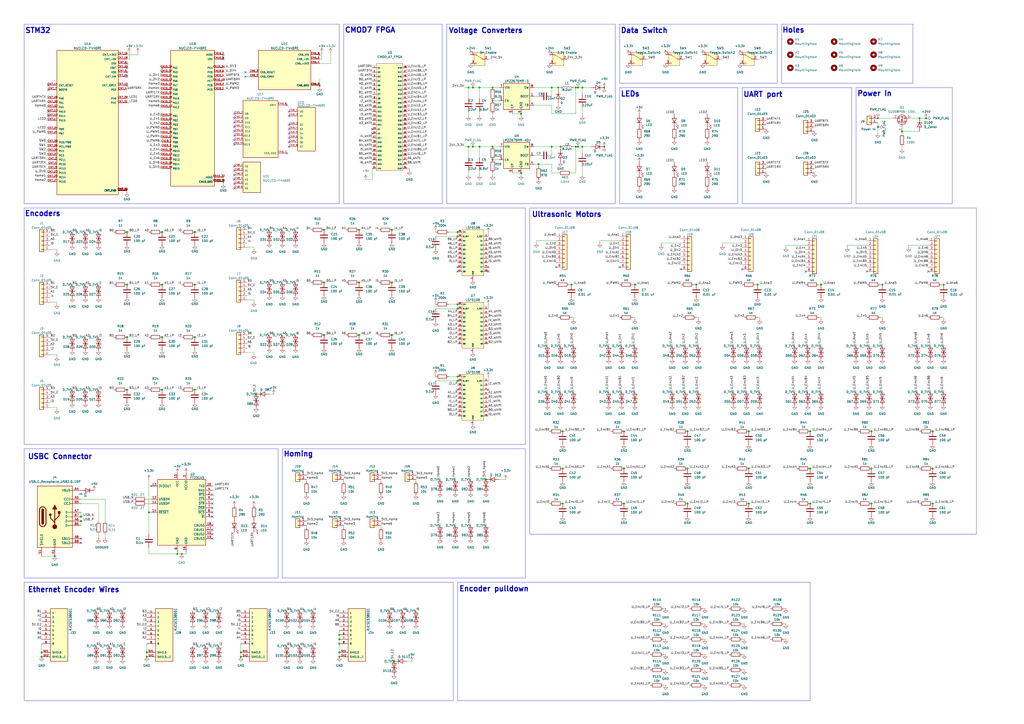
<source format=kicad_sch>
(kicad_sch (version 20231120) (generator "eeschema") (generator_version "8.0")
  (paper "A2")
  (junction (at 227.33 163.83))
  (junction (at 73.66 195.58))
  (junction (at 320.04 50.8))
  (junction (at 102.87 321.31))
  (junction (at 185.42 49.53))
  (junction (at 93.98 195.58))
  (junction (at 187.96 133.35))
  (junction (at 469.9 250.19))
  (junction (at 398.78 292.1))
  (junction (at 361.95 250.19))
  (junction (at 196.85 378.46))
  (junction (at 541.02 250.19))
  (junction (at 361.95 271.78))
  (junction (at 265.43 218.44))
  (junction (at 274.32 85.09))
  (junction (at 85.09 378.46))
  (junction (at 46.99 299.72))
  (junction (at 113.03 134.62))
  (junction (at 86.36 297.18))
  (junction (at 335.28 50.8))
  (junction (at 434.34 271.78))
  (junction (at 302.26 66.04))
  (junction (at 139.7 378.46))
  (junction (at 73.66 226.06))
  (junction (at 208.28 163.83))
  (junction (at 85.09 381))
  (junction (at 312.42 95.25))
  (junction (at 434.34 250.19))
  (junction (at 93.98 134.62))
  (junction (at 326.39 292.1))
  (junction (at 469.9 271.78))
  (junction (at 129.54 105.41))
  (junction (at 227.33 133.35))
  (junction (at 93.98 226.06))
  (junction (at 208.28 194.31))
  (junction (at 337.82 85.09))
  (junction (at 541.02 271.78))
  (junction (at 105.41 321.31))
  (junction (at 285.75 58.42))
  (junction (at 331.47 165.1))
  (junction (at 265.43 220.98))
  (junction (at 335.28 85.09))
  (junction (at 113.03 165.1))
  (junction (at 511.81 165.1))
  (junction (at 505.46 271.78))
  (junction (at 403.86 165.1))
  (junction (at 350.52 50.8))
  (junction (at 361.95 292.1))
  (junction (at 439.42 165.1))
  (junction (at 533.4 68.58))
  (junction (at 326.39 271.78))
  (junction (at 227.33 194.31))
  (junction (at 24.13 378.46))
  (junction (at 434.34 292.1))
  (junction (at 547.37 165.1))
  (junction (at 398.78 271.78))
  (junction (at 337.82 50.8))
  (junction (at 334.01 85.09))
  (junction (at 24.13 381))
  (junction (at 196.85 370.84))
  (junction (at 326.39 250.19))
  (junction (at 285.75 92.71))
  (junction (at 274.32 50.8))
  (junction (at 320.04 85.09))
  (junction (at 208.28 133.35))
  (junction (at 73.66 134.62))
  (junction (at 31.75 322.58))
  (junction (at 350.52 85.09))
  (junction (at 509.27 68.58))
  (junction (at 46.99 302.26))
  (junction (at 265.43 137.16))
  (junction (at 302.26 100.33))
  (junction (at 323.85 50.8))
  (junction (at 139.7 381))
  (junction (at 476.25 165.1))
  (junction (at 113.03 226.06))
  (junction (at 541.02 292.1))
  (junction (at 228.6 383.54))
  (junction (at 196.85 373.38))
  (junction (at 265.43 179.07))
  (junction (at 187.96 194.31))
  (junction (at 278.13 50.8))
  (junction (at 325.12 85.09))
  (junction (at 196.85 381))
  (junction (at 265.43 134.62))
  (junction (at 148.59 228.6))
  (junction (at 285.75 50.8))
  (junction (at 187.96 163.83))
  (junction (at 469.9 292.1))
  (junction (at 505.46 292.1))
  (junction (at 265.43 176.53))
  (junction (at 271.78 50.8))
  (junction (at 509.27 73.66))
  (junction (at 334.01 50.8))
  (junction (at 93.98 165.1))
  (junction (at 196.85 368.3))
  (junction (at 73.66 165.1))
  (junction (at 398.78 250.19))
  (junction (at 113.03 195.58))
  (junction (at 285.75 85.09))
  (junction (at 281.94 278.13))
  (junction (at 537.21 68.58))
  (junction (at 368.3 165.1))
  (junction (at 271.78 85.09))
  (junction (at 523.24 76.2))
  (junction (at 505.46 250.19))
  (junction (at 278.13 85.09))
  (no_connect (at 123.19 289.56))
  (no_connect (at 46.99 312.42))
  (no_connect (at 135.89 66.04))
  (no_connect (at 123.19 307.34))
  (no_connect (at 167.64 85.09))
  (no_connect (at 185.42 31.75))
  (no_connect (at 135.89 109.22))
  (no_connect (at 27.94 52.07))
  (no_connect (at 123.19 294.64))
  (no_connect (at 135.89 104.14))
  (no_connect (at 93.98 41.91))
  (no_connect (at 27.94 67.31))
  (no_connect (at 135.89 96.52))
  (no_connect (at 123.19 299.72))
  (no_connect (at 167.64 72.39))
  (no_connect (at 430.53 156.21))
  (no_connect (at 129.54 31.75))
  (no_connect (at 215.9 77.47))
  (no_connect (at 135.89 68.58))
  (no_connect (at 135.89 78.74))
  (no_connect (at 123.19 297.18))
  (no_connect (at 73.66 39.37))
  (no_connect (at 265.43 226.06))
  (no_connect (at 283.21 154.94))
  (no_connect (at 123.19 292.1))
  (no_connect (at 123.19 309.88))
  (no_connect (at 135.89 71.12))
  (no_connect (at 359.41 154.94))
  (no_connect (at 502.92 157.48))
  (no_connect (at 73.66 44.45))
  (no_connect (at 394.97 156.21))
  (no_connect (at 135.89 76.2))
  (no_connect (at 265.43 157.48))
  (no_connect (at 166.37 88.9))
  (no_connect (at 283.21 226.06))
  (no_connect (at 27.94 64.77))
  (no_connect (at 167.64 67.31))
  (no_connect (at 167.64 74.93))
  (no_connect (at 135.89 73.66))
  (no_connect (at 283.21 157.48))
  (no_connect (at 467.36 157.48))
  (no_connect (at 538.48 157.48))
  (no_connect (at 167.64 82.55))
  (no_connect (at 167.64 77.47))
  (no_connect (at 129.54 34.29))
  (no_connect (at 265.43 154.94))
  (no_connect (at 93.98 39.37))
  (no_connect (at 135.89 106.68))
  (no_connect (at 123.19 304.8))
  (no_connect (at 135.89 81.28))
  (no_connect (at 135.89 101.6))
  (no_connect (at 46.99 314.96))
  (no_connect (at 135.89 83.82))
  (no_connect (at 73.66 49.53))
  (no_connect (at 123.19 312.42))
  (no_connect (at 135.89 99.06))
  (no_connect (at 166.37 60.96))
  (no_connect (at 215.9 74.93))
  (no_connect (at 123.19 287.02))
  (no_connect (at 167.64 80.01))
  (no_connect (at 73.66 41.91))
  (no_connect (at 27.94 49.53))
  (no_connect (at 87.63 281.94))
  (no_connect (at 142.24 44.45))
  (no_connect (at 73.66 36.83))
  (no_connect (at 142.24 41.91))
  (no_connect (at 167.64 64.77))
  (no_connect (at 322.58 154.94))
  (wire (pts (xy 228.6 163.83) (xy 227.33 163.83)))
  (wire (pts (xy 360.68 226.06) (xy 360.68 227.33)))
  (wire (pts (xy 400.05 250.19) (xy 398.78 250.19)))
  (wire (pts (xy 185.42 36.83) (xy 191.77 36.83)))
  (wire (pts (xy 265.43 176.53) (xy 265.43 179.07)))
  (wire (pts (xy 367.03 184.15) (xy 368.3 184.15)))
  (wire (pts (xy 26.67 100.33) (xy 27.94 100.33)))
  (wire (pts (xy 220.98 304.8) (xy 220.98 306.07)))
  (wire (pts (xy 199.39 304.8) (xy 199.39 306.07)))
  (wire (pts (xy 92.71 95.25) (xy 93.98 95.25)))
  (wire (pts (xy 177.8 304.8) (xy 177.8 306.07)))
  (wire (pts (xy 332.74 226.06) (xy 332.74 227.33)))
  (wire (pts (xy 302.26 67.31) (xy 302.26 66.04)))
  (wire (pts (xy 323.85 60.96) (xy 323.85 59.69)))
  (wire (pts (xy 92.71 92.71) (xy 93.98 92.71)))
  (wire (pts (xy 92.71 52.07) (xy 93.98 52.07)))
  (wire (pts (xy 278.13 85.09) (xy 278.13 91.44)))
  (wire (pts (xy 284.48 34.29) (xy 283.21 34.29)))
  (wire (pts (xy 320.04 85.09) (xy 320.04 90.17)))
  (wire (pts (xy 85.09 292.1) (xy 87.63 292.1)))
  (wire (pts (xy 438.15 165.1) (xy 439.42 165.1)))
  (wire (pts (xy 46.99 289.56) (xy 60.96 289.56)))
  (wire (pts (xy 283.21 220.98) (xy 283.21 218.44)))
  (wire (pts (xy 394.97 140.97) (xy 383.54 140.97)))
  (wire (pts (xy 147.32 143.51) (xy 143.51 143.51)))
  (wire (pts (xy 407.67 379.73) (xy 408.94 379.73)))
  (wire (pts (xy 375.92 34.29) (xy 374.65 34.29)))
  (wire (pts (xy 26.67 74.93) (xy 27.94 74.93)))
  (wire (pts (xy 92.71 49.53) (xy 93.98 49.53)))
  (wire (pts (xy 74.93 57.15) (xy 73.66 57.15)))
  (wire (pts (xy 496.57 199.39) (xy 496.57 200.66)))
  (wire (pts (xy 85.09 289.56) (xy 87.63 289.56)))
  (wire (pts (xy 330.2 165.1) (xy 331.47 165.1)))
  (wire (pts (xy 471.17 292.1) (xy 469.9 292.1)))
  (wire (pts (xy 86.36 317.5) (xy 86.36 321.31)))
  (wire (pts (xy 332.74 85.09) (xy 334.01 85.09)))
  (wire (pts (xy 383.54 140.97) (xy 383.54 142.24)))
  (wire (pts (xy 252.73 175.26) (xy 252.73 176.53)))
  (wire (pts (xy 327.66 250.19) (xy 326.39 250.19)))
  (wire (pts (xy 384.81 353.06) (xy 386.08 353.06)))
  (wire (pts (xy 360.68 199.39) (xy 360.68 200.66)))
  (wire (pts (xy 87.63 297.18) (xy 86.36 297.18)))
  (wire (pts (xy 312.42 96.52) (xy 312.42 95.25)))
  (wire (pts (xy 26.67 87.63) (xy 27.94 87.63)))
  (wire (pts (xy 271.78 99.06) (xy 271.78 101.6)))
  (wire (pts (xy 185.42 49.53) (xy 185.42 50.8)))
  (wire (pts (xy 271.78 64.77) (xy 271.78 67.31)))
  (wire (pts (xy 57.15 292.1) (xy 46.99 292.1)))
  (wire (pts (xy 334.01 85.09) (xy 334.01 100.33)))
  (wire (pts (xy 440.69 226.06) (xy 440.69 227.33)))
  (wire (pts (xy 185.42 34.29) (xy 186.69 34.29)))
  (wire (pts (xy 430.53 379.73) (xy 431.8 379.73)))
  (wire (pts (xy 92.71 59.69) (xy 93.98 59.69)))
  (wire (pts (xy 265.43 218.44) (xy 265.43 220.98)))
  (wire (pts (xy 92.71 74.93) (xy 93.98 74.93)))
  (wire (pts (xy 46.99 302.26) (xy 48.26 302.26)))
  (wire (pts (xy 189.23 163.83) (xy 187.96 163.83)))
  (wire (pts (xy 228.6 194.31) (xy 227.33 194.31)))
  (wire (pts (xy 546.1 165.1) (xy 547.37 165.1)))
  (wire (pts (xy 142.24 44.45) (xy 144.78 44.45)))
  (wire (pts (xy 130.81 52.07) (xy 129.54 52.07)))
  (wire (pts (xy 285.75 101.6) (xy 285.75 100.33)))
  (wire (pts (xy 403.86 184.15) (xy 405.13 184.15)))
  (wire (pts (xy 33.02 146.05) (xy 33.02 144.78)))
  (wire (pts (xy 523.24 86.36) (xy 523.24 85.09)))
  (wire (pts (xy 477.52 165.1) (xy 476.25 165.1)))
  (wire (pts (xy 129.54 102.87) (xy 129.54 105.41)))
  (wire (pts (xy 209.55 163.83) (xy 208.28 163.83)))
  (wire (pts (xy 92.71 54.61) (xy 93.98 54.61)))
  (wire (pts (xy 73.66 34.29) (xy 74.93 34.29)))
  (wire (pts (xy 454.66 370.84) (xy 455.93 370.84)))
  (wire (pts (xy 297.18 100.33) (xy 302.26 100.33)))
  (wire (pts (xy 337.82 101.6) (xy 337.82 96.52)))
  (wire (pts (xy 92.71 57.15) (xy 93.98 57.15)))
  (wire (pts (xy 60.96 289.56) (xy 60.96 302.26)))
  (wire (pts (xy 454.66 353.06) (xy 455.93 353.06)))
  (wire (pts (xy 147.32 205.74) (xy 147.32 204.47)))
  (wire (pts (xy 33.02 144.78) (xy 29.21 144.78)))
  (wire (pts (xy 281.94 276.86) (xy 281.94 278.13)))
  (wire (pts (xy 317.5 199.39) (xy 317.5 200.66)))
  (wire (pts (xy 320.04 95.25) (xy 312.42 95.25)))
  (wire (pts (xy 105.41 321.31) (xy 102.87 321.31)))
  (wire (pts (xy 92.71 44.45) (xy 93.98 44.45)))
  (wire (pts (xy 325.12 86.36) (xy 325.12 85.09)))
  (wire (pts (xy 323.85 52.07) (xy 323.85 50.8)))
  (wire (pts (xy 228.6 133.35) (xy 227.33 133.35)))
  (wire (pts (xy 285.75 50.8) (xy 289.56 50.8)))
  (wire (pts (xy 177.8 278.13) (xy 177.8 279.4)))
  (wire (pts (xy 271.78 85.09) (xy 271.78 91.44)))
  (wire (pts (xy 278.13 64.77) (xy 278.13 67.31)))
  (wire (pts (xy 433.07 226.06) (xy 433.07 227.33)))
  (wire (pts (xy 107.95 321.31) (xy 107.95 320.04)))
  (wire (pts (xy 532.13 199.39) (xy 532.13 200.66)))
  (wire (pts (xy 92.71 90.17) (xy 93.98 90.17)))
  (wire (pts (xy 24.13 378.46) (xy 24.13 381)))
  (wire (pts (xy 265.43 134.62) (xy 265.43 137.16)))
  (wire (pts (xy 26.67 62.23) (xy 27.94 62.23)))
  (wire (pts (xy 74.93 134.62) (xy 73.66 134.62)))
  (wire (pts (xy 547.37 226.06) (xy 547.37 227.33)))
  (wire (pts (xy 405.13 184.15) (xy 405.13 185.42)))
  (wire (pts (xy 430.53 370.84) (xy 431.8 370.84)))
  (wire (pts (xy 260.35 134.62) (xy 265.43 134.62)))
  (wire (pts (xy 407.67 388.62) (xy 408.94 388.62)))
  (wire (pts (xy 468.63 199.39) (xy 468.63 200.66)))
  (wire (pts (xy 419.1 34.29) (xy 417.83 34.29)))
  (wire (pts (xy 92.71 72.39) (xy 93.98 72.39)))
  (wire (pts (xy 476.25 226.06) (xy 476.25 227.33)))
  (wire (pts (xy 471.17 271.78) (xy 469.9 271.78)))
  (wire (pts (xy 347.98 139.7) (xy 347.98 140.97)))
  (wire (pts (xy 430.53 353.06) (xy 431.8 353.06)))
  (wire (pts (xy 130.81 41.91) (xy 129.54 41.91)))
  (wire (pts (xy 255.27 303.53) (xy 255.27 304.8)))
  (wire (pts (xy 334.01 85.09) (xy 335.28 85.09)))
  (wire (pts (xy 74.93 165.1) (xy 73.66 165.1)))
  (wire (pts (xy 196.85 368.3) (xy 196.85 370.84)))
  (wire (pts (xy 92.71 77.47) (xy 93.98 77.47)))
  (wire (pts (xy 510.54 165.1) (xy 511.81 165.1)))
  (wire (pts (xy 237.49 97.79) (xy 237.49 99.06)))
  (wire (pts (xy 148.59 227.33) (xy 148.59 228.6)))
  (wire (pts (xy 147.32 144.78) (xy 147.32 143.51)))
  (wire (pts (xy 189.23 133.35) (xy 187.96 133.35)))
  (wire (pts (xy 26.67 82.55) (xy 27.94 82.55)))
  (wire (pts (xy 407.67 361.95) (xy 408.94 361.95)))
  (wire (pts (xy 274.32 50.8) (xy 271.78 50.8)))
  (wire (pts (xy 285.75 67.31) (xy 285.75 66.04)))
  (wire (pts (xy 143.51 173.99) (xy 147.32 173.99)))
  (wire (pts (xy 368.3 199.39) (xy 368.3 200.66)))
  (wire (pts (xy 402.59 165.1) (xy 403.86 165.1)))
  (wire (pts (xy 384.81 370.84) (xy 386.08 370.84)))
  (wire (pts (xy 400.05 292.1) (xy 398.78 292.1)))
  (wire (pts (xy 60.96 312.42) (xy 60.96 309.88)))
  (wire (pts (xy 130.81 49.53) (xy 129.54 49.53)))
  (wire (pts (xy 369.57 165.1) (xy 368.3 165.1)))
  (wire (pts (xy 506.73 271.78) (xy 505.46 271.78)))
  (wire (pts (xy 320.04 50.8) (xy 323.85 50.8)))
  (wire (pts (xy 252.73 179.07) (xy 265.43 179.07)))
  (wire (pts (xy 474.98 184.15) (xy 476.25 184.15)))
  (wire (pts (xy 405.13 165.1) (xy 403.86 165.1)))
  (wire (pts (xy 285.75 58.42) (xy 289.56 58.42)))
  (wire (pts (xy 523.24 76.2) (xy 533.4 76.2)))
  (wire (pts (xy 26.67 59.69) (xy 27.94 59.69)))
  (wire (pts (xy 85.09 373.38) (xy 85.09 378.46)))
  (wire (pts (xy 523.24 77.47) (xy 523.24 76.2)))
  (wire (pts (xy 264.16 303.53) (xy 264.16 304.8)))
  (wire (pts (xy 196.85 370.84) (xy 196.85 373.38)))
  (wire (pts (xy 504.19 226.06) (xy 504.19 227.33)))
  (wire (pts (xy 92.71 62.23) (xy 93.98 62.23)))
  (wire (pts (xy 440.69 199.39) (xy 440.69 200.66)))
  (wire (pts (xy 548.64 165.1) (xy 547.37 165.1)))
  (wire (pts (xy 26.67 92.71) (xy 27.94 92.71)))
  (wire (pts (xy 533.4 68.58) (xy 537.21 68.58)))
  (wire (pts (xy 92.71 69.85) (xy 93.98 69.85)))
  (wire (pts (xy 74.93 34.29) (xy 74.93 30.48)))
  (wire (pts (xy 209.55 194.31) (xy 208.28 194.31)))
  (wire (pts (xy 74.93 59.69) (xy 73.66 59.69)))
  (wire (pts (xy 215.9 104.14) (xy 212.09 104.14)))
  (wire (pts (xy 26.67 69.85) (xy 27.94 69.85)))
  (wire (pts (xy 260.35 218.44) (xy 265.43 218.44)))
  (wire (pts (xy 511.81 199.39) (xy 511.81 200.66)))
  (wire (pts (xy 384.81 397.51) (xy 386.08 397.51)))
  (wire (pts (xy 430.53 388.62) (xy 431.8 388.62)))
  (wire (pts (xy 327.66 292.1) (xy 326.39 292.1)))
  (wire (pts (xy 86.36 278.13) (xy 86.36 297.18)))
  (wire (pts (xy 331.47 184.15) (xy 332.74 184.15)))
  (wire (pts (xy 509.27 71.12) (xy 509.27 73.66)))
  (wire (pts (xy 430.53 397.51) (xy 431.8 397.51)))
  (wire (pts (xy 264.16 276.86) (xy 264.16 278.13)))
  (wire (pts (xy 334.01 100.33) (xy 331.47 100.33)))
  (wire (pts (xy 73.66 31.75) (xy 80.01 31.75)))
  (wire (pts (xy 33.02 176.53) (xy 33.02 175.26)))
  (wire (pts (xy 26.67 102.87) (xy 27.94 102.87)))
  (wire (pts (xy 476.25 184.15) (xy 476.25 185.42)))
  (wire (pts (xy 228.6 382.27) (xy 228.6 383.54)))
  (wire (pts (xy 271.78 50.8) (xy 269.24 50.8)))
  (wire (pts (xy 73.66 110.49) (xy 73.66 111.76)))
  (wire (pts (xy 353.06 199.39) (xy 353.06 200.66)))
  (wire (pts (xy 102.87 321.31) (xy 102.87 320.04)))
  (wire (pts (xy 241.3 278.13) (xy 241.3 279.4)))
  (wire (pts (xy 539.75 226.06) (xy 539.75 227.33)))
  (wire (pts (xy 26.67 77.47) (xy 27.94 77.47)))
  (wire (pts (xy 57.15 302.26) (xy 57.15 292.1)))
  (wire (pts (xy 57.15 312.42) (xy 57.15 309.88)))
  (wire (pts (xy 238.76 383.54) (xy 236.22 383.54)))
  (wire (pts (xy 334.01 50.8) (xy 335.28 50.8)))
  (wire (pts (xy 191.77 36.83) (xy 191.77 30.48)))
  (wire (pts (xy 511.81 226.06) (xy 511.81 227.33)))
  (wire (pts (xy 273.05 303.53) (xy 273.05 304.8)))
  (wire (pts (xy 542.29 250.19) (xy 541.02 250.19)))
  (wire (pts (xy 309.88 60.96) (xy 320.04 60.96)))
  (wire (pts (xy 220.98 278.13) (xy 220.98 279.4)))
  (wire (pts (xy 92.71 67.31) (xy 93.98 67.31)))
  (wire (pts (xy 467.36 142.24) (xy 455.93 142.24)))
  (wire (pts (xy 215.9 104.14) (xy 215.9 97.79)))
  (wire (pts (xy 506.73 250.19) (xy 505.46 250.19)))
  (wire (pts (xy 327.66 271.78) (xy 326.39 271.78)))
  (wire (pts (xy 123.19 284.48) (xy 124.46 284.48)))
  (wire (pts (xy 130.81 46.99) (xy 129.54 46.99)))
  (wire (pts (xy 337.82 85.09) (xy 342.9 85.09)))
  (wire (pts (xy 425.45 226.06) (xy 425.45 227.33)))
  (wire (pts (xy 24.13 322.58) (xy 31.75 322.58)))
  (wire (pts (xy 325.12 226.06) (xy 325.12 227.33)))
  (wire (pts (xy 260.35 176.53) (xy 265.43 176.53)))
  (wire (pts (xy 405.13 199.39) (xy 405.13 200.66)))
  (wire (pts (xy 389.89 226.06) (xy 389.89 227.33)))
  (wire (pts (xy 332.74 165.1) (xy 331.47 165.1)))
  (wire (pts (xy 320.04 85.09) (xy 309.88 85.09)))
  (wire (pts (xy 320.04 66.04) (xy 320.04 60.96)))
  (wire (pts (xy 271.78 50.8) (xy 271.78 57.15)))
  (wire (pts (xy 476.25 199.39) (xy 476.25 200.66)))
  (wire (pts (xy 542.29 271.78) (xy 541.02 271.78)))
  (wire (pts (xy 252.73 137.16) (xy 265.43 137.16)))
  (wire (pts (xy 114.3 195.58) (xy 113.03 195.58)))
  (wire (pts (xy 440.69 34.29) (xy 439.42 34.29)))
  (wire (pts (xy 474.98 165.1) (xy 476.25 165.1)))
  (wire (pts (xy 297.18 66.04) (xy 302.26 66.04)))
  (wire (pts (xy 92.71 87.63) (xy 93.98 87.63)))
  (wire (pts (xy 86.36 297.18) (xy 86.36 309.88)))
  (wire (pts (xy 320.04 100.33) (xy 323.85 100.33)))
  (wire (pts (xy 384.81 379.73) (xy 386.08 379.73)))
  (wire (pts (xy 367.03 165.1) (xy 368.3 165.1)))
  (wire (pts (xy 491.49 142.24) (xy 491.49 143.51)))
  (wire (pts (xy 496.57 226.06) (xy 496.57 227.33)))
  (wire (pts (xy 407.67 353.06) (xy 408.94 353.06)))
  (wire (pts (xy 33.02 237.49) (xy 33.02 236.22)))
  (wire (pts (xy 471.17 250.19) (xy 469.9 250.19)))
  (wire (pts (xy 278.13 50.8) (xy 274.32 50.8)))
  (wire (pts (xy 252.73 220.98) (xy 265.43 220.98)))
  (wire (pts (xy 281.94 303.53) (xy 281.94 304.8)))
  (wire (pts (xy 320.04 100.33) (xy 320.04 95.25)))
  (wire (pts (xy 332.74 199.39) (xy 332.74 200.66)))
  (wire (pts (xy 435.61 292.1) (xy 434.34 292.1)))
  (wire (pts (xy 185.42 45.72) (xy 185.42 49.53)))
  (wire (pts (xy 547.37 199.39) (xy 547.37 200.66)))
  (wire (pts (xy 209.55 133.35) (xy 208.28 133.35)))
  (wire (pts (xy 274.32 85.09) (xy 271.78 85.09)))
  (wire (pts (xy 368.3 226.06) (xy 368.3 227.33)))
  (wire (pts (xy 24.13 373.38) (xy 24.13 378.46)))
  (wire (pts (xy 320.04 50.8) (xy 320.04 55.88)))
  (wire (pts (xy 405.13 226.06) (xy 405.13 227.33)))
  (wire (pts (xy 320.04 50.8) (xy 309.88 50.8)))
  (wire (pts (xy 323.85 50.8) (xy 325.12 50.8)))
  (wire (pts (xy 542.29 292.1) (xy 541.02 292.1)))
  (wire (pts (xy 397.51 34.29) (xy 396.24 34.29)))
  (wire (pts (xy 80.01 31.75) (xy 80.01 30.48)))
  (wire (pts (xy 26.67 57.15) (xy 27.94 57.15)))
  (wire (pts (xy 26.67 97.79) (xy 27.94 97.79)))
  (wire (pts (xy 454.66 361.95) (xy 455.93 361.95)))
  (wire (pts (xy 278.13 99.06) (xy 278.13 101.6)))
  (wire (pts (xy 196.85 378.46) (xy 196.85 381)))
  (wire (pts (xy 430.53 361.95) (xy 431.8 361.95)))
  (wire (pts (xy 142.24 41.91) (xy 144.78 41.91)))
  (wire (pts (xy 33.02 236.22) (xy 29.21 236.22)))
  (wire (pts (xy 400.05 271.78) (xy 398.78 271.78)))
  (wire (pts (xy 139.7 378.46) (xy 139.7 381)))
  (wire (pts (xy 86.36 321.31) (xy 102.87 321.31)))
  (wire (pts (xy 285.75 85.09) (xy 289.56 85.09)))
  (wire (pts (xy 46.99 299.72) (xy 48.26 299.72)))
  (wire (pts (xy 130.81 44.45) (xy 129.54 44.45)))
  (wire (pts (xy 509.27 73.66) (xy 509.27 77.47)))
  (wire (pts (xy 546.1 184.15) (xy 547.37 184.15)))
  (wire (pts (xy 527.05 142.24) (xy 527.05 143.51)))
  (wire (pts (xy 439.42 184.15) (xy 440.69 184.15)))
  (wire (pts (xy 532.13 226.06) (xy 532.13 227.33)))
  (wire (pts (xy 147.32 204.47) (xy 143.51 204.47)))
  (wire (pts (xy 46.99 297.18) (xy 46.99 299.72)))
  (wire (pts (xy 510.54 184.15) (xy 511.81 184.15)))
  (wire (pts (xy 92.71 46.99) (xy 93.98 46.99)))
  (wire (pts (xy 283.21 137.16) (xy 283.21 134.62)))
  (wire (pts (xy 95.25 165.1) (xy 93.98 165.1)))
  (wire (pts (xy 502.92 142.24) (xy 491.49 142.24)))
  (wire (pts (xy 236.22 97.79) (xy 237.49 97.79)))
  (wire (pts (xy 430.53 140.97) (xy 419.1 140.97)))
  (wire (pts (xy 337.82 50.8) (xy 342.9 50.8)))
  (wire (pts (xy 317.5 226.06) (xy 317.5 227.33)))
  (wire (pts (xy 278.13 85.09) (xy 274.32 85.09)))
  (wire (pts (xy 309.88 90.17) (xy 312.42 90.17)))
  (wire (pts (xy 332.74 184.15) (xy 332.74 185.42)))
  (wire (pts (xy 105.41 321.31) (xy 107.95 321.31)))
  (wire (pts (xy 278.13 50.8) (xy 285.75 50.8)))
  (wire (pts (xy 123.19 281.94) (xy 124.46 281.94)))
  (wire (pts (xy 289.56 278.13) (xy 293.37 278.13)))
  (wire (pts (xy 368.3 184.15) (xy 368.3 185.42)))
  (wire (pts (xy 538.48 142.24) (xy 527.05 142.24)))
  (wire (pts (xy 359.41 139.7) (xy 347.98 139.7)))
  (wire (pts (xy 407.67 397.51) (xy 408.94 397.51)))
  (wire (pts (xy 114.3 226.06) (xy 113.03 226.06)))
  (wire (pts (xy 435.61 271.78) (xy 434.34 271.78)))
  (wire (pts (xy 95.25 134.62) (xy 93.98 134.62)))
  (wire (pts (xy 461.01 226.06) (xy 461.01 227.33)))
  (wire (pts (xy 273.05 276.86) (xy 273.05 278.13)))
  (wire (pts (xy 85.09 378.46) (xy 85.09 381)))
  (wire (pts (xy 363.22 271.78) (xy 361.95 271.78)))
  (wire (pts (xy 114.3 134.62) (xy 113.03 134.62)))
  (wire (pts (xy 186.69 34.29) (xy 186.69 30.48)))
  (wire (pts (xy 196.85 365.76) (xy 196.85 368.3)))
  (wire (pts (xy 435.61 250.19) (xy 434.34 250.19)))
  (wire (pts (xy 461.01 199.39) (xy 461.01 200.66)))
  (wire (pts (xy 337.82 50.8) (xy 337.82 54.61)))
  (wire (pts (xy 440.69 165.1) (xy 439.42 165.1)))
  (wire (pts (xy 26.67 105.41) (xy 27.94 105.41)))
  (wire (pts (xy 95.25 226.06) (xy 93.98 226.06)))
  (wire (pts (xy 285.75 92.71) (xy 289.56 92.71)))
  (wire (pts (xy 252.73 218.44) (xy 252.73 217.17)))
  (wire (pts (xy 320.04 66.04) (xy 334.01 66.04)))
  (wire (pts (xy 397.51 226.06) (xy 397.51 227.33)))
  (wire (pts (xy 309.88 55.88) (xy 312.42 55.88)))
  (wire (pts (xy 26.67 90.17) (xy 27.94 90.17)))
  (wire (pts (xy 325.12 199.39) (xy 325.12 200.66)))
  (wire (pts (xy 455.93 142.24) (xy 455.93 143.51)))
  (wire (pts (xy 407.67 370.84) (xy 408.94 370.84)))
  (wire (pts (xy 397.51 199.39) (xy 397.51 200.66)))
  (wire (pts (xy 389.89 199.39) (xy 389.89 200.66)))
  (wire (pts (xy 363.22 292.1) (xy 361.95 292.1)))
  (wire (pts (xy 46.99 302.26) (xy 46.99 304.8)))
  (wire (pts (xy 271.78 85.09) (xy 269.24 85.09)))
  (wire (pts (xy 33.02 205.74) (xy 29.21 205.74)))
  (wire (pts (xy 147.32 173.99) (xy 147.32 175.26)))
  (wire (pts (xy 322.58 139.7) (xy 311.15 139.7)))
  (wire (pts (xy 114.3 165.1) (xy 113.03 165.1)))
  (wire (pts (xy 337.82 67.31) (xy 337.82 62.23)))
  (wire (pts (xy 363.22 250.19) (xy 361.95 250.19)))
  (wire (pts (xy 511.81 184.15) (xy 511.81 185.42)))
  (wire (pts (xy 129.54 105.41) (xy 129.54 106.68)))
  (wire (pts (xy 255.27 276.86) (xy 255.27 278.13)))
  (wire (pts (xy 74.93 195.58) (xy 73.66 195.58)))
  (wire (pts (xy 425.45 199.39) (xy 425.45 200.66)))
  (wire (pts (xy 92.71 85.09) (xy 93.98 85.09)))
  (wire (pts (xy 252.73 134.62) (xy 252.73 133.35)))
  (wire (pts (xy 547.37 184.15) (xy 547.37 185.42)))
  (wire (pts (xy 92.71 97.79) (xy 93.98 97.79)))
  (wire (pts (xy 199.39 278.13) (xy 199.39 279.4)))
  (wire (pts (xy 509.27 68.58) (xy 518.16 68.58)))
  (wire (pts (xy 278.13 50.8) (xy 278.13 57.15)))
  (wire (pts (xy 92.71 82.55) (xy 93.98 82.55)))
  (wire (pts (xy 337.82 85.09) (xy 337.82 88.9)))
  (wire (pts (xy 335.28 50.8) (xy 337.82 50.8)))
  (wire (pts (xy 311.15 139.7) (xy 311.15 140.97)))
  (wire (pts (xy 95.25 195.58) (xy 93.98 195.58)))
  (wire (pts (xy 26.67 85.09) (xy 27.94 85.09)))
  (wire (pts (xy 130.81 39.37) (xy 129.54 39.37)))
  (wire (pts (xy 539.75 199.39) (xy 539.75 200.66)))
  (wire (pts (xy 283.21 179.07) (xy 283.21 176.53)))
  (wire (pts (xy 384.81 361.95) (xy 386.08 361.95)))
  (wire (pts (xy 189.23 194.31) (xy 187.96 194.31)))
  (wire (pts (xy 278.13 85.09) (xy 285.75 85.09)))
  (wire (pts (xy 528.32 68.58) (xy 533.4 68.58)))
  (wire (pts (xy 92.71 80.01) (xy 93.98 80.01)))
  (wire (pts (xy 334.01 50.8) (xy 334.01 66.04)))
  (wire (pts (xy 384.81 388.62) (xy 386.08 388.62)))
  (wire (pts (xy 332.74 50.8) (xy 334.01 50.8)))
  (wire (pts (xy 468.63 226.06) (xy 468.63 227.33)))
  (wire (pts (xy 74.93 226.06) (xy 73.66 226.06)))
  (wire (pts (xy 139.7 373.38) (xy 139.7 378.46)))
  (wire (pts (xy 196.85 373.38) (xy 196.85 378.46)))
  (wire (pts (xy 440.69 184.15) (xy 440.69 185.42)))
  (wire (pts (xy 309.88 95.25) (xy 312.42 95.25)))
  (wire (pts (xy 419.1 140.97) (xy 419.1 142.24)))
  (wire (pts (xy 33.02 207.01) (xy 33.02 205.74)))
  (wire (pts (xy 302.26 101.6) (xy 302.26 100.33)))
  (wire (pts (xy 320.04 85.09) (xy 325.12 85.09)))
  (wire (pts (xy 513.08 165.1) (xy 511.81 165.1)))
  (wire (pts (xy 26.67 95.25) (xy 27.94 95.25)))
  (wire (pts (xy 158.75 228.6) (xy 156.21 228.6)))
  (wire (pts (xy 433.07 199.39) (xy 433.07 200.66)))
  (wire (pts (xy 33.02 175.26) (xy 29.21 175.26)))
  (wire (pts (xy 506.73 292.1) (xy 505.46 292.1)))
  (wire (pts (xy 504.19 199.39) (xy 504.19 200.66)))
  (wire (pts (xy 335.28 85.09) (xy 337.82 85.09)))
  (wire (pts (xy 353.06 226.06) (xy 353.06 227.33)))
  (rectangle (start 453.39 13.97) (end 529.59 48.26))
  (rectangle (start 13.97 13.97) (end 196.85 118.11))
  (rectangle (start 199.39 13.97) (end 256.54 118.11))
  (rectangle (start 163.83 260.35) (end 304.8 335.28))
  (rectangle (start 359.41 50.8) (end 427.99 118.11))
  (rectangle (start 259.08 13.97) (end 356.87 118.11))
  (rectangle (start 13.97 337.82) (end 262.89 406.4))
  (rectangle (start 13.97 260.35) (end 161.29 335.28))
  (rectangle (start 307.34 120.65) (end 566.42 309.88))
  (rectangle (start 265.43 337.82) (end 469.9 406.4))
  (rectangle (start 496.57 50.8) (end 552.45 118.11))
  (rectangle (start 359.41 13.97) (end 450.85 48.26))
  (rectangle (start 430.53 50.8) (end 494.03 118.11))
  (rectangle (start 13.97 120.65) (end 304.8 257.81))
  (text "Holes" (at 453.644 19.304 0) (effects (font (size 3 3) (thickness 0.6) (bold yes)) (justify left bottom)))
  (text "STM32" (at 14.478 19.558 0) (effects (font (size 3 3) (thickness 0.6) (bold yes)) (justify left bottom)))
  (text "LEDs\n" (at 359.918 56.388 0) (effects (font (size 3 3) (thickness 0.6) (bold yes)) (justify left bottom)))
  (text "Data Switch\n\n" (at 359.918 24.384 0) (effects (font (size 3 3) (thickness 0.6) (bold yes)) (justify left bottom)))
  (text "Ultrasonic Motors\n" (at 308.356 126.238 0) (effects (font (size 3 3) (thickness 0.6) (bold yes)) (justify left bottom)))
  (text "Ethernet Encoder Wires" (at 16.002 343.916 0) (effects (font (size 3 3) (thickness 0.6) (bold yes)) (justify left bottom)))
  (text "Homing\n" (at 164.338 265.176 0) (effects (font (size 3 3) (thickness 0.6) (bold yes)) (justify left bottom)))
  (text "USBC Connector" (at 16.002 266.7 0) (effects (font (size 3 3) (thickness 0.6) (bold yes)) (justify left bottom)))
  (text "CMOD7 FPGA" (at 199.898 19.304 0) (effects (font (size 3 3) (thickness 0.6) (bold yes)) (justify left bottom)))
  (text "Power In\n\n" (at 497.078 60.96 0) (effects (font (size 3 3) (thickness 0.6) (bold yes)) (justify left bottom)))
  (text "UART port" (at 431.038 56.642 0) (effects (font (size 3 3) (thickness 0.6) (bold yes)) (justify left bottom)))
  (text "Encoder pulldown" (at 266.192 343.408 0) (effects (font (size 3 3) (thickness 0.6) (bold yes)) (justify left bottom)))
  (text "Encoders\n\n" (at 14.224 130.556 0) (effects (font (size 3 3) (thickness 0.6) (bold yes)) (justify left bottom)))
  (text "Voltage Converters\n\n" (at 260.096 24.384 0) (effects (font (size 3 3) (thickness 0.6) (bold yes)) (justify left bottom)))
  (label "U_EncI0_LP" (at 377.19 353.06 180))
  (label "5V_E2" (at 24.13 363.22 180))
  (label "A6_LP" (at 209.55 194.31 0))
  (label "A0" (at 29.21 139.7 0))
  (label "SW0" (at 375.92 34.29 0))
  (label "I4" (at 171.45 133.35 0))
  (label "B0" (at 29.21 134.62 0))
  (label "5V_E" (at 148.59 227.33 90))
  (label "3V3_home" (at 177.8 275.59 0))
  (label "U_Ana3" (at 425.45 199.39 90))
  (label "U_EncI0_LP" (at 236.22 90.17 0))
  (label "U_En6" (at 92.71 92.71 180))
  (label "U_EncA6" (at 538.48 149.86 180))
  (label "A0_LP" (at 95.25 134.62 0))
  (label "U_EncB3_LP" (at 400.05 388.62 180))
  (label "U_EncA3" (at 426.72 271.78 180))
  (label "U_EncA5_LP" (at 236.22 52.07 0))
  (label "A2" (at 85.09 370.84 180))
  (label "U_Ana4" (at 477.52 165.1 0))
  (label "A6_LP" (at 265.43 142.24 180))
  (label "U_En2" (at 394.97 143.51 180))
  (label "SW2" (at 419.1 34.29 0))
  (label "U_EncA4_LP" (at 471.17 271.78 0))
  (label "24V_5V" (at 284.48 34.29 0))
  (label "24V_5V" (at 269.24 50.8 180))
  (label "U_Ana6" (at 538.48 139.7 180))
  (label "B5" (at 166.37 374.65 0))
  (label "SW3" (at 440.69 34.29 0))
  (label "5V_E2" (at 228.6 382.27 90))
  (label "UART5RX" (at 73.66 52.07 0))
  (label "U_Dir5" (at 511.81 199.39 90))
  (label "I2" (at 85.09 365.76 180))
  (label "Home1" (at 264.16 276.86 90))
  (label "U_EncA5" (at 497.84 271.78 180))
  (label "B6" (at 226.06 354.33 0))
  (label "U_PWM6" (at 538.48 165.1 180))
  (label "B4_LP" (at 265.43 184.15 180))
  (label "USB_N" (at 48.26 299.72 0))
  (label "U_En3" (at 433.07 199.39 90))
  (label "5V_E2" (at 139.7 363.22 180))
  (label "Home4" (at 92.71 52.07 180))
  (label "U_EncB1" (at 354.33 250.19 180))
  (label "I0_LP" (at 114.3 134.62 0))
  (label "U_EncI2" (at 394.97 153.67 180))
  (label "U_EncB4_LP" (at 422.91 361.95 180))
  (label "U_Ana5" (at 502.92 139.7 180))
  (label "I0" (at 24.13 365.76 180))
  (label "U_EncI5_LP" (at 422.91 379.73 180))
  (label "USB_N" (at 77.47 289.56 180))
  (label "U_Ana0" (at 317.5 199.39 90))
  (label "U_EncB2" (at 394.97 151.13 180))
  (label "U_EncB2_LP" (at 236.22 72.39 0))
  (label "U_EncI3" (at 430.53 153.67 180))
  (label "UART1TX" (at 92.71 54.61 180))
  (label "I0" (at 57.15 134.62 0))
  (label "U_En5" (at 502.92 184.15 180))
  (label "A5" (at 139.7 358.14 180))
  (label "U_Ana6" (at 548.64 165.1 0))
  (label "I1_LP" (at 114.3 165.1 0))
  (label "5V_E" (at 143.51 166.37 0))
  (label "I1" (at 57.15 165.1 0))
  (label "I4" (at 139.7 365.76 180))
  (label "U_EncA1_LP" (at 236.22 77.47 0))
  (label "U_PWM6" (at 92.71 82.55 180))
  (label "U_EncA2_LP" (at 400.05 271.78 0))
  (label "U_En0" (at 323.85 184.15 180))
  (label "LED1" (at 391.16 93.98 180))
  (label "U_EncI6_LP" (at 447.04 353.06 180))
  (label "U_EncI1" (at 354.33 292.1 180))
  (label "B2" (at 85.09 368.3 180))
  (label "UART3RX" (at 215.9 39.37 180))
  (label "U_EncI1" (at 359.41 152.4 180))
  (label "B5_shift" (at 215.9 90.17 180))
  (label "U_Ana5" (at 496.57 199.39 90))
  (label "U_Dir3" (at 430.53 146.05 180))
  (label "Home3" (at 199.39 304.8 0))
  (label "U_EncB5_LP" (at 506.73 250.19 0))
  (label "A4_shift" (at 283.21 181.61 0))
  (label "U_EncA6_LP" (at 447.04 370.84 180))
  (label "U_EncA5" (at 496.57 226.06 90))
  (label "U_EncI5" (at 497.84 292.1 180))
  (label "LED2" (at 26.67 74.93 180))
  (label "B4" (at 143.51 133.35 0))
  (label "U_EncA1" (at 354.33 271.78 180))
  (label "Home6" (at 92.71 62.23 180))
  (label "UART6RX" (at 472.44 73.66 0))
  (label "B1_LP" (at 74.93 165.1 0))
  (label "UART4RX" (at 26.67 59.69 180))
  (label "B2" (at 41.91 195.58 0))
  (label "U_Dir3" (at 440.69 199.39 90))
  (label "B0" (at 41.91 134.62 0))
  (label "U_EncA6_LP" (at 542.29 271.78 0))
  (label "U_EncI5" (at 502.92 154.94 180))
  (label "B0_shift" (at 215.9 46.99 180))
  (label "U_EncA4_LP" (at 236.22 59.69 0))
  (label "B3_LP" (at 74.93 226.06 0))
  (label "U_Dir4" (at 130.81 41.91 0))
  (label "A5_LP" (at 265.43 147.32 180))
  (label "B1" (at 41.91 165.1 0))
  (label "U_EncI0_LP" (at 327.66 292.1 0))
  (label "U_Dir0" (at 332.74 199.39 90))
  (label "I1" (at 71.12 374.65 0))
  (label "Home2" (at 26.67 105.41 180))
  (label "U_EncB2" (at 397.51 226.06 90))
  (label "U_EncB0" (at 322.58 149.86 180))
  (label "U_En0" (at 325.12 199.39 90))
  (label "U_EncA0_LP" (at 327.66 271.78 0))
  (label "UART3TX" (at 26.67 95.25 180))
  (label "U_Dir6" (at 538.48 147.32 180))
  (label "B2" (at 66.04 195.58 180))
  (label "B3_shift" (at 283.21 191.77 0))
  (label "Home6" (at 220.98 304.8 0))
  (label "I4" (at 219.71 133.35 180))
  (label "UART4TX" (at 444.5 69.85 0))
  (label "Home1" (at 199.39 278.13 0))
  (label "B6_shift" (at 283.21 139.7 0))
  (label "U_EncB5_LP" (at 422.91 388.62 180))
  (label "UART4TX" (at 26.67 57.15 180))
  (label "A0" (at 86.36 134.62 180))
  (label "I5_LP" (at 228.6 163.83 0))
  (label "I3" (at 105.41 226.06 180))
  (label "I2_shift" (at 283.21 223.52 0))
  (label "B5_LP" (at 265.43 149.86 180))
  (label "B3" (at 41.91 226.06 0))
  (label "A4_shift" (at 215.9 85.09 180))
  (label "I0" (at 105.41 134.62 180))
  (label "I2_LP" (at 114.3 195.58 0))
  (label "I1" (at 24.13 360.68 180))
  (label "B2" (at 111.76 354.33 0))
  (label "U_EncB4" (at 467.36 152.4 180))
  (label "B2_shift" (at 283.21 199.39 0))
  (label "LED3" (at 410.21 93.98 180))
  (label "A4_LP" (at 209.55 133.35 0))
  (label "U_EncB5" (at 504.19 226.06 90))
  (label "U_EncB0" (at 318.77 250.19 180))
  (label "B5" (at 143.51 163.83 0))
  (label "U_En4" (at 468.63 199.39 90))
  (label "3V3_home" (at 199.39 275.59 0))
  (label "A3" (at 49.53 226.06 0))
  (label "U_En1" (at 92.71 69.85 180))
  (label "U_EncA5_LP" (at 422.91 397.51 180))
  (label "I5" (at 219.71 163.83 180))
  (label "I3" (at 29.21 233.68 0))
  (label "3V3_home" (at 281.94 276.86 90))
  (label "I4_LP" (at 265.43 186.69 180))
  (label "U_EncA2" (at 391.16 271.78 180))
  (label "B1" (at 66.04 165.1 180))
  (label "B5" (at 139.7 355.6 180))
  (label "UART5TX" (at 472.44 95.25 0))
  (label "B2_LP" (at 265.43 199.39 180))
  (label "U_EncB2" (at 391.16 250.19 180))
  (label "B1_shift" (at 215.9 54.61 180))
  (label "A2" (at 29.21 200.66 0))
  (label "U_EncA1_LP" (at 377.19 397.51 180))
  (label "U_PWM5" (at 26.67 77.47 180))
  (label "U_EncI4_LP" (at 422.91 353.06 180))
  (label "U_EncB6_LP" (at 236.22 41.91 0))
  (label "U_EncI5" (at 511.81 226.06 90))
  (label "I0_LP" (at 265.43 241.3 180))
  (label "U_EncB1_LP" (at 363.22 250.19 0))
  (label "U_EncB3_LP" (at 236.22 67.31 0))
  (label "U_Dir1" (at 368.3 199.39 90))
  (label "B6" (at 180.34 194.31 180))
  (label "UART6TX" (at 472.44 71.12 0))
  (label "B0_LP" (at 265.43 238.76 180))
  (label "U_EncB4" (at 468.63 226.06 90))
  (label "I4_LP" (at 228.6 133.35 0))
  (label "U_EncI2" (at 391.16 292.1 180))
  (label "U_EncI1_LP" (at 236.22 82.55 0))
  (label "3V3_home" (at 220.98 275.59 0))
  (label "U_EncB1" (at 359.41 149.86 180))
  (label "A4" (at 173.99 354.33 0))
  (label "5V_E" (at 29.21 228.6 0))
  (label "U_EncI0" (at 332.74 226.06 90))
  (label "Home3" (at 92.71 49.53 180))
  (label "B4_shift" (at 215.9 82.55 180))
  (label "U_EncB6" (at 533.4 250.19 180))
  (label "5V_E" (at 143.51 135.89 0))
  (label "Home1" (at 26.67 102.87 180))
  (label "U_En2" (at 92.71 72.39 180))
  (label "Home0" (at 177.8 278.13 0))
  (label "I4_shift" (at 215.9 80.01 180))
  (label "24V_3.3V" (at 328.93 34.29 0))
  (label "A5" (at 173.99 374.65 0))
  (label "A5_shift" (at 283.21 147.32 0))
  (label "I1" (at 105.41 165.1 180))
  (label "U_En6" (at 538.48 184.15 180))
  (label "B6" (at 156.21 194.31 0))
  (label "B5_LP" (at 189.23 163.83 0))
  (label "A0" (at 49.53 134.62 0))
  (label "I3_LP" (at 265.43 194.31 180))
  (label "U_EncB3_LP" (at 435.61 250.19 0))
  (label "I2" (at 127 354.33 0))
  (label "B5_shift" (at 283.21 149.86 0))
  (label "U_EncB0_LP" (at 377.19 361.95 180))
  (label "B0" (at 55.88 354.33 0))
  (label "B3_shift" (at 215.9 69.85 180))
  (label "I3" (at 57.15 226.06 0))
  (label "U_Dir1" (at 92.71 44.45 180))
  (label "A4_LP" (at 265.43 181.61 180))
  (label "U_En5" (at 92.71 90.17 180))
  (label "UART1RX" (at 124.46 281.94 0))
  (label "USB_P" (at 48.26 302.26 0))
  (label "B2_shift" (at 215.9 62.23 180))
  (label "U_EncA3" (at 425.45 226.06 90))
  (label "A0" (at 63.5 354.33 0))
  (label "I4" (at 181.61 354.33 0))
  (label "A1" (at 49.53 165.1 0))
  (label "U_EncB1" (at 360.68 226.06 90))
  (label "A2" (at 49.53 195.58 0))
  (label "I3" (at 85.09 360.68 180))
  (label "SW2" (at 26.67 87.63 180))
  (label "U_EncB0_LP" (at 327.66 250.19 0))
  (label "Home5" (at 273.05 303.53 90))
  (label "A1_shift" (at 283.21 228.6 0))
  (label "U_Dir0" (at 322.58 144.78 180))
  (label "Home3" (at 255.27 303.53 90))
  (label "U_EncB5" (at 497.84 250.19 180))
  (label "B4" (at 139.7 368.3 180))
  (label "U_EncI4_LP" (at 471.17 292.1 0))
  (label "A0_shift" (at 283.21 236.22 0))
  (label "U_Ana4" (at 461.01 199.39 90))
  (label "B5" (at 156.21 163.83 0))
  (label "U_En4" (at 467.36 144.78 180))
  (label "A1_LP" (at 95.25 165.1 0))
  (label "A5" (at 200.66 163.83 180))
  (label "U_EncI3" (at 440.69 226.06 90))
  (label "U_EncA4" (at 467.36 149.86 180))
  (label "A6" (at 196.85 360.68 180))
  (label "U_EncI1_LP" (at 377.19 379.73 180))
  (label "U_EncI3_LP" (at 435.61 292.1 0))
  (label "A4" (at 143.51 138.43 0))
  (label "U_Dir3" (at 130.81 39.37 0))
  (label "B4_LP" (at 189.23 133.35 0))
  (label "U_EncA2_LP" (at 400.05 370.84 180))
  (label "U_EncB1_LP" (at 236.22 80.01 0))
  (label "A5_LP" (at 209.55 163.83 0))
  (label "A3_shift" (at 215.9 72.39 180))
  (label "U_EncA0" (at 322.58 147.32 180))
  (label "UART1RX" (at 92.71 57.15 180))
  (label "Home4" (at 220.98 278.13 0))
  (label "U_EncI0" (at 322.58 152.4 180))
  (label "I0" (at 71.12 354.33 0))
  (label "I6" (at 219.71 194.31 180))
  (label "A1_LP" (at 265.43 228.6 180))
  (label "U_Dir6" (at 547.37 199.39 90))
  (label "U_Ana0" (at 322.58 137.16 180))
  (label "Home5" (at 241.3 278.13 0))
  (label "B4" (at 156.21 133.35 0))
  (label "U_EncI4" (at 462.28 292.1 180))
  (label "I2_shift" (at 215.9 59.69 180))
  (label "U_En4" (at 92.71 87.63 180))
  (label "U_EncI1" (at 368.3 226.06 90))
  (label "I4_shift" (at 283.21 186.69 0))
  (label "U_PWM5" (at 502.92 165.1 180))
  (label "U_EncI6" (at 538.48 154.94 180))
  (label "B1" (at 29.21 165.1 0))
  (label "A6" (at 200.66 194.31 180))
  (label "USB_P" (at 77.47 292.1 180))
  (label "3V3_home" (at 220.98 302.26 0))
  (label "U_EncA1_LP" (at 363.22 271.78 0))
  (label "U_EncI2" (at 405.13 226.06 90))
  (label "A3_LP" (at 265.43 189.23 180))
  (label "U_Ana1" (at 359.41 137.16 180))
  (label "U_EncB4_LP" (at 471.17 250.19 0))
  (label "U_EncB4_LP" (at 236.22 57.15 0))
  (label "LED2" (at 410.21 66.04 180))
  (label "I5" (at 171.45 163.83 0))
  (label "I6" (at 143.51 201.93 0))
  (label "B0" (at 24.13 368.3 180))
  (label "I6" (at 196.85 358.14 180))
  (label "U_EncB6_LP" (at 542.29 250.19 0))
  (label "UART1TX" (at 444.5 95.25 0))
  (label "U_Dir4" (at 476.25 199.39 90))
  (label "B1" (at 55.88 374.65 0))
  (label "U_EncB6" (at 538.48 152.4 180))
  (label "I2" (at 57.15 195.58 0))
  (label "A2_shift" (at 215.9 64.77 180))
  (label "U_EncI4" (at 476.25 226.06 90))
  (label "U_PWM3" (at 430.53 165.1 180))
  (label "A2" (at 86.36 195.58 180))
  (label "UART5RX" (at 472.44 97.79 0))
  (label "U_EncI2_LP" (at 400.05 353.06 180))
  (label "U_Ana3" (at 430.53 138.43 180))
  (label "I6_LP" (at 228.6 194.31 0))
  (label "I2_LP" (at 265.43 223.52 180))
  (label "I5_shift" (at 215.9 87.63 180))
  (label "U_En2" (at 397.51 199.39 90))
  (label "U_EncI4" (at 467.36 154.94 180))
  (label "A2_LP" (at 265.43 196.85 180))
  (label "U_EncI4_LP" (at 236.22 54.61 0))
  (label "U_En3" (at 431.8 184.15 180))
  (label "A1" (at 24.13 358.14 180))
  (label "A1" (at 63.5 374.65 0))
  (label "U_Ana0" (at 332.74 165.1 0))
  (label "U_EncA3_LP" (at 400.05 397.51 180))
  (label "I6" (at 171.45 194.31 0))
  (label "U_Ana5" (at 513.08 165.1 0))
  (label "A6" (at 233.68 354.33 0))
  (label "A3_LP" (at 95.25 226.06 0))
  (label "U_EncB0" (at 325.12 226.06 90))
  (label "U_En3" (at 430.53 143.51 180))
  (label "U_Ana2" (at 389.89 199.39 90))
  (label "U_EncB6_LP" (at 447.04 361.95 180))
  (label "U_EncI2_LP" (at 236.22 74.93 0))
  (label "5V_E2" (at 85.09 363.22 180))
  (label "U_En4" (at 467.36 184.15 180))
  (label "A2" (at 119.38 354.33 0))
  (label "I1_shift" (at 215.9 52.07 180))
  (label "B0" (at 66.04 134.62 180))
  (label "U_En6" (at 538.48 144.78 180))
  (label "A6" (at 163.83 194.31 0))
  (label "I5" (at 139.7 360.68 180))
  (label "UART1TX" (at 135.89 308.61 270))
  (label "U_EncA0" (at 318.77 271.78 180))
  (label "U_Dir2" (at 92.71 46.99 180))
  (label "UART6TX" (at 130.81 44.45 0))
  (label "I6_shift" (at 283.21 144.78 0))
  (label "U_EncI1_LP" (at 363.22 292.1 0))
  (label "B3" (at 111.76 374.65 0))
  (label "B6" (at 196.85 363.22 180))
  (label "U_EncA3_LP" (at 236.22 64.77 0))
  (label "U_Dir0" (at 26.67 100.33 180))
  (label "UART1RX" (at 147.32 308.61 270))
  (label "I3_shift" (at 283.21 194.31 0))
  (label "Home2" (at 273.05 276.86 90))
  (label "U_Ana2" (at 405.13 165.1 0))
  (label "B6" (at 143.51 194.31 0))
  (label "3V3_home" (at 177.8 302.26 0))
  (label "A5" (at 143.51 168.91 0))
  (label "I3" (at 127 374.65 0))
  (label "U_EncA1" (at 353.06 226.06 90))
  (label "U_EncA1" (at 359.41 147.32 180))
  (label "U_En1" (at 359.41 184.15 180))
  (label "U_EncA4" (at 461.01 226.06 90))
  (label "A0_LP" (at 265.43 236.22 180))
  (label "U_EncB2_LP" (at 400.05 361.95 180))
  (label "UART5TX" (at 26.67 97.79 180))
  (label "A0" (at 24.13 370.84 180))
  (label "U_PWM4" (at 467.36 165.1 180))
  (label "5V_E" (at 29.21 167.64 0))
  (label "U_PWM0" (at 92.71 74.93 180))
  (label "5V_E" (at 143.51 196.85 0))
  (label "U_EncI0" (at 318.77 292.1 180))
  (label "B3_LP" (at 265.43 191.77 180))
  (label "A0_shift" (at 215.9 49.53 180))
  (label "U_EncB5_LP" (at 236.22 49.53 0))
  (label "A4" (at 163.83 133.35 0))
  (label "U_EncB3" (at 426.72 250.19 180))
  (label "LED1" (at 74.93 57.15 0))
  (label "U_EncA6" (at 532.13 226.06 90))
  (label "A2_LP" (at 95.25 195.58 0))
  (label "U_Ana2" (at 394.97 138.43 180))
  (label "A4" (at 139.7 370.84 180))
  (label "U_EncA3_LP" (at 435.61 271.78 0))
  (label "U_EncA5" (at 502.92 149.86 180))
  (label "U_PWM1" (at 359.41 165.1 180))
  (label "U_EncB1_LP" (at 377.19 388.62 180))
  (label "I0" (at 29.21 142.24 0))
  (label "Home5" (at 92.71 59.69 180))
  (label "B0_shift" (at 283.21 238.76 0))
  (label "I0_shift" (at 215.9 44.45 180))
  (label "U_EncA6_LP" (at 236.22 44.45 0))
  (label "LED0" (at 391.16 66.04 180))
  (label "B0_LP" (at 74.93 134.62 0))
  (label "U_EncB2_LP" (at 400.05 250.19 0))
  (label "A6_shift" (at 236.22 92.71 0))
  (label "U_Ana1" (at 369.57 165.1 0))
  (label "I1" (at 29.21 172.72 0))
  (label "B2_LP" (at 74.93 195.58 0))
  (label "U_En5" (at 502.92 144.78 180))
  (label "B4" (at 180.34 133.35 180))
  (label "U_EncA0_LP" (at 377.19 370.84 180))
  (label "B2" (at 29.21 195.58 0))
  (label "U_En3" (at 92.71 85.09 180))
  (label "U_Dir5" (at 502.92 147.32 180))
  (label "Home0" (at 255.27 276.86 90))
  (label "I3_LP" (at 114.3 226.06 0))
  (label "A2_shift" (at 283.21 196.85 0))
  (label "U_EncI6" (at 547.37 226.06 90))
  (label "I1_LP" (at 265.43 233.68 180))
  (label "LED0" (at 74.93 59.69 0))
  (label "UART1RX" (at 444.5 97.79 0))
  (label "A5_shift" (at 215.9 92.71 180))
  (label "U_Ana4" (at 467.36 139.7 180))
  (label "U_EncB4" (at 462.28 250.19 180))
  (label "A3" (at 119.38 374.65 0))
  (label "Home2" (at 177.8 304.8 0))
  (label "U_EncA2_LP" (at 236.22 69.85 0))
  (label "U_En0" (at 92.71 67.31 180))
  (label "UART4RX" (at 444.5 72.39 0))
  (label "5V_E2" (at 196.85 355.6 180))
  (label "I5" (at 181.61 374.65 0))
  (label "U_PWM1" (at 92.71 77.47 180))
  (label "3V3_home" (at 241.3 275.59 0))
  (label "U_EncA4_LP" (at 422.91 370.84 180))
  (label "U_PWM3" (at 130.81 52.07 0))
  (label "A3" (at 29.21 231.14 0))
  (label "U_Ana6" (at 532.13 199.39 90))
  (label "B4_shift" (at 283.21 184.15 0))
  (label "B3" (at 66.04 226.06 180))
  (label "B6_LP" (at 189.23 194.31 0))
  (label "Home6" (at 281.94 303.53 90))
  (label "U_PWM2" (at 130.81 49.53 0))
  (label "I4" (at 143.51 140.97 0))
  (label "B6_LP" (at 265.43 139.7 180))
  (label "U_EncB5" (at 502.92 152.4 180))
  (label "U_EncA3" (at 430.53 148.59 180))
  (label "U_En2" (at 396.24 184.15 180))
  (label "A1" (at 86.36 165.1 180))
  (label "U_EncB0_LP" (at 236.22 87.63 0))
  (label "A3" (at 85.09 358.14 180))
  (label "I1_shift" (at 283.21 233.68 0))
  (label "U_En0" (at 322.58 142.24 180))
  (label "U_Dir2" (at 394.97 146.05 180))
  (label "U_EncI5_LP" (at 506.73 292.1 0))
  (label "U_EncB3" (at 430.53 151.13 180))
  (label "A4" (at 200.66 133.35 180))
  (label "LED3" (at 26.67 69.85 180))
  (label "U_EncI6_LP" (at 542.29 292.1 0))
  (label "SW0" (at 26.67 82.55 180))
  (label "U_EncB6" (at 539.75 226.06 90))
  (label "I5_shift" (at 283.21 152.4 0))
  (label "Home0" (at 26.67 62.23 180))
  (label "U_Dir1" (at 359.41 144.78 180))
  (label "U_EncB3" (at 433.07 226.06 90))
  (label "B5" (at 180.34 163.83 180))
  (label "U_En6" (at 539.75 199.39 90))
  (label "A1" (at 29.21 170.18 0))
  (label "5V_E" (at 29.21 137.16 0))
  (label "U_EncI3_LP" (at 400.05 379.73 180))
  (label "U_EncA2" (at 394.97 148.59 180))
  (label "U_EncA5_LP" (at 506.73 271.78 0))
  (label "U_EncA2" (at 389.89 226.06 90))
  (label "U_PWM0" (at 322.58 165.1 180))
  (label "U_EncI3_LP" (at 236.22 62.23 0))
  (label "I6_shift" (at 215.9 95.25 180))
  (label "U_Dir2" (at 405.13 199.39 90))
  (label "B4" (at 166.37 354.33 0))
  (label "UART6RX" (at 130.81 46.99 0))
  (label "U_PWM2" (at 394.97 165.1 180))
  (label "U_EncI6" (at 533.4 292.1 180))
  (label "B1" (at 24.13 355.6 180))
  (label "SW1" (at 26.67 85.09 180))
  (label "A1_shift" (at 215.9 57.15 180))
  (label "B6_shift" (at 236.22 95.25 0))
  (label "U_EncI6_LP" (at 236.22 39.37 0))
  (label "U_EncI2_LP" (at 400.05 292.1 0))
  (label "U_PWM4" (at 92.71 80.01 180))
  (label "U_Dir5" (at 92.71 97.79 180))
  (label "U_Dir4" (at 467.36 147.32 180))
  (label "I6" (at 241.3 354.33 0))
  (label "I5" (at 143.51 171.45 0))
  (label "UART3TX" (at 215.9 41.91 180))
  (label "B3" (at 85.09 355.6 180))
  (label "U_EncI3" (at 426.72 292.1 180))
  (label "A6_shift" (at 283.21 142.24 0))
  (label "B1_shift" (at 283.21 231.14 0))
  (label "SW1" (at 397.51 34.29 0))
  (label "5V_E" (at 29.21 198.12 0))
  (label "A6" (at 143.51 199.39 0))
  (label "U_En1" (at 359.41 142.24 180))
  (label "I2" (at 105.41 195.58 180))
  (label "24V_3.3V" (at 269.24 85.09 180))
  (label "UART3RX" (at 26.67 92.71 180))
  (label "I3_shift" (at 215.9 67.31 180))
  (label "I0_shift" (at 283.21 241.3 0))
  (label "B3" (at 29.21 226.06 0))
  (label "U_EncA4" (at 462.28 271.78 180))
  (label "I5_LP" (at 265.43 152.4 180))
  (label "A3_shift" (at 283.21 189.23 0))
  (label "A3" (at 86.36 226.06 180))
  (label "U_EncA0" (at 317.5 226.06 90))
  (label "U_EncA0_LP" (at 236.22 85.09 0))
  (label "U_EncA6" (at 533.4 271.78 180))
  (label "UART1TX" (at 124.46 284.48 0))
  (label "3V3_home" (at 199.39 302.26 0))
  (label "U_En1" (at 360.68 199.39 90))
  (label "I2" (at 29.21 203.2 0))
  (label "U_EncI5_LP" (at 236.22 46.99 0))
  (label "U_Dir6" (at 92.71 95.25 180))
  (label "B1_LP" (at 265.43 231.14 180))
  (label "U_En5" (at 504.19 199.39 90))
  (label "U_Ana3" (at 440.69 165.1 0))
  (label "SW3" (at 26.67 90.17 180))
  (label "U_Ana1" (at 353.06 199.39 90))
  (label "A5" (at 163.83 163.83 0))
  (label "I6_LP" (at 265.43 144.78 180))
  (label "Home4" (at 264.16 303.53 90))
  (symbol (lib_id "power:GND") (at 302.26 67.31 0) (mirror y) (unit 1)
    (property "Reference" "#PWR081" (effects (hide yes)))
    (property "Value" "GND" (at 302.26 72.39 0))
    (property "Description" "Power symbol creates a global label with name \"GND\" , ground" (effects (hide yes)))
  )
  (symbol (lib_id "Connector_Generic:Conn_01x05") (at 24.13 200.66 180) (unit 1)
    (property "Reference" "J3" (at 24.13 190.5 0))
    (property "Value" "Conn_01x05" (at 24.13 193.04 0))
    (property "Footprint" "Connector_JST:JST_EH_B5B-EH-A_1x05_P2.50mm_Vertical" (effects (hide yes)))
    (property "Description" "Generic connector, single row, 01x05, script generated (kicad-library-utils/schlib/autogen/connector/)" (effects (hide yes)))
  )
  (symbol (lib_id "Device:R") (at 537.21 292.1 90) (unit 1)
    (property "Reference" "R85" (at 537.21 287.02 90))
    (property "Value" "1k" (at 537.21 289.56 90))
    (property "Footprint" "Capacitor_SMD:C_0805_2012Metric_Pad1.18x1.45mm_HandSolder" (effects (hide yes)))
    (property "Description" "Resistor" (effects (hide yes)))
  )
  (symbol (lib_id "power:GND") (at 440.69 208.28 0) (unit 1)
    (property "Reference" "#PWR0180" (effects (hide yes)))
    (property "Value" "GND" (at 440.69 213.36 0))
    (property "Description" "Power symbol creates a global label with name \"GND\" , ground" (effects (hide yes)))
  )
  (symbol (lib_id "power:GND") (at 171.45 201.93 0) (unit 1)
    (property "Reference" "#PWR0143" (effects (hide yes)))
    (property "Value" "GND" (at 171.45 207.01 0))
    (property "Description" "Power symbol creates a global label with name \"GND\" , ground" (effects (hide yes)))
  )
  (symbol (lib_id "power:GND") (at 196.85 381 0) (unit 1)
    (property "Reference" "#PWR0207" (effects (hide yes)))
    (property "Value" "GND" (at 196.85 386.08 0))
    (property "Description" "Power symbol creates a global label with name \"GND\" , ground" (effects (hide yes)))
  )
  (symbol (lib_id "Device:D_TVS") (at 332.74 231.14 270) (unit 1)
    (property "Reference" "D41" (at 331.216 232.918 90) (effects (justify right)))
    (property "Value" "D_TVS" (at 332.74 227.33 90) (effects (justify right)))
    (property "Footprint" "Diode_SMD:D_SOD-123F" (effects (hide yes)))
    (property "Description" "Bidirectional transient-voltage-suppression diode" (effects (hide yes)))
  )
  (symbol (lib_id "Device:C") (at 541.02 295.91 0) (unit 1)
    (property "Reference" "C61" (at 544.83 294.6399 0) (effects (justify left)))
    (property "Value" "100 pF" (at 544.83 297.1799 0) (effects (justify left)))
    (property "Footprint" "Capacitor_SMD:C_0805_2012Metric_Pad1.18x1.45mm_HandSolder" (effects (hide yes)))
    (property "Description" "Unpolarized capacitor" (effects (hide yes)))
  )
  (symbol (lib_id "Mechanical:MountingHole") (at 458.47 31.75 0) (unit 1)
    (property "Reference" "H2" (at 461.01 30.48 0) (effects (justify left)))
    (property "Value" "MountingHole" (at 461.01 33.02 0) (effects (justify left)))
    (property "Footprint" "MountingHole:MountingHole_3.2mm_M3" (effects (hide yes)))
    (property "Description" "Mounting Hole without connection" (effects (hide yes)))
  )
  (symbol (lib_id "power:GND") (at 476.25 208.28 0) (unit 1)
    (property "Reference" "#PWR0186" (effects (hide yes)))
    (property "Value" "GND" (at 476.25 213.36 0))
    (property "Description" "Power symbol creates a global label with name \"GND\" , ground" (effects (hide yes)))
  )
  (symbol (lib_id "power:GND") (at 317.5 208.28 0) (unit 1)
    (property "Reference" "#PWR023" (effects (hide yes)))
    (property "Value" "GND" (at 317.5 213.36 0))
    (property "Description" "Power symbol creates a global label with name \"GND\" , ground" (effects (hide yes)))
  )
  (symbol (lib_id "power:+24V") (at 537.21 68.58 0) (unit 1)
    (property "Reference" "#PWR047" (effects (hide yes)))
    (property "Value" "+24V" (at 537.21 64.77 0))
    (property "Description" "Power symbol creates a global label with name \"+24V\"" (effects (hide yes)))
  )
  (symbol (lib_id "Device:R") (at 204.47 194.31 90) (unit 1)
    (property "Reference" "R28" (at 204.47 187.96 90))
    (property "Value" "1k" (at 204.47 190.5 90))
    (property "Footprint" "Capacitor_SMD:C_0805_2012Metric_Pad1.18x1.45mm_HandSolder" (effects (hide yes)))
    (property "Description" "Resistor" (effects (hide yes)))
  )
  (symbol (lib_id "power:+3.3V") (at 283.21 134.62 0) (unit 1)
    (property "Reference" "#PWR0131" (effects (hide yes)))
    (property "Value" "+3.3V" (at 283.21 130.81 0))
    (property "Description" "Power symbol creates a global label with name \"+3.3V\"" (effects (hide yes)))
  )
  (symbol (lib_id "Device:D_TVS") (at 57.15 138.43 270) (unit 1)
    (property "Reference" "D24" (at 55.626 140.208 90) (effects (justify right)))
    (property "Value" "D_TVS" (at 57.15 134.62 90) (effects (justify right)))
    (property "Footprint" "Diode_SMD:D_SOD-123F" (effects (hide yes)))
    (property "Description" "Bidirectional transient-voltage-suppression diode" (effects (hide yes)))
  )
  (symbol (lib_id "Switch:SW_SPDT") (at 412.75 34.29 0) (mirror y) (unit 1)
    (property "Reference" "SW5" (at 417.83 27.94 0))
    (property "Value" "Toggle_Switch2" (at 419.1 30.48 0))
    (property "Footprint" "Button_Switch_THT:SW_Slide_SPDT_Straight_CK_OS102011MS2Q" (effects (hide yes)))
    (property "Description" "Switch, single pole double throw" (effects (hide yes)))
  )
  (symbol (lib_id "power:GND") (at 325.12 208.28 0) (unit 1)
    (property "Reference" "#PWR025" (effects (hide yes)))
    (property "Value" "GND" (at 325.12 213.36 0))
    (property "Description" "Power symbol creates a global label with name \"GND\" , ground" (effects (hide yes)))
  )
  (symbol (lib_id "power:GND") (at 403.86 172.72 0) (mirror y) (unit 1)
    (property "Reference" "#PWR093" (effects (hide yes)))
    (property "Value" "GND" (at 403.86 176.784 0))
    (property "Description" "Power symbol creates a global label with name \"GND\" , ground" (effects (hide yes)))
  )
  (symbol (lib_id "power:+3.3V") (at 407.67 31.75 0) (unit 1)
    (property "Reference" "#PWR0115" (effects (hide yes)))
    (property "Value" "+3.3V" (at 407.67 26.67 0))
    (property "Description" "Power symbol creates a global label with name \"+3.3V\"" (effects (hide yes)))
  )
  (symbol (lib_id "power:GND") (at 187.96 140.97 0) (mirror y) (unit 1)
    (property "Reference" "#PWR0206" (effects (hide yes)))
    (property "Value" "GND" (at 187.96 144.526 0))
    (property "Description" "Power symbol creates a global label with name \"GND\" , ground" (effects (hide yes)))
  )
  (symbol (lib_id "Device:C") (at 469.9 275.59 0) (unit 1)
    (property "Reference" "C54" (at 473.71 274.3199 0) (effects (justify left)))
    (property "Value" "100 pF" (at 473.71 276.8599 0) (effects (justify left)))
    (property "Footprint" "Capacitor_SMD:C_0805_2012Metric_Pad1.18x1.45mm_HandSolder" (effects (hide yes)))
    (property "Description" "Unpolarized capacitor" (effects (hide yes)))
  )
  (symbol (lib_id "Device:C") (at 337.82 92.71 0) (unit 1)
    (property "Reference" "C11" (at 339.09 90.17 0) (effects (justify left)))
    (property "Value" "120uF" (at 337.82 95.25 0) (effects (justify left)))
    (property "Footprint" "Capacitor_THT:CP_Radial_D6.3mm_P2.50mm" (effects (hide yes)))
    (property "Description" "Unpolarized capacitor" (effects (hide yes)))
  )
  (symbol (lib_id "Interface_USB:FT231XS") (at 105.41 297.18 0) (unit 1)
    (property "Reference" "U2" (at 110.236 275.082 0) (effects (justify left)))
    (property "Value" "FT231XS" (at 110.236 277.114 0) (effects (justify left)))
    (property "Footprint" "Package_SO:SSOP-20_3.9x8.7mm_P0.635mm" (effects (hide yes)))
    (property "Datasheet" "https://www.ftdichip.com/Support/Documents/DataSheets/ICs/DS_FT231X.pdf" (effects (hide yes)))
    (property "Description" "Full Speed USB to Full Handshake UART, SSOP-20" (effects (hide yes)))
  )
  (symbol (lib_id "Device:D_TVS") (at 163.83 137.16 270) (unit 1)
    (property "Reference" "D32" (at 162.306 138.938 90) (effects (justify right)))
    (property "Value" "D_TVS" (at 163.83 133.35 90) (effects (justify right)))
    (property "Footprint" "Diode_SMD:D_SOD-123F" (effects (hide yes)))
    (property "Description" "Bidirectional transient-voltage-suppression diode" (effects (hide yes)))
  )
  (symbol (lib_id "power:GND") (at 208.28 171.45 0) (mirror y) (unit 1)
    (property "Reference" "#PWR0224" (effects (hide yes)))
    (property "Value" "GND" (at 208.28 175.006 0))
    (property "Description" "Power symbol creates a global label with name \"GND\" , ground" (effects (hide yes)))
  )
  (symbol (lib_id "power:GND") (at 325.12 93.98 0) (mirror y) (unit 1)
    (property "Reference" "#PWR090" (effects (hide yes)))
    (property "Value" "GND" (at 325.12 97.79 0))
    (property "Description" "Power symbol creates a global label with name \"GND\" , ground" (effects (hide yes)))
  )
  (symbol (lib_id "Device:C") (at 469.9 254 0) (unit 1)
    (property "Reference" "C53" (at 473.71 252.7299 0) (effects (justify left)))
    (property "Value" "100 pF" (at 473.71 255.2699 0) (effects (justify left)))
    (property "Footprint" "Capacitor_SMD:C_0805_2012Metric_Pad1.18x1.45mm_HandSolder" (effects (hide yes)))
    (property "Description" "Unpolarized capacitor" (effects (hide yes)))
  )
  (symbol (lib_id "power:GND") (at 127 382.27 0) (unit 1)
    (property "Reference" "#PWR0171" (effects (hide yes)))
    (property "Value" "GND" (at 127 387.35 0))
    (property "Description" "Power symbol creates a global label with name \"GND\" , ground" (effects (hide yes)))
  )
  (symbol (lib_id "power:GND") (at 173.99 382.27 0) (unit 1)
    (property "Reference" "#PWR0203" (effects (hide yes)))
    (property "Value" "GND" (at 173.99 387.35 0))
    (property "Description" "Power symbol creates a global label with name \"GND\" , ground" (effects (hide yes)))
  )
  (symbol (lib_id "power:GND") (at 431.8 379.73 0) (unit 1)
    (property "Reference" "#PWR0289" (effects (hide yes)))
    (property "Value" "GND" (at 431.8 384.81 0))
    (property "Description" "Power symbol creates a global label with name \"GND\" , ground" (effects (hide yes)))
  )
  (symbol (lib_id "power:GND") (at 325.12 234.95 0) (unit 1)
    (property "Reference" "#PWR046" (effects (hide yes)))
    (property "Value" "GND" (at 325.12 240.03 0))
    (property "Description" "Power symbol creates a global label with name \"GND\" , ground" (effects (hide yes)))
  )
  (symbol (lib_id "Connector_Generic:Conn_01x05") (at 24.13 231.14 180) (unit 1)
    (property "Reference" "J5" (at 24.13 220.98 0))
    (property "Value" "Conn_01x05" (at 24.13 223.52 0))
    (property "Footprint" "Connector_JST:JST_EH_B5B-EH-A_1x05_P2.50mm_Vertical" (effects (hide yes)))
    (property "Description" "Generic connector, single row, 01x05, script generated (kicad-library-utils/schlib/autogen/connector/)" (effects (hide yes)))
  )
  (symbol (lib_id "power:GND") (at 368.3 234.95 0) (unit 1)
    (property "Reference" "#PWR0133" (effects (hide yes)))
    (property "Value" "GND" (at 368.3 240.03 0))
    (property "Description" "Power symbol creates a global label with name \"GND\" , ground" (effects (hide yes)))
  )
  (symbol (lib_id "power:+3.3V") (at 293.37 278.13 0) (unit 1)
    (property "Reference" "#PWR01" (effects (hide yes)))
    (property "Value" "+3.3V" (at 293.37 273.05 0))
    (property "Description" "Power symbol creates a global label with name \"+3.3V\"" (effects (hide yes)))
  )
  (symbol (lib_id "power:GND") (at 41.91 142.24 0) (unit 1)
    (property "Reference" "#PWR027" (effects (hide yes)))
    (property "Value" "GND" (at 41.91 147.32 0))
    (property "Description" "Power symbol creates a global label with name \"GND\" , ground" (effects (hide yes)))
  )
  (symbol (lib_id "Device:D_TVS") (at 353.06 204.47 270) (unit 1)
    (property "Reference" "D42" (at 351.536 206.248 90) (effects (justify right)))
    (property "Value" "D_TVS" (at 353.06 200.66 90) (effects (justify right)))
    (property "Footprint" "Diode_SMD:D_SOD-123F" (effects (hide yes)))
    (property "Description" "Bidirectional transient-voltage-suppression diode" (effects (hide yes)))
  )
  (symbol (lib_id "Connector_Generic:Conn_01x02") (at 194.31 302.26 0) (mirror y) (unit 1)
    (property "Reference" "J15" (at 194.31 297.18 0))
    (property "Value" "Homing" (at 194.31 299.72 0))
    (property "Footprint" "Connector_JST:JST_EH_B2B-EH-A_1x02_P2.50mm_Vertical" (effects (hide yes)))
    (property "Description" "Generic connector, single row, 01x02, script generated (kicad-library-utils/schlib/autogen/connector/)" (effects (hide yes)))
  )
  (symbol (lib_id "Device:LED") (at 391.16 97.79 90) (unit 1)
    (property "Reference" "D9" (at 394.97 98.1075 90) (effects (justify right)))
    (property "Value" "LED" (at 394.97 100.6475 90) (effects (justify right)))
    (property "Footprint" "LED_SMD:LED_0805_2012Metric_Pad1.15x1.40mm_HandSolder" (effects (hide yes)))
    (property "Description" "Light emitting diode" (effects (hide yes)))
  )
  (symbol (lib_id "power:GND") (at 547.37 234.95 0) (unit 1)
    (property "Reference" "#PWR0199" (effects (hide yes)))
    (property "Value" "GND" (at 547.37 240.03 0))
    (property "Description" "Power symbol creates a global label with name \"GND\" , ground" (effects (hide yes)))
  )
  (symbol (lib_id "Device:R") (at 109.22 134.62 90) (unit 1)
    (property "Reference" "R9" (at 109.22 128.27 90))
    (property "Value" "1k" (at 109.22 130.81 90))
    (property "Footprint" "Capacitor_SMD:C_0805_2012Metric_Pad1.18x1.45mm_HandSolder" (effects (hide yes)))
    (property "Description" "Resistor" (effects (hide yes)))
  )
  (symbol (lib_id "Device:R") (at 312.42 100.33 0) (unit 1)
    (property "Reference" "R62" (at 313.69 99.06 0) (effects (justify left)))
    (property "Value" "976" (at 313.69 101.6 0) (effects (justify left)))
    (property "Footprint" "Resistor_SMD:R_0805_2012Metric" (effects (hide yes)))
    (property "Description" "Resistor" (effects (hide yes)))
  )
  (symbol (lib_id "Device:L") (at 328.93 85.09 90) (unit 1)
    (property "Reference" "L2" (at 328.93 83.82 90))
    (property "Value" "8.2uH" (at 328.93 86.36 90))
    (property "Footprint" "Inductor_SMD:L_7.3x7.3_H3.5" (effects (hide yes)))
    (property "Description" "Inductor" (effects (hide yes)))
  )
  (symbol (lib_id "power:GND") (at 468.63 208.28 0) (unit 1)
    (property "Reference" "#PWR0184" (effects (hide yes)))
    (property "Value" "GND" (at 468.63 213.36 0))
    (property "Description" "Power symbol creates a global label with name \"GND\" , ground" (effects (hide yes)))
  )
  (symbol (lib_id "power:GND") (at 93.98 172.72 0) (mirror y) (unit 1)
    (property "Reference" "#PWR0215" (effects (hide yes)))
    (property "Value" "GND" (at 93.98 176.276 0))
    (property "Description" "Power symbol creates a global label with name \"GND\" , ground" (effects (hide yes)))
  )
  (symbol (lib_id "power:GND") (at 252.73 228.6 0) (unit 1)
    (property "Reference" "#PWR09" (effects (hide yes)))
    (property "Value" "GND" (at 252.73 233.68 0))
    (property "Description" "Power symbol creates a global label with name \"GND\" , ground" (effects (hide yes)))
  )
  (symbol (lib_id "Device:D_TVS") (at 171.45 137.16 270) (unit 1)
    (property "Reference" "D33" (at 169.926 138.938 90) (effects (justify right)))
    (property "Value" "D_TVS" (at 171.45 133.35 90) (effects (justify right)))
    (property "Footprint" "Diode_SMD:D_SOD-123F" (effects (hide yes)))
    (property "Description" "Bidirectional transient-voltage-suppression diode" (effects (hide yes)))
  )
  (symbol (lib_id "Connector_Generic:Conn_01x02") (at 215.9 302.26 0) (mirror y) (unit 1)
    (property "Reference" "J13" (at 215.9 297.18 0))
    (property "Value" "Homing" (at 215.9 299.72 0))
    (property "Footprint" "Connector_JST:JST_EH_B2B-EH-A_1x02_P2.50mm_Vertical" (effects (hide yes)))
    (property "Description" "Generic connector, single row, 01x02, script generated (kicad-library-utils/schlib/autogen/connector/)" (effects (hide yes)))
  )
  (symbol (lib_id "power:GND") (at 111.76 382.27 0) (unit 1)
    (property "Reference" "#PWR0166" (effects (hide yes)))
    (property "Value" "GND" (at 111.76 387.35 0))
    (property "Description" "Power symbol creates a global label with name \"GND\" , ground" (effects (hide yes)))
  )
  (symbol (lib_id "level_shifters:LSF0108") (at 280.67 133.35 0) (mirror y) (unit 1)
    (property "Reference" "U8" (at 274.32 129.54 0))
    (property "Value" "LSF0108" (at 274.32 132.08 0))
    (property "Footprint" "Package_SO:TSSOP-20_4.4x6.5mm_P0.65mm" (effects (hide yes)))
  )
  (symbol (lib_id "Device:LED") (at 410.21 69.85 90) (unit 1)
    (property "Reference" "D10" (at 414.02 70.1675 90) (effects (justify right)))
    (property "Value" "LED" (at 414.02 72.7075 90) (effects (justify right)))
    (property "Footprint" "LED_SMD:LED_0805_2012Metric_Pad1.15x1.40mm_HandSolder" (effects (hide yes)))
    (property "Description" "Light emitting diode" (effects (hide yes)))
  )
  (symbol (lib_id "power:GND") (at 278.13 67.31 0) (mirror y) (unit 1)
    (property "Reference" "#PWR074" (effects (hide yes)))
    (property "Value" "GND" (at 278.13 72.39 0))
    (property "Description" "Power symbol creates a global label with name \"GND\" , ground" (effects (hide yes)))
  )
  (symbol (lib_id "Device:D_TVS") (at 440.69 204.47 270) (unit 1)
    (property "Reference" "D58" (at 439.166 206.248 90) (effects (justify right)))
    (property "Value" "D_TVS" (at 440.69 200.66 90) (effects (justify right)))
    (property "Footprint" "Diode_SMD:D_SOD-123F" (effects (hide yes)))
    (property "Description" "Bidirectional transient-voltage-suppression diode" (effects (hide yes)))
  )
  (symbol (lib_id "Device:C") (at 227.33 167.64 0) (unit 1)
    (property "Reference" "C39" (at 231.14 166.3699 0) (effects (justify left)))
    (property "Value" "100 pF" (at 231.14 168.9099 0) (effects (justify left)))
    (property "Footprint" "Capacitor_SMD:C_0805_2012Metric_Pad1.18x1.45mm_HandSolder" (effects (hide yes)))
    (property "Description" "Unpolarized capacitor" (effects (hide yes)))
  )
  (symbol (lib_id "power:GND") (at 360.68 234.95 0) (unit 1)
    (property "Reference" "#PWR033" (effects (hide yes)))
    (property "Value" "GND" (at 360.68 240.03 0))
    (property "Description" "Power symbol creates a global label with name \"GND\" , ground" (effects (hide yes)))
  )
  (symbol (lib_id "Device:LED") (at 370.84 97.79 90) (unit 1)
    (property "Reference" "D7" (at 374.65 98.1075 90) (effects (justify right)))
    (property "Value" "LED" (at 374.65 100.6475 90) (effects (justify right)))
    (property "Footprint" "LED_SMD:LED_0805_2012Metric_Pad1.15x1.40mm_HandSolder" (effects (hide yes)))
    (property "Description" "Light emitting diode" (effects (hide yes)))
  )
  (symbol (lib_id "Connector_Generic:Conn_01x02") (at 172.72 275.59 0) (mirror y) (unit 1)
    (property "Reference" "J10" (at 172.72 270.51 0))
    (property "Value" "Homing" (at 172.72 273.05 0))
    (property "Footprint" "Connector_JST:JST_EH_B2B-EH-A_1x02_P2.50mm_Vertical" (effects (hide yes)))
    (property "Description" "Generic connector, single row, 01x02, script generated (kicad-library-utils/schlib/autogen/connector/)" (effects (hide yes)))
  )
  (symbol (lib_id "Device:D_TVS") (at 281.94 281.94 270) (unit 1)
    (property "Reference" "D84" (at 280.416 283.718 90) (effects (justify right)))
    (property "Value" "D_TVS" (at 281.94 278.13 90) (effects (justify right)))
    (property "Footprint" "Diode_SMD:D_SOD-123F" (effects (hide yes)))
    (property "Description" "Bidirectional transient-voltage-suppression diode" (effects (hide yes)))
  )
  (symbol (lib_id "Device:D_TVS") (at 255.27 308.61 270) (unit 1)
    (property "Reference" "D79" (at 253.746 310.388 90) (effects (justify right)))
    (property "Value" "D_TVS" (at 255.27 304.8 90) (effects (justify right)))
    (property "Footprint" "Diode_SMD:D_SOD-123F" (effects (hide yes)))
    (property "Description" "Bidirectional transient-voltage-suppression diode" (effects (hide yes)))
  )
  (symbol (lib_id "power:GND") (at 541.02 279.4 0) (mirror y) (unit 1)
    (property "Reference" "#PWR0248" (effects (hide yes)))
    (property "Value" "GND" (at 541.02 282.956 0))
    (property "Description" "Power symbol creates a global label with name \"GND\" , ground" (effects (hide yes)))
  )
  (symbol (lib_id "Device:D_TVS") (at 504.19 204.47 270) (unit 1)
    (property "Reference" "D68" (at 502.666 206.248 90) (effects (justify right)))
    (property "Value" "D_TVS" (at 504.19 200.66 90) (effects (justify right)))
    (property "Footprint" "Diode_SMD:D_SOD-123F" (effects (hide yes)))
    (property "Description" "Bidirectional transient-voltage-suppression diode" (effects (hide yes)))
  )
  (symbol (lib_id "Device:C") (at 505.46 295.91 0) (unit 1)
    (property "Reference" "C58" (at 509.27 294.6399 0) (effects (justify left)))
    (property "Value" "100 pF" (at 509.27 297.1799 0) (effects (justify left)))
    (property "Footprint" "Capacitor_SMD:C_0805_2012Metric_Pad1.18x1.45mm_HandSolder" (effects (hide yes)))
    (property "Description" "Unpolarized capacitor" (effects (hide yes)))
  )
  (symbol (lib_id "Device:C") (at 187.96 167.64 0) (unit 1)
    (property "Reference" "C24" (at 191.77 166.3699 0) (effects (justify left)))
    (property "Value" "100 pF" (at 191.77 168.9099 0) (effects (justify left)))
    (property "Footprint" "Capacitor_SMD:C_0805_2012Metric_Pad1.18x1.45mm_HandSolder" (effects (hide yes)))
    (property "Description" "Unpolarized capacitor" (effects (hide yes)))
  )
  (symbol (lib_id "power:GND") (at 73.66 142.24 0) (mirror y) (unit 1)
    (property "Reference" "#PWR0164" (effects (hide yes)))
    (property "Value" "GND" (at 73.66 145.796 0))
    (property "Description" "Power symbol creates a global label with name \"GND\" , ground" (effects (hide yes)))
  )
  (symbol (lib_id "Device:R") (at 403.86 361.95 90) (unit 1)
    (property "Reference" "R117" (at 403.86 356.87 90))
    (property "Value" "10k" (at 403.86 359.41 90))
    (property "Footprint" "Capacitor_SMD:C_0805_2012Metric_Pad1.18x1.45mm_HandSolder" (effects (hide yes)))
    (property "Description" "Resistor" (effects (hide yes)))
  )
  (symbol (lib_id "power:GND") (at 455.93 361.95 0) (unit 1)
    (property "Reference" "#PWR0293" (effects (hide yes)))
    (property "Value" "GND" (at 455.93 367.03 0))
    (property "Description" "Power symbol creates a global label with name \"GND\" , ground" (effects (hide yes)))
  )
  (symbol (lib_id "power:GND") (at 433.07 234.95 0) (unit 1)
    (property "Reference" "#PWR0179" (effects (hide yes)))
    (property "Value" "GND" (at 433.07 240.03 0))
    (property "Description" "Power symbol creates a global label with name \"GND\" , ground" (effects (hide yes)))
  )
  (symbol (lib_id "Device:D_TVS") (at 389.89 231.14 270) (unit 1)
    (property "Reference" "D49" (at 388.366 232.918 90) (effects (justify right)))
    (property "Value" "D_TVS" (at 389.89 227.33 90) (effects (justify right)))
    (property "Footprint" "Diode_SMD:D_SOD-123F" (effects (hide yes)))
    (property "Description" "Bidirectional transient-voltage-suppression diode" (effects (hide yes)))
  )
  (symbol (lib_id "power:PWR_FLAG") (at 350.52 50.8 180) (unit 1)
    (property "Reference" "#FLG07" (effects (hide yes)))
    (property "Value" "PWR_FLAG" (at 350.52 55.88 0))
    (property "Description" "Special symbol for telling ERC where power comes from" (effects (hide yes)))
  )
  (symbol (lib_id "Device:R") (at 69.85 165.1 90) (unit 1)
    (property "Reference" "R15" (at 69.85 158.75 90))
    (property "Value" "1k" (at 69.85 161.29 90))
    (property "Footprint" "Capacitor_SMD:C_0805_2012Metric_Pad1.18x1.45mm_HandSolder" (effects (hide yes)))
    (property "Description" "Resistor" (effects (hide yes)))
  )
  (symbol (lib_id "power:GND") (at 455.93 370.84 0) (unit 1)
    (property "Reference" "#PWR0294" (effects (hide yes)))
    (property "Value" "GND" (at 455.93 375.92 0))
    (property "Description" "Power symbol creates a global label with name \"GND\" , ground" (effects (hide yes)))
  )
  (symbol (lib_id "power:GND") (at 370.84 81.28 0) (unit 1)
    (property "Reference" "#PWR0101" (effects (hide yes)))
    (property "Value" "GND" (at 370.84 86.36 0))
    (property "Description" "Power symbol creates a global label with name \"GND\" , ground" (effects (hide yes)))
  )
  (symbol (lib_id "Device:R") (at 506.73 165.1 90) (unit 1)
    (property "Reference" "R76" (at 506.73 160.02 90))
    (property "Value" "4K" (at 506.73 162.56 90))
    (property "Footprint" "Capacitor_SMD:C_0805_2012Metric_Pad1.18x1.45mm_HandSolder" (effects (hide yes)))
    (property "Description" "Resistor" (effects (hide yes)))
  )
  (symbol (lib_id "power:GND") (at 444.5 100.33 0) (unit 1)
    (property "Reference" "#PWR0121" (effects (hide yes)))
    (property "Value" "GND" (at 444.5 105.41 0))
    (property "Description" "Power symbol creates a global label with name \"GND\" , ground" (effects (hide yes)))
  )
  (symbol (lib_id "power:GND") (at 57.15 172.72 0) (unit 1)
    (property "Reference" "#PWR056" (effects (hide yes)))
    (property "Value" "GND" (at 57.15 177.8 0))
    (property "Description" "Power symbol creates a global label with name \"GND\" , ground" (effects (hide yes)))
  )
  (symbol (lib_id "power:GND") (at 55.88 382.27 0) (unit 1)
    (property "Reference" "#PWR0158" (effects (hide yes)))
    (property "Value" "GND" (at 55.88 387.35 0))
    (property "Description" "Power symbol creates a global label with name \"GND\" , ground" (effects (hide yes)))
  )
  (symbol (lib_id "Device:C") (at 361.95 254 0) (unit 1)
    (property "Reference" "C44" (at 365.76 252.7299 0) (effects (justify left)))
    (property "Value" "100 pF" (at 365.76 255.2699 0) (effects (justify left)))
    (property "Footprint" "Capacitor_SMD:C_0805_2012Metric_Pad1.18x1.45mm_HandSolder" (effects (hide yes)))
    (property "Description" "Unpolarized capacitor" (effects (hide yes)))
  )
  (symbol (lib_id "power:GND") (at 252.73 144.78 0) (unit 1)
    (property "Reference" "#PWR0129" (effects (hide yes)))
    (property "Value" "GND" (at 252.73 149.86 0))
    (property "Description" "Power symbol creates a global label with name \"GND\" , ground" (effects (hide yes)))
  )
  (symbol (lib_id "power:GND") (at 281.94 312.42 0) (unit 1)
    (property "Reference" "#PWR0152" (effects (hide yes)))
    (property "Value" "GND" (at 281.94 317.5 0))
    (property "Description" "Power symbol creates a global label with name \"GND\" , ground" (effects (hide yes)))
  )
  (symbol (lib_id "power:GND") (at 208.28 201.93 0) (mirror y) (unit 1)
    (property "Reference" "#PWR0225" (effects (hide yes)))
    (property "Value" "GND" (at 208.28 205.486 0))
    (property "Description" "Power symbol creates a global label with name \"GND\" , ground" (effects (hide yes)))
  )
  (symbol (lib_id "Device:LED") (at 410.21 97.79 90) (unit 1)
    (property "Reference" "D11" (at 414.02 98.1075 90) (effects (justify right)))
    (property "Value" "LED" (at 414.02 100.6475 90) (effects (justify right)))
    (property "Footprint" "LED_SMD:LED_0805_2012Metric_Pad1.15x1.40mm_HandSolder" (effects (hide yes)))
    (property "Description" "Light emitting diode" (effects (hide yes)))
  )
  (symbol (lib_id "power:GND") (at 429.26 36.83 0) (mirror y) (unit 1)
    (property "Reference" "#PWR0119" (effects (hide yes)))
    (property "Value" "GND" (at 429.26 41.91 0))
    (property "Description" "Power symbol creates a global label with name \"GND\" , ground" (effects (hide yes)))
  )
  (symbol (lib_id "power:GND") (at 73.66 172.72 0) (mirror y) (unit 1)
    (property "Reference" "#PWR0210" (effects (hide yes)))
    (property "Value" "GND" (at 73.66 176.276 0))
    (property "Description" "Power symbol creates a global label with name \"GND\" , ground" (effects (hide yes)))
  )
  (symbol (lib_id "power:GND") (at 386.08 397.51 0) (unit 1)
    (property "Reference" "#PWR0279" (effects (hide yes)))
    (property "Value" "GND" (at 386.08 402.59 0))
    (property "Description" "Power symbol creates a global label with name \"GND\" , ground" (effects (hide yes)))
  )
  (symbol (lib_id "Device:D_TVS") (at 317.5 231.14 270) (unit 1)
    (property "Reference" "D39" (at 315.976 232.918 90) (effects (justify right)))
    (property "Value" "D_TVS" (at 317.5 227.33 90) (effects (justify right)))
    (property "Footprint" "Diode_SMD:D_SOD-123F" (effects (hide yes)))
    (property "Description" "Bidirectional transient-voltage-suppression diode" (effects (hide yes)))
  )
  (symbol (lib_id "power:GND") (at 326.39 279.4 0) (mirror y) (unit 1)
    (property "Reference" "#PWR0230" (effects (hide yes)))
    (property "Value" "GND" (at 326.39 282.956 0))
    (property "Description" "Power symbol creates a global label with name \"GND\" , ground" (effects (hide yes)))
  )
  (symbol (lib_id "Device:R") (at 204.47 163.83 90) (unit 1)
    (property "Reference" "R27" (at 204.47 157.48 90))
    (property "Value" "1k" (at 204.47 160.02 90))
    (property "Footprint" "Capacitor_SMD:C_0805_2012Metric_Pad1.18x1.45mm_HandSolder" (effects (hide yes)))
    (property "Description" "Resistor" (effects (hide yes)))
  )
  (symbol (lib_id "Device:C") (at 337.82 58.42 0) (unit 1)
    (property "Reference" "C10" (at 339.09 55.88 0) (effects (justify left)))
    (property "Value" "120uF" (at 337.82 60.96 0) (effects (justify left)))
    (property "Footprint" "Capacitor_THT:CP_Radial_D6.3mm_P2.50mm" (effects (hide yes)))
    (property "Description" "Unpolarized capacitor" (effects (hide yes)))
  )
  (symbol (lib_id "Device:R") (at 435.61 184.15 90) (unit 1)
    (property "Reference" "R67" (at 435.61 179.07 90))
    (property "Value" "4K" (at 435.61 181.61 90))
    (property "Footprint" "Capacitor_SMD:C_0805_2012Metric_Pad1.18x1.45mm_HandSolder" (effects (hide yes)))
    (property "Description" "Resistor" (effects (hide yes)))
  )
  (symbol (lib_id "power:GND") (at 455.93 353.06 0) (unit 1)
    (property "Reference" "#PWR0292" (effects (hide yes)))
    (property "Value" "GND" (at 455.93 358.14 0))
    (property "Description" "Power symbol creates a global label with name \"GND\" , ground" (effects (hide yes)))
  )
  (symbol (lib_id "power:GND") (at 60.96 312.42 0) (unit 1)
    (property "Reference" "#PWR016" (effects (hide yes)))
    (property "Value" "GND" (at 60.96 317.5 0))
    (property "Description" "Power symbol creates a global label with name \"GND\" , ground" (effects (hide yes)))
  )
  (symbol (lib_id "Device:R") (at 430.53 271.78 90) (unit 1)
    (property "Reference" "R42" (at 430.53 266.446 90))
    (property "Value" "1k" (at 430.53 268.986 90))
    (property "Footprint" "Capacitor_SMD:C_0805_2012Metric_Pad1.18x1.45mm_HandSolder" (effects (hide yes)))
    (property "Description" "Resistor" (effects (hide yes)))
  )
  (symbol (lib_id "power:GND") (at 241.3 361.95 0) (unit 1)
    (property "Reference" "#PWR0213" (effects (hide yes)))
    (property "Value" "GND" (at 241.3 367.03 0))
    (property "Description" "Power symbol creates a global label with name \"GND\" , ground" (effects (hide yes)))
  )
  (symbol (lib_id "power:GND") (at 461.01 234.95 0) (unit 1)
    (property "Reference" "#PWR0183" (effects (hide yes)))
    (property "Value" "GND" (at 461.01 240.03 0))
    (property "Description" "Power symbol creates a global label with name \"GND\" , ground" (effects (hide yes)))
  )
  (symbol (lib_id "Connector_Generic:Conn_01x02") (at 215.9 275.59 0) (mirror y) (unit 1)
    (property "Reference" "J12" (at 215.9 270.51 0))
    (property "Value" "Homing" (at 215.9 273.05 0))
    (property "Footprint" "Connector_JST:JST_EH_B2B-EH-A_1x02_P2.50mm_Vertical" (effects (hide yes)))
    (property "Description" "Generic connector, single row, 01x02, script generated (kicad-library-utils/schlib/autogen/connector/)" (effects (hide yes)))
  )
  (symbol (lib_id "Device:R") (at 81.28 292.1 90) (unit 1)
    (property "Reference" "R22" (at 80.01 294.64 90) (effects (justify left)))
    (property "Value" "27" (at 83.82 294.64 90) (effects (justify left)))
    (property "Footprint" "Resistor_SMD:R_0603_1608Metric_Pad0.98x0.95mm_HandSolder" (effects (hide yes)))
    (property "Description" "Resistor" (effects (hide yes)))
  )
  (symbol (lib_id "power:GND") (at 368.3 208.28 0) (unit 1)
    (property "Reference" "#PWR0132" (effects (hide yes)))
    (property "Value" "GND" (at 368.3 213.36 0))
    (property "Description" "Power symbol creates a global label with name \"GND\" , ground" (effects (hide yes)))
  )
  (symbol (lib_id "Device:C") (at 73.66 199.39 0) (unit 1)
    (property "Reference" "C29" (at 77.47 198.1199 0) (effects (justify left)))
    (property "Value" "100 pF" (at 77.47 200.6599 0) (effects (justify left)))
    (property "Footprint" "Capacitor_SMD:C_0805_2012Metric_Pad1.18x1.45mm_HandSolder" (effects (hide yes)))
    (property "Description" "Unpolarized capacitor" (effects (hide yes)))
  )
  (symbol (lib_id "power:GND") (at 408.94 370.84 0) (unit 1)
    (property "Reference" "#PWR0282" (effects (hide yes)))
    (property "Value" "GND" (at 408.94 375.92 0))
    (property "Description" "Power symbol creates a global label with name \"GND\" , ground" (effects (hide yes)))
  )
  (symbol (lib_id "Device:C") (at 208.28 137.16 0) (unit 1)
    (property "Reference" "C35" (at 212.09 135.8899 0) (effects (justify left)))
    (property "Value" "100 pF" (at 212.09 138.4299 0) (effects (justify left)))
    (property "Footprint" "Capacitor_SMD:C_0805_2012Metric_Pad1.18x1.45mm_HandSolder" (effects (hide yes)))
    (property "Description" "Unpolarized capacitor" (effects (hide yes)))
  )
  (symbol (lib_id "power:GND") (at 285.75 67.31 0) (mirror y) (unit 1)
    (property "Reference" "#PWR078" (effects (hide yes)))
    (property "Value" "GND" (at 285.75 72.39 0))
    (property "Description" "Power symbol creates a global label with name \"GND\" , ground" (effects (hide yes)))
  )
  (symbol (lib_id "Connector_Generic:Conn_01x05") (at 138.43 168.91 180) (unit 1)
    (property "Reference" "J7" (at 138.43 158.75 0))
    (property "Value" "Conn_01x05" (at 138.43 161.29 0))
    (property "Footprint" "Connector_JST:JST_EH_B5B-EH-A_1x05_P2.50mm_Vertical" (effects (hide yes)))
    (property "Description" "Generic connector, single row, 01x05, script generated (kicad-library-utils/schlib/autogen/connector/)" (effects (hide yes)))
  )
  (symbol (lib_id "power:GND") (at 163.83 171.45 0) (unit 1)
    (property "Reference" "#PWR0139" (effects (hide yes)))
    (property "Value" "GND" (at 163.83 176.53 0))
    (property "Description" "Power symbol creates a global label with name \"GND\" , ground" (effects (hide yes)))
  )
  (symbol (lib_id "power:GND") (at 71.12 382.27 0) (unit 1)
    (property "Reference" "#PWR0162" (effects (hide yes)))
    (property "Value" "GND" (at 71.12 387.35 0))
    (property "Description" "Power symbol creates a global label with name \"GND\" , ground" (effects (hide yes)))
  )
  (symbol (lib_id "Device:D_TVS") (at 255.27 281.94 270) (unit 1)
    (property "Reference" "D78" (at 253.746 283.718 90) (effects (justify right)))
    (property "Value" "D_TVS" (at 255.27 278.13 90) (effects (justify right)))
    (property "Footprint" "Diode_SMD:D_SOD-123F" (effects (hide yes)))
    (property "Description" "Bidirectional transient-voltage-suppression diode" (effects (hide yes)))
  )
  (symbol (lib_id "Device:R") (at 109.22 226.06 90) (unit 1)
    (property "Reference" "R25" (at 109.22 219.71 90))
    (property "Value" "1k" (at 109.22 222.25 90))
    (property "Footprint" "Capacitor_SMD:C_0805_2012Metric_Pad1.18x1.45mm_HandSolder" (effects (hide yes)))
    (property "Description" "Resistor" (effects (hide yes)))
  )
  (symbol (lib_id "Device:D_TVS") (at 405.13 204.47 270) (unit 1)
    (property "Reference" "D52" (at 403.606 206.248 90) (effects (justify right)))
    (property "Value" "D_TVS" (at 405.13 200.66 90) (effects (justify right)))
    (property "Footprint" "Diode_SMD:D_SOD-123F" (effects (hide yes)))
    (property "Description" "Bidirectional transient-voltage-suppression diode" (effects (hide yes)))
  )
  (symbol (lib_id "power:GND") (at 476.25 172.72 0) (mirror y) (unit 1)
    (property "Reference" "#PWR0113" (effects (hide yes)))
    (property "Value" "GND" (at 476.25 177.8 0))
    (property "Description" "Power symbol creates a global label with name \"GND\" , ground" (effects (hide yes)))
  )
  (symbol (lib_id "power:GND") (at 271.78 67.31 0) (mirror y) (unit 1)
    (property "Reference" "#PWR070" (effects (hide yes)))
    (property "Value" "GND" (at 271.78 72.39 0))
    (property "Description" "Power symbol creates a global label with name \"GND\" , ground" (effects (hide yes)))
  )
  (symbol (lib_id "Device:D_TVS") (at 397.51 204.47 270) (unit 1)
    (property "Reference" "D50" (at 395.986 206.248 90) (effects (justify right)))
    (property "Value" "D_TVS" (at 397.51 200.66 90) (effects (justify right)))
    (property "Footprint" "Diode_SMD:D_SOD-123F" (effects (hide yes)))
    (property "Description" "Bidirectional transient-voltage-suppression diode" (effects (hide yes)))
  )
  (symbol (lib_id "power:GND") (at 386.08 353.06 0) (unit 1)
    (property "Reference" "#PWR0274" (effects (hide yes)))
    (property "Value" "GND" (at 386.08 358.14 0))
    (property "Description" "Power symbol creates a global label with name \"GND\" , ground" (effects (hide yes)))
  )
  (symbol (lib_id "Device:C") (at 505.46 275.59 0) (unit 1)
    (property "Reference" "C57" (at 509.27 274.3199 0) (effects (justify left)))
    (property "Value" "100 pF" (at 509.27 276.8599 0) (effects (justify left)))
    (property "Footprint" "Capacitor_SMD:C_0805_2012Metric_Pad1.18x1.45mm_HandSolder" (effects (hide yes)))
    (property "Description" "Unpolarized capacitor" (effects (hide yes)))
  )
  (symbol (lib_id "Device:C") (at 511.81 168.91 0) (unit 1)
    (property "Reference" "C15" (at 515.62 168.275 0) (effects (justify left)))
    (property "Value" "0.01 uF" (at 515.62 170.688 0) (effects (justify left)))
    (property "Footprint" "Capacitor_SMD:C_0805_2012Metric_Pad1.18x1.45mm_HandSolder" (effects (hide yes)))
    (property "Description" "Unpolarized capacitor" (effects (hide yes)))
  )
  (symbol (lib_id "Device:R") (at 410.21 105.41 0) (unit 1)
    (property "Reference" "R75" (at 412.75 104.14 0) (effects (justify left)))
    (property "Value" "290" (at 412.75 106.68 0) (effects (justify left)))
    (property "Footprint" "Capacitor_SMD:C_0805_2012Metric_Pad1.18x1.45mm_HandSolder" (effects (hide yes)))
    (property "Description" "Resistor" (effects (hide yes)))
  )
  (symbol (lib_id "Device:D_TVS") (at 273.05 281.94 270) (unit 1)
    (property "Reference" "D82" (at 271.526 283.718 90) (effects (justify right)))
    (property "Value" "D_TVS" (at 273.05 278.13 90) (effects (justify right)))
    (property "Footprint" "Diode_SMD:D_SOD-123F" (effects (hide yes)))
    (property "Description" "Bidirectional transient-voltage-suppression diode" (effects (hide yes)))
  )
  (symbol (lib_id "power:GND") (at 332.74 208.28 0) (unit 1)
    (property "Reference" "#PWR035" (effects (hide yes)))
    (property "Value" "GND" (at 332.74 213.36 0))
    (property "Description" "Power symbol creates a global label with name \"GND\" , ground" (effects (hide yes)))
  )
  (symbol (lib_id "power:GND") (at 177.8 287.02 0) (unit 1)
    (property "Reference" "#PWR055" (effects (hide yes)))
    (property "Value" "GND" (at 177.8 292.1 0))
    (property "Description" "Power symbol creates a global label with name \"GND\" , ground" (effects (hide yes)))
  )
  (symbol (lib_id "power:GND") (at 57.15 233.68 0) (unit 1)
    (property "Reference" "#PWR0134" (effects (hide yes)))
    (property "Value" "GND" (at 57.15 238.76 0))
    (property "Description" "Power symbol creates a global label with name \"GND\" , ground" (effects (hide yes)))
  )
  (symbol (lib_id "Device:R") (at 177.8 283.21 0) (unit 1)
    (property "Reference" "R47" (at 180.34 282.575 0) (effects (justify left)))
    (property "Value" "10k" (at 180.34 285.115 0) (effects (justify left)))
    (property "Footprint" "Capacitor_SMD:C_0805_2012Metric_Pad1.18x1.45mm_HandSolder" (effects (hide yes)))
    (property "Description" "Resistor" (effects (hide yes)))
  )
  (symbol (lib_id "Device:R") (at 327.66 100.33 270) (unit 1)
    (property "Reference" "R63" (at 327.66 102.87 90))
    (property "Value" "1.54k" (at 327.66 105.41 90))
    (property "Footprint" "Resistor_SMD:R_0805_2012Metric" (effects (hide yes)))
    (property "Description" "Resistor" (effects (hide yes)))
  )
  (symbol (lib_id "Device:R") (at 381 397.51 90) (unit 1)
    (property "Reference" "R115" (at 381 392.43 90))
    (property "Value" "10k" (at 381 394.97 90))
    (property "Footprint" "Capacitor_SMD:C_0805_2012Metric_Pad1.18x1.45mm_HandSolder" (effects (hide yes)))
    (property "Description" "Resistor" (effects (hide yes)))
  )
  (symbol (lib_id "power:GND") (at 434.34 279.4 0) (mirror y) (unit 1)
    (property "Reference" "#PWR0239" (effects (hide yes)))
    (property "Value" "GND" (at 434.34 282.956 0))
    (property "Description" "Power symbol creates a global label with name \"GND\" , ground" (effects (hide yes)))
  )
  (symbol (lib_id "Device:D_TVS") (at 171.45 198.12 270) (unit 1)
    (property "Reference" "D38" (at 169.926 199.898 90) (effects (justify right)))
    (property "Value" "D_TVS" (at 171.45 194.31 90) (effects (justify right)))
    (property "Footprint" "Diode_SMD:D_SOD-123F" (effects (hide yes)))
    (property "Description" "Bidirectional transient-voltage-suppression diode" (effects (hide yes)))
  )
  (symbol (lib_id "power:GND") (at 271.78 101.6 0) (mirror y) (unit 1)
    (property "Reference" "#PWR071" (effects (hide yes)))
    (property "Value" "GND" (at 271.78 106.68 0))
    (property "Description" "Power symbol creates a global label with name \"GND\" , ground" (effects (hide yes)))
  )
  (symbol (lib_id "power:GND") (at 73.66 233.68 0) (mirror y) (unit 1)
    (property "Reference" "#PWR0220" (effects (hide yes)))
    (property "Value" "GND" (at 73.66 237.236 0))
    (property "Description" "Power symbol creates a global label with name \"GND\" , ground" (effects (hide yes)))
  )
  (symbol (lib_id "Device:D_TVS") (at 461.01 204.47 270) (unit 1)
    (property "Reference" "D60" (at 459.486 206.248 90) (effects (justify right)))
    (property "Value" "D_TVS" (at 461.01 200.66 90) (effects (justify right)))
    (property "Footprint" "Diode_SMD:D_SOD-123F" (effects (hide yes)))
    (property "Description" "Bidirectional transient-voltage-suppression diode" (effects (hide yes)))
  )
  (symbol (lib_id "power:GND") (at 227.33 171.45 0) (mirror y) (unit 1)
    (property "Reference" "#PWR0227" (effects (hide yes)))
    (property "Value" "GND" (at 227.33 175.006 0))
    (property "Description" "Power symbol creates a global label with name \"GND\" , ground" (effects (hide yes)))
  )
  (symbol (lib_id "Device:C") (at 271.78 60.96 0) (unit 1)
    (property "Reference" "C2" (at 271.78 58.42 0) (effects (justify left)))
    (property "Value" "22uF" (at 271.78 63.5 0) (effects (justify left)))
    (property "Footprint" "Capacitor_THT:CP_Radial_D5.0mm_P2.00mm" (effects (hide yes)))
    (property "Description" "Unpolarized capacitor" (effects (hide yes)))
  )
  (symbol (lib_id "Device:R") (at 381 353.06 90) (unit 1)
    (property "Reference" "R110" (at 381 347.98 90))
    (property "Value" "10k" (at 381 350.52 90))
    (property "Footprint" "Capacitor_SMD:C_0805_2012Metric_Pad1.18x1.45mm_HandSolder" (effects (hide yes)))
    (property "Description" "Resistor" (effects (hide yes)))
  )
  (symbol (lib_id "power:GND") (at 360.68 208.28 0) (unit 1)
    (property "Reference" "#PWR031" (effects (hide yes)))
    (property "Value" "GND" (at 360.68 213.36 0))
    (property "Description" "Power symbol creates a global label with name \"GND\" , ground" (effects (hide yes)))
  )
  (symbol (lib_id "power:GND") (at 105.41 321.31 0) (unit 1)
    (property "Reference" "#PWR037" (effects (hide yes)))
    (property "Value" "GND" (at 105.41 326.39 0))
    (property "Description" "Power symbol creates a global label with name \"GND\" , ground" (effects (hide yes)))
  )
  (symbol (lib_id "Device:C") (at 86.36 313.69 0) (unit 1)
    (property "Reference" "C1" (at 78.74 312.42 0) (effects (justify left)))
    (property "Value" "0.1u" (at 78.74 314.7314 0) (effects (justify left)))
    (property "Footprint" "Capacitor_SMD:C_0603_1608Metric_Pad1.08x0.95mm_HandSolder" (effects (hide yes)))
    (property "Description" "Unpolarized capacitor" (effects (hide yes)))
  )
  (symbol (lib_id "power:GND") (at 541.02 257.81 0) (mirror y) (unit 1)
    (property "Reference" "#PWR0247" (effects (hide yes)))
    (property "Value" "GND" (at 541.02 261.366 0))
    (property "Description" "Power symbol creates a global label with name \"GND\" , ground" (effects (hide yes)))
  )
  (symbol (lib_id "Device:C") (at 361.95 275.59 0) (unit 1)
    (property "Reference" "C45" (at 365.76 274.3199 0) (effects (justify left)))
    (property "Value" "100 pF" (at 365.76 276.8599 0) (effects (justify left)))
    (property "Footprint" "Capacitor_SMD:C_0805_2012Metric_Pad1.18x1.45mm_HandSolder" (effects (hide yes)))
    (property "Description" "Unpolarized capacitor" (effects (hide yes)))
  )
  (symbol (lib_id "Device:R") (at 450.85 370.84 90) (unit 1)
    (property "Reference" "R130" (at 450.85 365.76 90))
    (property "Value" "10k" (at 450.85 368.3 90))
    (property "Footprint" "Capacitor_SMD:C_0805_2012Metric_Pad1.18x1.45mm_HandSolder" (effects (hide yes)))
    (property "Description" "Resistor" (effects (hide yes)))
  )
  (symbol (lib_id "power:+3.3V") (at 429.26 31.75 0) (unit 1)
    (property "Reference" "#PWR0118" (effects (hide yes)))
    (property "Value" "+3.3V" (at 429.26 26.67 0))
    (property "Description" "Power symbol creates a global label with name \"+3.3V\"" (effects (hide yes)))
  )
  (symbol (lib_id "Device:C") (at 113.03 168.91 0) (unit 1)
    (property "Reference" "C28" (at 116.84 167.6399 0) (effects (justify left)))
    (property "Value" "100 pF" (at 116.84 170.1799 0) (effects (justify left)))
    (property "Footprint" "Capacitor_SMD:C_0805_2012Metric_Pad1.18x1.45mm_HandSolder" (effects (hide yes)))
    (property "Description" "Unpolarized capacitor" (effects (hide yes)))
  )
  (symbol (lib_id "Device:C") (at 547.37 168.91 0) (unit 1)
    (property "Reference" "C16" (at 551.18 168.275 0) (effects (justify left)))
    (property "Value" "0.01 uF" (at 551.18 170.815 0) (effects (justify left)))
    (property "Footprint" "Capacitor_SMD:C_0805_2012Metric_Pad1.18x1.45mm_HandSolder" (effects (hide yes)))
    (property "Description" "Unpolarized capacitor" (effects (hide yes)))
  )
  (symbol (lib_id "power:GND") (at 368.3 172.72 0) (mirror y) (unit 1)
    (property "Reference" "#PWR084" (effects (hide yes)))
    (property "Value" "GND" (at 368.3 176.276 0))
    (property "Description" "Power symbol creates a global label with name \"GND\" , ground" (effects (hide yes)))
  )
  (symbol (lib_id "power:GND") (at 311.15 140.97 0) (mirror y) (unit 1)
    (property "Reference" "#PWR069" (effects (hide yes)))
    (property "Value" "GND" (at 311.15 146.05 0))
    (property "Description" "Power symbol creates a global label with name \"GND\" , ground" (effects (hide yes)))
  )
  (symbol (lib_id "power:+3.3V") (at 80.01 30.48 0) (unit 1)
    (property "Reference" "#PWR022" (effects (hide yes)))
    (property "Value" "+3.3V" (at 80.01 26.67 0))
    (property "Description" "Power symbol creates a global label with name \"+3.3V\"" (effects (hide yes)))
  )
  (symbol (lib_id "Transistor_FET:SUD08P06-155L") (at 523.24 71.12 90) (unit 1)
    (property "Reference" "Q1" (at 523.24 62.23 90))
    (property "Value" "SUD08P06-155L" (at 523.24 64.77 90))
    (property "Footprint" "Package_TO_SOT_SMD:TO-252-2" (effects (hide yes)))
    (property "Datasheet" "https://www.vishay.com/docs/62843/sud08p06-155l-ge3.pdf" (effects (hide yes)))
    (property "Description" "-8.4A Id, -60V Vds, TrenchFET P-Channel Power MOSFET, 155mOhm Ron, 19nC Qg, -55 to 150 °C, TO-252-2" (effects (hide yes)))
  )
  (symbol (lib_id "Device:D_TVS") (at 49.53 138.43 270) (unit 1)
    (property "Reference" "D23" (at 48.006 140.208 90) (effects (justify right)))
    (property "Value" "D_TVS" (at 49.53 134.62 90) (effects (justify right)))
    (property "Footprint" "Diode_SMD:D_SOD-123F" (effects (hide yes)))
    (property "Description" "Bidirectional transient-voltage-suppression diode" (effects (hide yes)))
  )
  (symbol (lib_id "Device:C") (at 227.33 198.12 0) (unit 1)
    (property "Reference" "C40" (at 231.14 196.8499 0) (effects (justify left)))
    (property "Value" "100 pF" (at 231.14 199.3899 0) (effects (justify left)))
    (property "Footprint" "Capacitor_SMD:C_0805_2012Metric_Pad1.18x1.45mm_HandSolder" (effects (hide yes)))
    (property "Description" "Unpolarized capacitor" (effects (hide yes)))
  )
  (symbol (lib_id "Device:R") (at 501.65 250.19 90) (unit 1)
    (property "Reference" "R80" (at 501.65 245.11 90))
    (property "Value" "1k" (at 501.65 247.65 90))
    (property "Footprint" "Capacitor_SMD:C_0805_2012Metric_Pad1.18x1.45mm_HandSolder" (effects (hide yes)))
    (property "Description" "Resistor" (effects (hide yes)))
  )
  (symbol (lib_id "Connector_Generic:Conn_01x05") (at 24.13 170.18 180) (unit 1)
    (property "Reference" "J2" (at 24.13 160.02 0))
    (property "Value" "Conn_01x05" (at 24.13 162.56 0))
    (property "Footprint" "Connector_JST:JST_EH_B5B-EH-A_1x05_P2.50mm_Vertical" (effects (hide yes)))
    (property "Description" "Generic connector, single row, 01x05, script generated (kicad-library-utils/schlib/autogen/connector/)" (effects (hide yes)))
  )
  (symbol (lib_id "power:GND") (at 113.03 142.24 0) (mirror y) (unit 1)
    (property "Reference" "#PWR0174" (effects (hide yes)))
    (property "Value" "GND" (at 113.03 145.796 0))
    (property "Description" "Power symbol creates a global label with name \"GND\" , ground" (effects (hide yes)))
  )
  (symbol (lib_id "Device:R") (at 394.97 271.78 90) (unit 1)
    (property "Reference" "R39" (at 394.97 266.446 90))
    (property "Value" "1k" (at 394.97 268.986 90))
    (property "Footprint" "Capacitor_SMD:C_0805_2012Metric_Pad1.18x1.45mm_HandSolder" (effects (hide yes)))
    (property "Description" "Resistor" (effects (hide yes)))
  )
  (symbol (lib_id "Switch:SW_SPDT") (at 434.34 34.29 0) (mirror y) (unit 1)
    (property "Reference" "SW6" (at 439.42 27.94 0))
    (property "Value" "Toggle_Switch3" (at 440.69 30.48 0))
    (property "Footprint" "Button_Switch_THT:SW_Slide_SPDT_Straight_CK_OS102011MS2Q" (effects (hide yes)))
    (property "Description" "Switch, single pole double throw" (effects (hide yes)))
  )
  (symbol (lib_id "Device:R") (at 184.15 194.31 90) (unit 1)
    (property "Reference" "R12" (at 184.15 187.96 90))
    (property "Value" "1k" (at 184.15 190.5 90))
    (property "Footprint" "Capacitor_SMD:C_0805_2012Metric_Pad1.18x1.45mm_HandSolder" (effects (hide yes)))
    (property "Description" "Resistor" (effects (hide yes)))
  )
  (symbol (lib_id "power:GND") (at 73.66 203.2 0) (mirror y) (unit 1)
    (property "Reference" "#PWR0217" (effects (hide yes)))
    (property "Value" "GND" (at 73.66 206.756 0))
    (property "Description" "Power symbol creates a global label with name \"GND\" , ground" (effects (hide yes)))
  )
  (symbol (lib_id "Device:D_TVS") (at 163.83 198.12 270) (unit 1)
    (property "Reference" "D37" (at 162.306 199.898 90) (effects (justify right)))
    (property "Value" "D_TVS" (at 163.83 194.31 90) (effects (justify right)))
    (property "Footprint" "Diode_SMD:D_SOD-123F" (effects (hide yes)))
    (property "Description" "Bidirectional transient-voltage-suppression diode" (effects (hide yes)))
  )
  (symbol (lib_id "Device:R") (at 90.17 134.62 90) (unit 1)
    (property "Reference" "R8" (at 90.17 128.27 90))
    (property "Value" "1k" (at 90.17 130.81 90))
    (property "Footprint" "Capacitor_SMD:C_0805_2012Metric_Pad1.18x1.45mm_HandSolder" (effects (hide yes)))
    (property "Description" "Resistor" (effects (hide yes)))
  )
  (symbol (lib_id "Device:D") (at 285.75 278.13 0) (unit 1)
    (property "Reference" "D12" (at 288.798 275.59 0))
    (property "Value" "D" (at 284.988 275.59 0))
    (property "Footprint" "Diode_SMD:D_SOD-128" (effects (hide yes)))
    (property "Description" "Diode" (effects (hide yes)))
    (property "Sim.Device" "D" (effects (hide yes)))
    (property "Sim.Pins" "1=K 2=A" (effects (hide yes)))
  )
  (symbol (lib_id "power:GND") (at 166.37 382.27 0) (unit 1)
    (property "Reference" "#PWR0201" (effects (hide yes)))
    (property "Value" "GND" (at 166.37 387.35 0))
    (property "Description" "Power symbol creates a global label with name \"GND\" , ground" (effects (hide yes)))
  )
  (symbol (lib_id "NUCLEO-F446RE:NUCLEO-F446RE") (at 146.05 101.6 0) (unit 5)
    (property "Reference" "U1" (at 152.4 102.235 0) (effects (justify left)))
    (property "Value" "NUCLEO-F446RE" (at 152.4 104.775 0) (effects (justify left)))
    (property "Footprint" "NUCLEO-F446RE:MODULE_NUCLEO-F446RE" (effects (hide yes)))
    (property "Description" "STM32F446RE, mbed-Enabled Development Nucleo-64 STM32F4 ARM® Cortex®-M4 MCU 32-Bit Embedded Evaluation Board" (effects (hide yes)))
    (property "MF" "STMicroelectronics" (effects (hide yes)))
    (property "Package" "None" (effects (hide yes)))
    (property "Price" "None" (effects (hide yes)))
    (property "Check_prices" "https://www.snapeda.com/parts/NUCLEO-F446RE/STMicroelectronics/view-part/?ref=eda" (effects (hide yes)))
    (property "STANDARD" "Manufacturer Recommendations" (effects (hide yes)))
    (property "PARTREV" "13" (effects (hide yes)))
    (property "SnapEDA_Link" "https://www.snapeda.com/parts/NUCLEO-F446RE/STMicroelectronics/view-part/?ref=snap" (effects (hide yes)))
    (property "MP" "NUCLEO-F446RE" (effects (hide yes)))
    (property "Purchase-URL" "https://www.snapeda.com/api/url_track_click_mouser/?unipart_id=284290&manufacturer=STMicroelectronics&part_name=NUCLEO-F446RE&search_term=None" (effects (hide yes)))
    (property "Availability" "In Stock" (effects (hide yes)))
    (property "MANUFACTURER" "STMicroelectronics" (effects (hide yes)))
    (property "Description_1" "\nSTM32F446RE, mbed-Enabled Development Nucleo-64 STM32F4 ARM® Cortex®-M4 MCU 32-Bit Embedded Evaluation Board\n" (effects (hide yes)))
  )
  (symbol (lib_id "Device:R") (at 466.09 292.1 90) (unit 1)
    (property "Reference" "R46" (at 466.09 287.02 90))
    (property "Value" "1k" (at 466.09 289.56 90))
    (property "Footprint" "Capacitor_SMD:C_0805_2012Metric_Pad1.18x1.45mm_HandSolder" (effects (hide yes)))
    (property "Description" "Resistor" (effects (hide yes)))
  )
  (symbol (lib_id "Connector_Generic:Conn_01x08") (at 543.56 147.32 0) (unit 1)
    (property "Reference" "J27" (at 543.56 137.16 0))
    (property "Value" "Conn_01x08" (at 543.56 134.62 0))
    (property "Footprint" "Connector_JST:JST_EH_B8B-EH-A_1x08_P2.50mm_Vertical" (effects (hide yes)))
    (property "Description" "Generic connector, single row, 01x08, script generated (kicad-library-utils/schlib/autogen/connector/)" (effects (hide yes)))
  )
  (symbol (lib_id "Device:D_TVS") (at 55.88 378.46 270) (unit 1)
    (property "Reference" "D89" (at 54.356 380.238 90) (effects (justify right)))
    (property "Value" "D_TVS" (at 55.88 374.65 90) (effects (justify right)))
    (property "Footprint" "Diode_SMD:D_SOD-123F" (effects (hide yes)))
    (property "Description" "Bidirectional transient-voltage-suppression diode" (effects (hide yes)))
  )
  (symbol (lib_id "Device:D_TVS") (at 111.76 358.14 270) (unit 1)
    (property "Reference" "D94" (effects (hide yes)))
    (property "Value" "D_TVS" (effects (hide yes)))
    (property "Footprint" "Diode_SMD:D_SOD-123F" (effects (hide yes)))
    (property "Description" "Bidirectional transient-voltage-suppression diode" (effects (hide yes)))
  )
  (symbol (lib_id "power:GND") (at 119.38 382.27 0) (unit 1)
    (property "Reference" "#PWR0168" (effects (hide yes)))
    (property "Value" "GND" (at 119.38 387.35 0))
    (property "Description" "Power symbol creates a global label with name \"GND\" , ground" (effects (hide yes)))
  )
  (symbol (lib_id "Connector_Generic:Conn_01x08") (at 364.49 144.78 0) (unit 1)
    (property "Reference" "J18" (at 364.49 134.62 0))
    (property "Value" "Conn_01x08" (at 364.49 132.08 0))
    (property "Footprint" "Connector_JST:JST_EH_B8B-EH-A_1x08_P2.50mm_Vertical" (effects (hide yes)))
    (property "Description" "Generic connector, single row, 01x08, script generated (kicad-library-utils/schlib/autogen/connector/)" (effects (hide yes)))
  )
  (symbol (lib_id "Device:LED") (at 147.32 304.8 90) (unit 1)
    (property "Reference" "D14" (at 151.13 305.1175 90) (effects (justify right)))
    (property "Value" "LED" (at 151.13 307.6575 90) (effects (justify right)))
    (property "Footprint" "LED_SMD:LED_0805_2012Metric_Pad1.15x1.40mm_HandSolder" (effects (hide yes)))
    (property "Description" "Light emitting diode" (effects (hide yes)))
  )
  (symbol (lib_id "Device:D_TVS") (at 425.45 231.14 270) (unit 1)
    (property "Reference" "D55" (at 423.926 232.918 90) (effects (justify right)))
    (property "Value" "D_TVS" (at 425.45 227.33 90) (effects (justify right)))
    (property "Footprint" "Diode_SMD:D_SOD-123F" (effects (hide yes)))
    (property "Description" "Bidirectional transient-voltage-suppression diode" (effects (hide yes)))
  )
  (symbol (lib_id "Device:R") (at 506.73 184.15 90) (unit 1)
    (property "Reference" "R77" (at 506.73 179.07 90))
    (property "Value" "4K" (at 506.73 181.61 90))
    (property "Footprint" "Capacitor_SMD:C_0805_2012Metric_Pad1.18x1.45mm_HandSolder" (effects (hide yes)))
    (property "Description" "Resistor" (effects (hide yes)))
  )
  (symbol (lib_id "power:+3.3V") (at 283.21 218.44 0) (unit 1)
    (property "Reference" "#PWR011" (effects (hide yes)))
    (property "Value" "+3.3V" (at 283.21 214.63 0))
    (property "Description" "Power symbol creates a global label with name \"+3.3V\"" (effects (hide yes)))
  )
  (symbol (lib_id "Device:C") (at 541.02 275.59 0) (unit 1)
    (property "Reference" "C60" (at 544.83 274.3199 0) (effects (justify left)))
    (property "Value" "100 pF" (at 544.83 276.8599 0) (effects (justify left)))
    (property "Footprint" "Capacitor_SMD:C_0805_2012Metric_Pad1.18x1.45mm_HandSolder" (effects (hide yes)))
    (property "Description" "Unpolarized capacitor" (effects (hide yes)))
  )
  (symbol (lib_id "Device:R") (at 57.15 306.07 0) (unit 1)
    (property "Reference" "R13" (at 52.07 304.8 0) (effects (justify left)))
    (property "Value" "5.1k" (at 52.07 307.1114 0) (effects (justify left)))
    (property "Footprint" "Resistor_SMD:R_0603_1608Metric_Pad0.98x0.95mm_HandSolder" (effects (hide yes)))
    (property "Description" "Resistor" (effects (hide yes)))
  )
  (symbol (lib_id "power:GND") (at 185.42 50.8 0) (unit 1)
    (property "Reference" "#PWR050" (effects (hide yes)))
    (property "Value" "GND" (at 185.42 54.61 0))
    (property "Description" "Power symbol creates a global label with name \"GND\" , ground" (effects (hide yes)))
  )
  (symbol (lib_id "Device:C") (at 73.66 229.87 0) (unit 1)
    (property "Reference" "C32" (at 77.47 228.5999 0) (effects (justify left)))
    (property "Value" "100 pF" (at 77.47 231.1399 0) (effects (justify left)))
    (property "Footprint" "Capacitor_SMD:C_0805_2012Metric_Pad1.18x1.45mm_HandSolder" (effects (hide yes)))
    (property "Description" "Unpolarized capacitor" (effects (hide yes)))
  )
  (symbol (lib_id "Device:D") (at 50.8 284.48 180) (unit 1)
    (property "Reference" "D1" (at 49.53 285.75 90) (effects (justify left)))
    (property "Value" "D" (at 46.99 285.75 90) (effects (justify left)))
    (property "Footprint" "Diode_SMD:D_SMA_Handsoldering" (effects (hide yes)))
    (property "Description" "Diode" (effects (hide yes)))
    (property "Sim.Device" "D" (effects (hide yes)))
    (property "Sim.Pins" "1=K 2=A" (effects (hide yes)))
  )
  (symbol (lib_id "power:GND") (at 187.96 201.93 0) (mirror y) (unit 1)
    (property "Reference" "#PWR0209" (effects (hide yes)))
    (property "Value" "GND" (at 187.96 205.486 0))
    (property "Description" "Power symbol creates a global label with name \"GND\" , ground" (effects (hide yes)))
  )
  (symbol (lib_id "Device:C") (at 541.02 254 0) (unit 1)
    (property "Reference" "C59" (at 544.83 252.7299 0) (effects (justify left)))
    (property "Value" "100 pF" (at 544.83 255.2699 0) (effects (justify left)))
    (property "Footprint" "Capacitor_SMD:C_0805_2012Metric_Pad1.18x1.45mm_HandSolder" (effects (hide yes)))
    (property "Description" "Unpolarized capacitor" (effects (hide yes)))
  )
  (symbol (lib_id "power:GND") (at 527.05 143.51 0) (mirror y) (unit 1)
    (property "Reference" "#PWR0124" (effects (hide yes)))
    (property "Value" "GND" (at 527.05 148.59 0))
    (property "Description" "Power symbol creates a global label with name \"GND\" , ground" (effects (hide yes)))
  )
  (symbol (lib_id "power:+5V") (at 102.87 274.32 0) (unit 1)
    (property "Reference" "#PWR036" (effects (hide yes)))
    (property "Value" "+5V" (at 102.87 270.51 0))
    (property "Description" "Power symbol creates a global label with name \"+5V\"" (effects (hide yes)))
  )
  (symbol (lib_id "power:PWR_FLAG") (at 350.52 85.09 180) (unit 1)
    (property "Reference" "#FLG08" (effects (hide yes)))
    (property "Value" "PWR_FLAG" (at 350.52 90.17 0))
    (property "Description" "Special symbol for telling ERC where power comes from" (effects (hide yes)))
  )
  (symbol (lib_id "power:GND") (at 33.02 207.01 0) (unit 1)
    (property "Reference" "#PWR06" (effects (hide yes)))
    (property "Value" "GND" (at 33.02 211.582 0))
    (property "Description" "Power symbol creates a global label with name \"GND\" , ground" (effects (hide yes)))
  )
  (symbol (lib_id "power:GND") (at 264.16 285.75 0) (unit 1)
    (property "Reference" "#PWR0147" (effects (hide yes)))
    (property "Value" "GND" (at 264.16 290.83 0))
    (property "Description" "Power symbol creates a global label with name \"GND\" , ground" (effects (hide yes)))
  )
  (symbol (lib_id "power:GND") (at 491.49 143.51 0) (mirror y) (unit 1)
    (property "Reference" "#PWR0117" (effects (hide yes)))
    (property "Value" "GND" (at 491.49 148.59 0))
    (property "Description" "Power symbol creates a global label with name \"GND\" , ground" (effects (hide yes)))
  )
  (symbol (lib_id "power:GND") (at 541.02 299.72 0) (mirror y) (unit 1)
    (property "Reference" "#PWR0249" (effects (hide yes)))
    (property "Value" "GND" (at 541.02 303.276 0))
    (property "Description" "Power symbol creates a global label with name \"GND\" , ground" (effects (hide yes)))
  )
  (symbol (lib_id "Device:R") (at 177.8 309.88 0) (unit 1)
    (property "Reference" "R48" (at 180.34 309.245 0) (effects (justify left)))
    (property "Value" "10k" (at 180.34 311.785 0) (effects (justify left)))
    (property "Footprint" "Capacitor_SMD:C_0805_2012Metric_Pad1.18x1.45mm_HandSolder" (effects (hide yes)))
    (property "Description" "Resistor" (effects (hide yes)))
  )
  (symbol (lib_id "power:GND") (at 444.5 74.93 0) (unit 1)
    (property "Reference" "#PWR0120" (effects (hide yes)))
    (property "Value" "GND" (at 444.5 80.01 0))
    (property "Description" "Power symbol creates a global label with name \"GND\" , ground" (effects (hide yes)))
  )
  (symbol (lib_id "Device:R") (at 322.58 271.78 90) (unit 1)
    (property "Reference" "R33" (at 322.58 266.446 90))
    (property "Value" "1k" (at 322.58 268.986 90))
    (property "Footprint" "Capacitor_SMD:C_0805_2012Metric_Pad1.18x1.45mm_HandSolder" (effects (hide yes)))
    (property "Description" "Resistor" (effects (hide yes)))
  )
  (symbol (lib_id "Device:R") (at 370.84 105.41 0) (unit 1)
    (property "Reference" "R69" (at 373.38 104.14 0) (effects (justify left)))
    (property "Value" "290" (at 373.38 106.68 0) (effects (justify left)))
    (property "Footprint" "Capacitor_SMD:C_0805_2012Metric_Pad1.18x1.45mm_HandSolder" (effects (hide yes)))
    (property "Description" "Resistor" (effects (hide yes)))
  )
  (symbol (lib_id "power:GND") (at 156.21 140.97 0) (unit 1)
    (property "Reference" "#PWR0135" (effects (hide yes)))
    (property "Value" "GND" (at 156.21 146.05 0))
    (property "Description" "Power symbol creates a global label with name \"GND\" , ground" (effects (hide yes)))
  )
  (symbol (lib_id "Device:R") (at 285.75 96.52 0) (unit 1)
    (property "Reference" "R59" (at 287.02 95.25 0) (effects (justify left)))
    (property "Value" "1k" (at 287.02 97.79 0) (effects (justify left)))
    (property "Footprint" "Resistor_SMD:R_0805_2012Metric" (effects (hide yes)))
    (property "Description" "Resistor" (effects (hide yes)))
  )
  (symbol (lib_id "Device:C") (at 469.9 295.91 0) (unit 1)
    (property "Reference" "C55" (at 473.71 294.6399 0) (effects (justify left)))
    (property "Value" "100 pF" (at 473.71 297.1799 0) (effects (justify left)))
    (property "Footprint" "Capacitor_SMD:C_0805_2012Metric_Pad1.18x1.45mm_HandSolder" (effects (hide yes)))
    (property "Description" "Unpolarized capacitor" (effects (hide yes)))
  )
  (symbol (lib_id "power:GND") (at 539.75 234.95 0) (unit 1)
    (property "Reference" "#PWR0197" (effects (hide yes)))
    (property "Value" "GND" (at 539.75 240.03 0))
    (property "Description" "Power symbol creates a global label with name \"GND\" , ground" (effects (hide yes)))
  )
  (symbol (lib_id "power:+3.3V") (at 283.21 176.53 0) (unit 1)
    (property "Reference" "#PWR018" (effects (hide yes)))
    (property "Value" "+3.3V" (at 283.21 172.72 0))
    (property "Description" "Power symbol creates a global label with name \"+3.3V\"" (effects (hide yes)))
  )
  (symbol (lib_id "power:GND") (at 163.83 201.93 0) (unit 1)
    (property "Reference" "#PWR0142" (effects (hide yes)))
    (property "Value" "GND" (at 163.83 207.01 0))
    (property "Description" "Power symbol creates a global label with name \"GND\" , ground" (effects (hide yes)))
  )
  (symbol (lib_id "Device:D_TVS") (at 360.68 231.14 270) (unit 1)
    (property "Reference" "D45" (at 359.156 232.918 90) (effects (justify right)))
    (property "Value" "D_TVS" (at 360.68 227.33 90) (effects (justify right)))
    (property "Footprint" "Diode_SMD:D_SOD-123F" (effects (hide yes)))
    (property "Description" "Bidirectional transient-voltage-suppression diode" (effects (hide yes)))
  )
  (symbol (lib_id "Device:R") (at 109.22 165.1 90) (unit 1)
    (property "Reference" "R17" (at 109.22 158.75 90))
    (property "Value" "1k" (at 109.22 161.29 90))
    (property "Footprint" "Capacitor_SMD:C_0805_2012Metric_Pad1.18x1.45mm_HandSolder" (effects (hide yes)))
    (property "Description" "Resistor" (effects (hide yes)))
  )
  (symbol (lib_id "Device:L") (at 328.93 50.8 90) (unit 1)
    (property "Reference" "L1" (at 328.93 48.26 90))
    (property "Value" "8.2uH" (at 328.93 52.07 90))
    (property "Footprint" "Inductor_SMD:L_7.3x7.3_H3.5" (effects (hide yes)))
    (property "Description" "Inductor" (effects (hide yes)))
  )
  (symbol (lib_id "power:GND") (at 252.73 186.69 0) (unit 1)
    (property "Reference" "#PWR013" (effects (hide yes)))
    (property "Value" "GND" (at 252.73 191.77 0))
    (property "Description" "Power symbol creates a global label with name \"GND\" , ground" (effects (hide yes)))
  )
  (symbol (lib_id "Device:D_TVS") (at 233.68 358.14 270) (unit 1)
    (property "Reference" "D107" (at 232.156 359.918 90) (effects (justify right)))
    (property "Value" "D_TVS" (at 233.68 354.33 90) (effects (justify right)))
    (property "Footprint" "Diode_SMD:D_SOD-123F" (effects (hide yes)))
    (property "Description" "Bidirectional transient-voltage-suppression diode" (effects (hide yes)))
  )
  (symbol (lib_id "power:GND") (at 63.5 382.27 0) (unit 1)
    (property "Reference" "#PWR0160" (effects (hide yes)))
    (property "Value" "GND" (at 63.5 387.35 0))
    (property "Description" "Power symbol creates a global label with name \"GND\" , ground" (effects (hide yes)))
  )
  (symbol (lib_id "Device:C") (at 476.25 168.91 0) (unit 1)
    (property "Reference" "C14" (at 480.06 168.275 0) (effects (justify left)))
    (property "Value" "0.01 uF" (at 480.06 170.815 0) (effects (justify left)))
    (property "Footprint" "Capacitor_SMD:C_0805_2012Metric_Pad1.18x1.45mm_HandSolder" (effects (hide yes)))
    (property "Description" "Unpolarized capacitor" (effects (hide yes)))
  )
  (symbol (lib_id "Device:R") (at 223.52 194.31 90) (unit 1)
    (property "Reference" "R31" (at 223.52 187.96 90))
    (property "Value" "1k" (at 223.52 190.5 90))
    (property "Footprint" "Capacitor_SMD:C_0805_2012Metric_Pad1.18x1.45mm_HandSolder" (effects (hide yes)))
    (property "Description" "Resistor" (effects (hide yes)))
  )
  (symbol (lib_id "Device:R") (at 363.22 165.1 90) (unit 1)
    (property "Reference" "R60" (at 363.22 160.02 90))
    (property "Value" "4K" (at 363.22 162.56 90))
    (property "Footprint" "Capacitor_SMD:C_0805_2012Metric_Pad1.18x1.45mm_HandSolder" (effects (hide yes)))
    (property "Description" "Resistor" (effects (hide yes)))
  )
  (symbol (lib_id "Device:D_TVS") (at 539.75 204.47 270) (unit 1)
    (property "Reference" "D74" (at 538.226 206.248 90) (effects (justify right)))
    (property "Value" "D_TVS" (at 539.75 200.66 90) (effects (justify right)))
    (property "Footprint" "Diode_SMD:D_SOD-123F" (effects (hide yes)))
    (property "Description" "Bidirectional transient-voltage-suppression diode" (effects (hide yes)))
  )
  (symbol (lib_id "Device:D") (at 346.71 50.8 180) (unit 1)
    (property "Reference" "D4" (at 348.488 48.006 0) (effects (justify left)))
    (property "Value" "D" (at 345.948 53.594 0) (effects (justify left)))
    (property "Footprint" "Diode_SMD:D_SMA_Handsoldering" (effects (hide yes)))
    (property "Description" "Diode" (effects (hide yes)))
    (property "Sim.Device" "D" (effects (hide yes)))
    (property "Sim.Pins" "1=K 2=A" (effects (hide yes)))
  )
  (symbol (lib_id "power:GND") (at 461.01 208.28 0) (unit 1)
    (property "Reference" "#PWR0182" (effects (hide yes)))
    (property "Value" "GND" (at 461.01 213.36 0))
    (property "Description" "Power symbol creates a global label with name \"GND\" , ground" (effects (hide yes)))
  )
  (symbol (lib_id "Connector_Generic:Conn_01x02") (at 504.19 71.12 180) (unit 1)
    (property "Reference" "J9" (at 501.65 70.485 0) (effects (justify left)))
    (property "Value" "Power In" (at 508 74.93 0) (effects (justify left)))
    (property "Footprint" "Connector_AMASS:AMASS_XT60-M_1x02_P7.20mm_Vertical" (effects (hide yes)))
    (property "Description" "Generic connector, single row, 01x02, script generated (kicad-library-utils/schlib/autogen/connector/)" (effects (hide yes)))
  )
  (symbol (lib_id "power:GND") (at 113.03 203.2 0) (mirror y) (unit 1)
    (property "Reference" "#PWR0219" (effects (hide yes)))
    (property "Value" "GND" (at 113.03 206.756 0))
    (property "Description" "Power symbol creates a global label with name \"GND\" , ground" (effects (hide yes)))
  )
  (symbol (lib_id "power:GND") (at 509.27 77.47 0) (unit 1)
    (property "Reference" "#PWR048" (effects (hide yes)))
    (property "Value" "GND" (at 509.27 82.55 0))
    (property "Description" "Power symbol creates a global label with name \"GND\" , ground" (effects (hide yes)))
  )
  (symbol (lib_id "Device:D_TVS") (at 273.05 308.61 270) (unit 1)
    (property "Reference" "D83" (at 271.526 310.388 90) (effects (justify right)))
    (property "Value" "D_TVS" (at 273.05 304.8 90) (effects (justify right)))
    (property "Footprint" "Diode_SMD:D_SOD-123F" (effects (hide yes)))
    (property "Description" "Bidirectional transient-voltage-suppression diode" (effects (hide yes)))
  )
  (symbol (lib_id "Device:D_TVS") (at 226.06 358.14 270) (unit 1)
    (property "Reference" "D106" (at 224.536 359.918 90) (effects (justify right)))
    (property "Value" "D_TVS" (at 226.06 354.33 90) (effects (justify right)))
    (property "Footprint" "Diode_SMD:D_SOD-123F" (effects (hide yes)))
    (property "Description" "Bidirectional transient-voltage-suppression diode" (effects (hide yes)))
  )
  (symbol (lib_id "Device:R") (at 426.72 353.06 90) (unit 1)
    (property "Reference" "R122" (at 426.72 347.98 90))
    (property "Value" "10k" (at 426.72 350.52 90))
    (property "Footprint" "Capacitor_SMD:C_0805_2012Metric_Pad1.18x1.45mm_HandSolder" (effects (hide yes)))
    (property "Description" "Resistor" (effects (hide yes)))
  )
  (symbol (lib_id "Device:D_TVS") (at 433.07 231.14 270) (unit 1)
    (property "Reference" "D57" (at 431.546 232.918 90) (effects (justify right)))
    (property "Value" "D_TVS" (at 433.07 227.33 90) (effects (justify right)))
    (property "Footprint" "Diode_SMD:D_SOD-123F" (effects (hide yes)))
    (property "Description" "Bidirectional transient-voltage-suppression diode" (effects (hide yes)))
  )
  (symbol (lib_id "Device:R") (at 403.86 370.84 90) (unit 1)
    (property "Reference" "R118" (at 403.86 365.76 90))
    (property "Value" "10k" (at 403.86 368.3 90))
    (property "Footprint" "Capacitor_SMD:C_0805_2012Metric_Pad1.18x1.45mm_HandSolder" (effects (hide yes)))
    (property "Description" "Resistor" (effects (hide yes)))
  )
  (symbol (lib_id "Device:D_TVS") (at 264.16 281.94 270) (unit 1)
    (property "Reference" "D80" (at 262.636 283.718 90) (effects (justify right)))
    (property "Value" "D_TVS" (at 264.16 278.13 90) (effects (justify right)))
    (property "Footprint" "Diode_SMD:D_SOD-123F" (effects (hide yes)))
    (property "Description" "Bidirectional transient-voltage-suppression diode" (effects (hide yes)))
  )
  (symbol (lib_id "power:GND") (at 439.42 172.72 0) (mirror y) (unit 1)
    (property "Reference" "#PWR0104" (effects (hide yes)))
    (property "Value" "GND" (at 439.42 176.53 0))
    (property "Description" "Power symbol creates a global label with name \"GND\" , ground" (effects (hide yes)))
  )
  (symbol (lib_id "Device:R") (at 391.16 77.47 0) (unit 1)
    (property "Reference" "R70" (at 393.7 76.2 0) (effects (justify left)))
    (property "Value" "290" (at 393.7 78.74 0) (effects (justify left)))
    (property "Footprint" "Capacitor_SMD:C_0805_2012Metric_Pad1.18x1.45mm_HandSolder" (effects (hide yes)))
    (property "Description" "Resistor" (effects (hide yes)))
  )
  (symbol (lib_id "Device:R") (at 403.86 397.51 90) (unit 1)
    (property "Reference" "R121" (at 403.86 392.43 90))
    (property "Value" "10k" (at 403.86 394.97 90))
    (property "Footprint" "Capacitor_SMD:C_0805_2012Metric_Pad1.18x1.45mm_HandSolder" (effects (hide yes)))
    (property "Description" "Resistor" (effects (hide yes)))
  )
  (symbol (lib_id "power:+5V") (at 74.93 30.48 0) (unit 1)
    (property "Reference" "#PWR021" (effects (hide yes)))
    (property "Value" "+5V" (at 74.93 26.67 0))
    (property "Description" "Power symbol creates a global label with name \"+5V\"" (effects (hide yes)))
  )
  (symbol (lib_id "power:+5V") (at 158.75 228.6 0) (unit 1)
    (property "Reference" "#PWR0154" (effects (hide yes)))
    (property "Value" "+5V" (at 158.496 224.79 0))
    (property "Description" "Power symbol creates a global label with name \"+5V\"" (effects (hide yes)))
  )
  (symbol (lib_id "power:GND") (at 274.32 162.56 0) (unit 1)
    (property "Reference" "#PWR0130" (effects (hide yes)))
    (property "Value" "GND" (at 274.32 166.624 0))
    (property "Description" "Power symbol creates a global label with name \"GND\" , ground" (effects (hide yes)))
  )
  (symbol (lib_id "Device:R") (at 466.09 271.78 90) (unit 1)
    (property "Reference" "R45" (at 466.09 266.446 90))
    (property "Value" "1k" (at 466.09 268.986 90))
    (property "Footprint" "Capacitor_SMD:C_0805_2012Metric_Pad1.18x1.45mm_HandSolder" (effects (hide yes)))
    (property "Description" "Resistor" (effects (hide yes)))
  )
  (symbol (lib_id "power:GND") (at 147.32 144.78 0) (unit 1)
    (property "Reference" "#PWR026" (effects (hide yes)))
    (property "Value" "GND" (at 147.32 149.86 0))
    (property "Description" "Power symbol creates a global label with name \"GND\" , ground" (effects (hide yes)))
  )
  (symbol (lib_id "power:GND") (at 255.27 285.75 0) (unit 1)
    (property "Reference" "#PWR034" (effects (hide yes)))
    (property "Value" "GND" (at 255.27 290.83 0))
    (property "Description" "Power symbol creates a global label with name \"GND\" , ground" (effects (hide yes)))
  )
  (symbol (lib_id "power:GND") (at 386.08 370.84 0) (unit 1)
    (property "Reference" "#PWR0276" (effects (hide yes)))
    (property "Value" "GND" (at 386.08 375.92 0))
    (property "Description" "Power symbol creates a global label with name \"GND\" , ground" (effects (hide yes)))
  )
  (symbol (lib_id "power:GND") (at 434.34 257.81 0) (mirror y) (unit 1)
    (property "Reference" "#PWR0238" (effects (hide yes)))
    (property "Value" "GND" (at 434.34 261.366 0))
    (property "Description" "Power symbol creates a global label with name \"GND\" , ground" (effects (hide yes)))
  )
  (symbol (lib_id "Mechanical:MountingHole") (at 483.87 39.37 0) (unit 1)
    (property "Reference" "H6" (at 486.41 38.1 0) (effects (justify left)))
    (property "Value" "MountingHole" (at 486.41 40.64 0) (effects (justify left)))
    (property "Footprint" "MountingHole:MountingHole_3.2mm_M3" (effects (hide yes)))
    (property "Description" "Mounting Hole without connection" (effects (hide yes)))
  )
  (symbol (lib_id "Device:R") (at 223.52 133.35 90) (unit 1)
    (property "Reference" "R29" (at 223.52 127 90))
    (property "Value" "1k" (at 223.52 129.54 90))
    (property "Footprint" "Capacitor_SMD:C_0805_2012Metric_Pad1.18x1.45mm_HandSolder" (effects (hide yes)))
    (property "Description" "Resistor" (effects (hide yes)))
  )
  (symbol (lib_id "Device:C") (at 93.98 168.91 0) (unit 1)
    (property "Reference" "C27" (at 97.79 167.6399 0) (effects (justify left)))
    (property "Value" "100 pF" (at 97.79 170.1799 0) (effects (justify left)))
    (property "Footprint" "Capacitor_SMD:C_0805_2012Metric_Pad1.18x1.45mm_HandSolder" (effects (hide yes)))
    (property "Description" "Unpolarized capacitor" (effects (hide yes)))
  )
  (symbol (lib_id "power:GND") (at 408.94 397.51 0) (unit 1)
    (property "Reference" "#PWR0285" (effects (hide yes)))
    (property "Value" "GND" (at 408.94 402.59 0))
    (property "Description" "Power symbol creates a global label with name \"GND\" , ground" (effects (hide yes)))
  )
  (symbol (lib_id "Device:R") (at 358.14 271.78 90) (unit 1)
    (property "Reference" "R36" (at 358.14 266.446 90))
    (property "Value" "1k" (at 358.14 268.986 90))
    (property "Footprint" "Capacitor_SMD:C_0805_2012Metric_Pad1.18x1.45mm_HandSolder" (effects (hide yes)))
    (property "Description" "Resistor" (effects (hide yes)))
  )
  (symbol (lib_id "Device:D_TVS") (at 156.21 167.64 270) (unit 1)
    (property "Reference" "D34" (at 154.686 169.418 90) (effects (justify right)))
    (property "Value" "D_TVS" (at 156.21 163.83 90) (effects (justify right)))
    (property "Footprint" "Diode_SMD:D_SOD-123F" (effects (hide yes)))
    (property "Description" "Bidirectional transient-voltage-suppression diode" (effects (hide yes)))
  )
  (symbol (lib_id "Device:D_TVS") (at 325.12 231.14 270) (unit 1)
    (property "Reference" "D40" (at 323.596 232.918 90) (effects (justify right)))
    (property "Value" "D_TVS" (at 325.12 227.33 90) (effects (justify right)))
    (property "Footprint" "Diode_SMD:D_SOD-123F" (effects (hide yes)))
    (property "Description" "Bidirectional transient-voltage-suppression diode" (effects (hide yes)))
  )
  (symbol (lib_id "power:GND") (at 57.15 142.24 0) (unit 1)
    (property "Reference" "#PWR043" (effects (hide yes)))
    (property "Value" "GND" (at 57.15 147.32 0))
    (property "Description" "Power symbol creates a global label with name \"GND\" , ground" (effects (hide yes)))
  )
  (symbol (lib_id "Device:D_TVS") (at 332.74 204.47 270) (unit 1)
    (property "Reference" "D18" (at 331.216 206.248 90) (effects (justify right)))
    (property "Value" "D_TVS" (at 332.74 200.66 90) (effects (justify right)))
    (property "Footprint" "Diode_SMD:D_SOD-123F" (effects (hide yes)))
    (property "Description" "Bidirectional transient-voltage-suppression diode" (effects (hide yes)))
  )
  (symbol (lib_id "Device:R") (at 60.96 306.07 0) (unit 1)
    (property "Reference" "R14" (at 62.738 304.9016 0) (effects (justify left)))
    (property "Value" "5.1k" (at 62.738 307.213 0) (effects (justify left)))
    (property "Footprint" "Resistor_SMD:R_0603_1608Metric_Pad0.98x0.95mm_HandSolder" (effects (hide yes)))
    (property "Description" "Resistor" (effects (hide yes)))
  )
  (symbol (lib_id "power:GND") (at 504.19 234.95 0) (unit 1)
    (property "Reference" "#PWR0191" (effects (hide yes)))
    (property "Value" "GND" (at 504.19 240.03 0))
    (property "Description" "Power symbol creates a global label with name \"GND\" , ground" (effects (hide yes)))
  )
  (symbol (lib_id "Device:R") (at 147.32 297.18 0) (unit 1)
    (property "Reference" "R5" (at 149.86 295.91 0) (effects (justify left)))
    (property "Value" "290" (at 149.86 298.45 0) (effects (justify left)))
    (property "Footprint" "Capacitor_SMD:C_0805_2012Metric_Pad1.18x1.45mm_HandSolder" (effects (hide yes)))
    (property "Description" "Resistor" (effects (hide yes)))
  )
  (symbol (lib_id "Device:LED") (at 135.89 304.8 90) (unit 1)
    (property "Reference" "D13" (at 139.7 305.1175 90) (effects (justify right)))
    (property "Value" "LED" (at 139.7 307.6575 90) (effects (justify right)))
    (property "Footprint" "LED_SMD:LED_0805_2012Metric_Pad1.15x1.40mm_HandSolder" (effects (hide yes)))
    (property "Description" "Light emitting diode" (effects (hide yes)))
  )
  (symbol (lib_id "power:GND") (at 113.03 233.68 0) (mirror y) (unit 1)
    (property "Reference" "#PWR0222" (effects (hide yes)))
    (property "Value" "GND" (at 113.03 237.236 0))
    (property "Description" "Power symbol creates a global label with name \"GND\" , ground" (effects (hide yes)))
  )
  (symbol (lib_id "power:GND") (at 317.5 234.95 0) (unit 1)
    (property "Reference" "#PWR041" (effects (hide yes)))
    (property "Value" "GND" (at 317.5 240.03 0))
    (property "Description" "Power symbol creates a global label with name \"GND\" , ground" (effects (hide yes)))
  )
  (symbol (lib_id "Device:D_TVS") (at 476.25 231.14 270) (unit 1)
    (property "Reference" "D65" (at 474.726 232.918 90) (effects (justify right)))
    (property "Value" "D_TVS" (at 476.25 227.33 90) (effects (justify right)))
    (property "Footprint" "Diode_SMD:D_SOD-123F" (effects (hide yes)))
    (property "Description" "Bidirectional transient-voltage-suppression diode" (effects (hide yes)))
  )
  (symbol (lib_id "Device:R") (at 537.21 271.78 90) (unit 1)
    (property "Reference" "R84" (at 537.21 266.446 90))
    (property "Value" "1k" (at 537.21 268.986 90))
    (property "Footprint" "Capacitor_SMD:C_0805_2012Metric_Pad1.18x1.45mm_HandSolder" (effects (hide yes)))
    (property "Description" "Resistor" (effects (hide yes)))
  )
  (symbol (lib_id "Device:D_TVS") (at 440.69 231.14 270) (unit 1)
    (property "Reference" "D59" (at 439.166 232.918 90) (effects (justify right)))
    (property "Value" "D_TVS" (at 440.69 227.33 90) (effects (justify right)))
    (property "Footprint" "Diode_SMD:D_SOD-123F" (effects (hide yes)))
    (property "Description" "Bidirectional transient-voltage-suppression diode" (effects (hide yes)))
  )
  (symbol (lib_id "power:GND") (at 408.94 388.62 0) (unit 1)
    (property "Reference" "#PWR0284" (effects (hide yes)))
    (property "Value" "GND" (at 408.94 393.7 0))
    (property "Description" "Power symbol creates a global label with name \"GND\" , ground" (effects (hide yes)))
  )
  (symbol (lib_id "Device:R") (at 109.22 195.58 90) (unit 1)
    (property "Reference" "R20" (at 109.22 189.23 90))
    (property "Value" "1k" (at 109.22 191.77 90))
    (property "Footprint" "Capacitor_SMD:C_0805_2012Metric_Pad1.18x1.45mm_HandSolder" (effects (hide yes)))
    (property "Description" "Resistor" (effects (hide yes)))
  )
  (symbol (lib_id "power:GND") (at 361.95 279.4 0) (mirror y) (unit 1)
    (property "Reference" "#PWR0233" (effects (hide yes)))
    (property "Value" "GND" (at 361.95 282.956 0))
    (property "Description" "Power symbol creates a global label with name \"GND\" , ground" (effects (hide yes)))
  )
  (symbol (lib_id "Device:R") (at 426.72 379.73 90) (unit 1)
    (property "Reference" "R125" (at 426.72 374.65 90))
    (property "Value" "10k" (at 426.72 377.19 90))
    (property "Footprint" "Capacitor_SMD:C_0805_2012Metric_Pad1.18x1.45mm_HandSolder" (effects (hide yes)))
    (property "Description" "Resistor" (effects (hide yes)))
  )
  (symbol (lib_id "Device:R") (at 370.84 77.47 0) (unit 1)
    (property "Reference" "R68" (at 373.38 76.2 0) (effects (justify left)))
    (property "Value" "290" (at 373.38 78.74 0) (effects (justify left)))
    (property "Footprint" "Capacitor_SMD:C_0805_2012Metric_Pad1.18x1.45mm_HandSolder" (effects (hide yes)))
    (property "Description" "Resistor" (effects (hide yes)))
  )
  (symbol (lib_id "power:GND") (at 273.05 312.42 0) (unit 1)
    (property "Reference" "#PWR0150" (effects (hide yes)))
    (property "Value" "GND" (at 273.05 317.5 0))
    (property "Description" "Power symbol creates a global label with name \"GND\" , ground" (effects (hide yes)))
  )
  (symbol (lib_id "Device:R") (at 426.72 361.95 90) (unit 1)
    (property "Reference" "R123" (at 426.72 356.87 90))
    (property "Value" "10k" (at 426.72 359.41 90))
    (property "Footprint" "Capacitor_SMD:C_0805_2012Metric_Pad1.18x1.45mm_HandSolder" (effects (hide yes)))
    (property "Description" "Resistor" (effects (hide yes)))
  )
  (symbol (lib_id "power:GND") (at 408.94 379.73 0) (unit 1)
    (property "Reference" "#PWR0283" (effects (hide yes)))
    (property "Value" "GND" (at 408.94 384.81 0))
    (property "Description" "Power symbol creates a global label with name \"GND\" , ground" (effects (hide yes)))
  )
  (symbol (lib_id "Device:C") (at 403.86 168.91 0) (unit 1)
    (property "Reference" "C12" (at 407.67 168.275 0) (effects (justify left)))
    (property "Value" "0.01 uF" (at 407.67 170.815 0) (effects (justify left)))
    (property "Footprint" "Capacitor_SMD:C_0805_2012Metric_Pad1.18x1.45mm_HandSolder" (effects (hide yes)))
    (property "Description" "Unpolarized capacitor" (effects (hide yes)))
  )
  (symbol (lib_id "Connector_Generic:Conn_01x05") (at 24.13 139.7 180) (unit 1)
    (property "Reference" "J1" (at 24.13 129.54 0))
    (property "Value" "Conn_01x05" (at 24.13 132.08 0))
    (property "Footprint" "Connector_JST:JST_EH_B5B-EH-A_1x05_P2.50mm_Vertical" (effects (hide yes)))
    (property "Description" "Generic connector, single row, 01x05, script generated (kicad-library-utils/schlib/autogen/connector/)" (effects (hide yes)))
  )
  (symbol (lib_id "power:GND") (at 226.06 361.95 0) (unit 1)
    (property "Reference" "#PWR0211" (effects (hide yes)))
    (property "Value" "GND" (at 226.06 367.03 0))
    (property "Description" "Power symbol creates a global label with name \"GND\" , ground" (effects (hide yes)))
  )
  (symbol (lib_id "Device:D_TVS") (at 41.91 229.87 270) (unit 1)
    (property "Reference" "D19" (at 40.386 231.648 90) (effects (justify right)))
    (property "Value" "D_TVS" (at 41.91 226.06 90) (effects (justify right)))
    (property "Footprint" "Diode_SMD:D_SOD-123F" (effects (hide yes)))
    (property "Description" "Bidirectional transient-voltage-suppression diode" (effects (hide yes)))
  )
  (symbol (lib_id "power:GND") (at 337.82 101.6 0) (mirror y) (unit 1)
    (property "Reference" "#PWR092" (effects (hide yes)))
    (property "Value" "GND" (at 337.82 105.41 0))
    (property "Description" "Power symbol creates a global label with name \"GND\" , ground" (effects (hide yes)))
  )
  (symbol (lib_id "Device:D_TVS") (at 63.5 358.14 270) (unit 1)
    (property "Reference" "D90" (at 61.976 359.918 90) (effects (justify right)))
    (property "Value" "D_TVS" (at 63.5 354.33 90) (effects (justify right)))
    (property "Footprint" "Diode_SMD:D_SOD-123F" (effects (hide yes)))
    (property "Description" "Bidirectional transient-voltage-suppression diode" (effects (hide yes)))
  )
  (symbol (lib_id "NUCLEO-F446RE:NUCLEO-F446RE") (at 50.8 69.85 0) (unit 1)
    (property "Reference" "U1" (at 50.8 25.4 0))
    (property "Value" "NUCLEO-F446RE" (at 50.8 27.94 0))
    (property "Footprint" "NUCLEO-F446RE:MODULE_NUCLEO-F446RE" (effects (hide yes)))
    (property "Description" "STM32F446RE, mbed-Enabled Development Nucleo-64 STM32F4 ARM® Cortex®-M4 MCU 32-Bit Embedded Evaluation Board" (effects (hide yes)))
    (property "MF" "STMicroelectronics" (effects (hide yes)))
    (property "Package" "None" (effects (hide yes)))
    (property "Price" "None" (effects (hide yes)))
    (property "Check_prices" "https://www.snapeda.com/parts/NUCLEO-F446RE/STMicroelectronics/view-part/?ref=eda" (effects (hide yes)))
    (property "STANDARD" "Manufacturer Recommendations" (effects (hide yes)))
    (property "PARTREV" "13" (effects (hide yes)))
    (property "SnapEDA_Link" "https://www.snapeda.com/parts/NUCLEO-F446RE/STMicroelectronics/view-part/?ref=snap" (effects (hide yes)))
    (property "MP" "NUCLEO-F446RE" (effects (hide yes)))
    (property "Purchase-URL" "https://www.snapeda.com/api/url_track_click_mouser/?unipart_id=284290&manufacturer=STMicroelectronics&part_name=NUCLEO-F446RE&search_term=None" (effects (hide yes)))
    (property "Availability" "In Stock" (effects (hide yes)))
    (property "MANUFACTURER" "STMicroelectronics" (effects (hide yes)))
    (property "Description_1" "\nSTM32F446RE, mbed-Enabled Development Nucleo-64 STM32F4 ARM® Cortex®-M4 MCU 32-Bit Embedded Evaluation Board\n" (effects (hide yes)))
  )
  (symbol (lib_id "Device:C") (at 326.39 275.59 0) (unit 1)
    (property "Reference" "C42" (at 330.2 274.3199 0) (effects (justify left)))
    (property "Value" "100 pF" (at 330.2 276.8599 0) (effects (justify left)))
    (property "Footprint" "Capacitor_SMD:C_0805_2012Metric_Pad1.18x1.45mm_HandSolder" (effects (hide yes)))
    (property "Description" "Unpolarized capacitor" (effects (hide yes)))
  )
  (symbol (lib_id "Connector_Generic:Conn_01x08") (at 472.44 147.32 0) (unit 1)
    (property "Reference" "J21" (at 472.44 137.16 0))
    (property "Value" "Conn_01x08" (at 472.44 134.62 0))
    (property "Footprint" "Connector_JST:JST_EH_B8B-EH-A_1x08_P2.50mm_Vertical" (effects (hide yes)))
    (property "Description" "Generic connector, single row, 01x08, script generated (kicad-library-utils/schlib/autogen/connector/)" (effects (hide yes)))
  )
  (symbol (lib_id "Device:R") (at 326.39 165.1 90) (unit 1)
    (property "Reference" "R54" (at 326.39 160.02 90))
    (property "Value" "4K" (at 326.39 162.56 90))
    (property "Footprint" "Capacitor_SMD:C_0805_2012Metric_Pad1.18x1.45mm_HandSolder" (effects (hide yes)))
    (property "Description" "Resistor" (effects (hide yes)))
  )
  (symbol (lib_id "power:+5V") (at 252.73 133.35 0) (unit 1)
    (property "Reference" "#PWR019" (effects (hide yes)))
    (property "Value" "+5V" (at 252.73 129.54 0))
    (property "Description" "Power symbol creates a global label with name \"+5V\"" (effects (hide yes)))
  )
  (symbol (lib_id "Device:R") (at 358.14 292.1 90) (unit 1)
    (property "Reference" "R37" (at 358.14 287.02 90))
    (property "Value" "1k" (at 358.14 289.56 90))
    (property "Footprint" "Capacitor_SMD:C_0805_2012Metric_Pad1.18x1.45mm_HandSolder" (effects (hide yes)))
    (property "Description" "Resistor" (effects (hide yes)))
  )
  (symbol (lib_id "NUCLEO-F446RE:NUCLEO-F446RE") (at 151.13 73.66 0) (unit 6)
    (property "Reference" "U1" (at 151.13 54.61 0))
    (property "Value" "NUCLEO-F446RE" (at 151.13 57.15 0))
    (property "Footprint" "NUCLEO-F446RE:MODULE_NUCLEO-F446RE" (effects (hide yes)))
    (property "Description" "STM32F446RE, mbed-Enabled Development Nucleo-64 STM32F4 ARM® Cortex®-M4 MCU 32-Bit Embedded Evaluation Board" (effects (hide yes)))
    (property "MF" "STMicroelectronics" (effects (hide yes)))
    (property "Package" "None" (effects (hide yes)))
    (property "Price" "None" (effects (hide yes)))
    (property "Check_prices" "https://www.snapeda.com/parts/NUCLEO-F446RE/STMicroelectronics/view-part/?ref=eda" (effects (hide yes)))
    (property "STANDARD" "Manufacturer Recommendations" (effects (hide yes)))
    (property "PARTREV" "13" (effects (hide yes)))
    (property "SnapEDA_Link" "https://www.snapeda.com/parts/NUCLEO-F446RE/STMicroelectronics/view-part/?ref=snap" (effects (hide yes)))
    (property "MP" "NUCLEO-F446RE" (effects (hide yes)))
    (property "Purchase-URL" "https://www.snapeda.com/api/url_track_click_mouser/?unipart_id=284290&manufacturer=STMicroelectronics&part_name=NUCLEO-F446RE&search_term=None" (effects (hide yes)))
    (property "Availability" "In Stock" (effects (hide yes)))
    (property "MANUFACTURER" "STMicroelectronics" (effects (hide yes)))
    (property "Description_1" "\nSTM32F446RE, mbed-Enabled Development Nucleo-64 STM32F4 ARM® Cortex®-M4 MCU 32-Bit Embedded Evaluation Board\n" (effects (hide yes)))
  )
  (symbol (lib_id "Device:C") (at 434.34 254 0) (unit 1)
    (property "Reference" "C50" (at 438.15 252.7299 0) (effects (justify left)))
    (property "Value" "100 pF" (at 438.15 255.2699 0) (effects (justify left)))
    (property "Footprint" "Capacitor_SMD:C_0805_2012Metric_Pad1.18x1.45mm_HandSolder" (effects (hide yes)))
    (property "Description" "Unpolarized capacitor" (effects (hide yes)))
  )
  (symbol (lib_id "Device:D_TVS") (at 511.81 204.47 270) (unit 1)
    (property "Reference" "D70" (at 510.286 206.248 90) (effects (justify right)))
    (property "Value" "D_TVS" (at 511.81 200.66 90) (effects (justify right)))
    (property "Footprint" "Diode_SMD:D_SOD-123F" (effects (hide yes)))
    (property "Description" "Bidirectional transient-voltage-suppression diode" (effects (hide yes)))
  )
  (symbol (lib_id "Device:D_TVS") (at 539.75 231.14 270) (unit 1)
    (property "Reference" "D75" (at 538.226 232.918 90) (effects (justify right)))
    (property "Value" "D_TVS" (at 539.75 227.33 90) (effects (justify right)))
    (property "Footprint" "Diode_SMD:D_SOD-123F" (effects (hide yes)))
    (property "Description" "Bidirectional transient-voltage-suppression diode" (effects (hide yes)))
  )
  (symbol (lib_id "Device:LED") (at 370.84 69.85 90) (unit 1)
    (property "Reference" "D6" (at 374.65 70.1675 90) (effects (justify right)))
    (property "Value" "LED" (at 374.65 72.39 90) (effects (justify right)))
    (property "Footprint" "LED_SMD:LED_0805_2012Metric_Pad1.15x1.40mm_HandSolder" (effects (hide yes)))
    (property "Description" "Light emitting diode" (effects (hide yes)))
  )
  (symbol (lib_id "power:GND") (at 147.32 205.74 0) (unit 1)
    (property "Reference" "#PWR044" (effects (hide yes)))
    (property "Value" "GND" (at 147.066 210.566 0))
    (property "Description" "Power symbol creates a global label with name \"GND\" , ground" (effects (hide yes)))
  )
  (symbol (lib_id "power:GND") (at 177.8 313.69 0) (unit 1)
    (property "Reference" "#PWR057" (effects (hide yes)))
    (property "Value" "GND" (at 177.8 318.77 0))
    (property "Description" "Power symbol creates a global label with name \"GND\" , ground" (effects (hide yes)))
  )
  (symbol (lib_id "Connector_Generic:Conn_01x08") (at 508 147.32 0) (unit 1)
    (property "Reference" "J24" (at 508 137.16 0))
    (property "Value" "Conn_01x08" (at 508 134.62 0))
    (property "Footprint" "Connector_JST:JST_EH_B8B-EH-A_1x08_P2.50mm_Vertical" (effects (hide yes)))
    (property "Description" "Generic connector, single row, 01x08, script generated (kicad-library-utils/schlib/autogen/connector/)" (effects (hide yes)))
  )
  (symbol (lib_id "power:GND") (at 383.54 142.24 0) (mirror y) (unit 1)
    (property "Reference" "#PWR088" (effects (hide yes)))
    (property "Value" "GND" (at 383.54 147.32 0))
    (property "Description" "Power symbol creates a global label with name \"GND\" , ground" (effects (hide yes)))
  )
  (symbol (lib_id "power:PWR_FLAG") (at 274.32 85.09 0) (unit 1)
    (property "Reference" "#FLG04" (effects (hide yes)))
    (property "Value" "PWR_FLAG" (at 274.32 81.28 0))
    (property "Description" "Special symbol for telling ERC where power comes from" (effects (hide yes)))
  )
  (symbol (lib_id "power:GND") (at 547.37 172.72 0) (mirror y) (unit 1)
    (property "Reference" "#PWR0127" (effects (hide yes)))
    (property "Value" "GND" (at 547.37 177.8 0))
    (property "Description" "Power symbol creates a global label with name \"GND\" , ground" (effects (hide yes)))
  )
  (symbol (lib_id "power:GND") (at 332.74 185.42 0) (mirror y) (unit 1)
    (property "Reference" "#PWR077" (effects (hide yes)))
    (property "Value" "GND" (at 332.74 190.5 0))
    (property "Description" "Power symbol creates a global label with name \"GND\" , ground" (effects (hide yes)))
  )
  (symbol (lib_id "Connector_Generic:Conn_01x02") (at 194.31 275.59 0) (mirror y) (unit 1)
    (property "Reference" "J14" (at 194.31 270.51 0))
    (property "Value" "Homing" (at 194.31 273.05 0))
    (property "Footprint" "Connector_JST:JST_EH_B2B-EH-A_1x02_P2.50mm_Vertical" (effects (hide yes)))
    (property "Description" "Generic connector, single row, 01x02, script generated (kicad-library-utils/schlib/autogen/connector/)" (effects (hide yes)))
  )
  (symbol (lib_id "Device:D_TVS") (at 496.57 204.47 270) (unit 1)
    (property "Reference" "D66" (at 495.046 206.248 90) (effects (justify right)))
    (property "Value" "D_TVS" (at 496.57 200.66 90) (effects (justify right)))
    (property "Footprint" "Diode_SMD:D_SOD-123F" (effects (hide yes)))
    (property "Description" "Bidirectional transient-voltage-suppression diode" (effects (hide yes)))
  )
  (symbol (lib_id "Device:D_TVS") (at 397.51 231.14 270) (unit 1)
    (property "Reference" "D51" (at 395.986 232.918 90) (effects (justify right)))
    (property "Value" "D_TVS" (at 397.51 227.33 90) (effects (justify right)))
    (property "Footprint" "Diode_SMD:D_SOD-123F" (effects (hide yes)))
    (property "Description" "Bidirectional transient-voltage-suppression diode" (effects (hide yes)))
  )
  (symbol (lib_id "power:GND") (at 273.05 36.83 0) (mirror y) (unit 1)
    (property "Reference" "#PWR073" (effects (hide yes)))
    (property "Value" "GND" (at 273.05 41.91 0))
    (property "Description" "Power symbol creates a global label with name \"GND\" , ground" (effects (hide yes)))
  )
  (symbol (lib_id "Device:D_TVS") (at 476.25 204.47 270) (unit 1)
    (property "Reference" "D64" (at 474.726 206.248 90) (effects (justify right)))
    (property "Value" "D_TVS" (at 476.25 200.66 90) (effects (justify right)))
    (property "Footprint" "Diode_SMD:D_SOD-123F" (effects (hide yes)))
    (property "Description" "Bidirectional transient-voltage-suppression diode" (effects (hide yes)))
  )
  (symbol (lib_id "Device:R") (at 426.72 397.51 90) (unit 1)
    (property "Reference" "R127" (at 426.72 392.43 90))
    (property "Value" "10k" (at 426.72 394.97 90))
    (property "Footprint" "Capacitor_SMD:C_0805_2012Metric_Pad1.18x1.45mm_HandSolder" (effects (hide yes)))
    (property "Description" "Resistor" (effects (hide yes)))
  )
  (symbol (lib_id "Device:R") (at 90.17 195.58 90) (unit 1)
    (property "Reference" "R19" (at 90.17 189.23 90))
    (property "Value" "1k" (at 90.17 191.77 90))
    (property "Footprint" "Capacitor_SMD:C_0805_2012Metric_Pad1.18x1.45mm_HandSolder" (effects (hide yes)))
    (property "Description" "Resistor" (effects (hide yes)))
  )
  (symbol (lib_id "power:GND") (at 523.24 86.36 0) (unit 1)
    (property "Reference" "#PWR0214" (effects (hide yes)))
    (property "Value" "GND" (at 523.24 91.44 0))
    (property "Description" "Power symbol creates a global label with name \"GND\" , ground" (effects (hide yes)))
  )
  (symbol (lib_id "power:GND") (at 208.28 140.97 0) (mirror y) (unit 1)
    (property "Reference" "#PWR0223" (effects (hide yes)))
    (property "Value" "GND" (at 208.28 144.526 0))
    (property "Description" "Power symbol creates a global label with name \"GND\" , ground" (effects (hide yes)))
  )
  (symbol (lib_id "power:GND") (at 496.57 234.95 0) (unit 1)
    (property "Reference" "#PWR0189" (effects (hide yes)))
    (property "Value" "GND" (at 496.57 240.03 0))
    (property "Description" "Power symbol creates a global label with name \"GND\" , ground" (effects (hide yes)))
  )
  (symbol (lib_id "Device:D_TVS") (at 166.37 358.14 270) (unit 1)
    (property "Reference" "D100" (at 164.846 359.918 90) (effects (justify right)))
    (property "Value" "D_TVS" (at 166.37 354.33 90) (effects (justify right)))
    (property "Footprint" "Diode_SMD:D_SOD-123F" (effects (hide yes)))
    (property "Description" "Bidirectional transient-voltage-suppression diode" (effects (hide yes)))
  )
  (symbol (lib_id "RJCSE538001:RJCSE538001") (at 207.01 365.76 0) (unit 1)
    (property "Reference" "J34" (at 213.36 367.0299 0) (effects (justify left)))
    (property "Value" "RJCSE538001" (at 213.614 366.014 90) (effects (justify left)))
    (property "Footprint" "RJCSE538001:AMPHENOL_RJCSE538001" (effects (hide yes)))
    (property "PARTREV" "A" (effects (hide yes)))
    (property "STANDARD" "Manufacturer Recommendations" (effects (hide yes)))
    (property "SNAPEDA_PN" "RJCSE538001" (effects (hide yes)))
    (property "MAXIMUM_PACKAGE_HEIGHT" "13.38mm" (effects (hide yes)))
    (property "MANUFACTURER" "Amphenol" (effects (hide yes)))
  )
  (symbol (lib_id "Device:R") (at 381 379.73 90) (unit 1)
    (property "Reference" "R113" (at 381 374.65 90))
    (property "Value" "10k" (at 381 377.19 90))
    (property "Footprint" "Capacitor_SMD:C_0805_2012Metric_Pad1.18x1.45mm_HandSolder" (effects (hide yes)))
    (property "Description" "Resistor" (effects (hide yes)))
  )
  (symbol (lib_id "power:GND") (at 391.16 109.22 0) (unit 1)
    (property "Reference" "#PWR0110" (effects (hide yes)))
    (property "Value" "GND" (at 391.16 114.3 0))
    (property "Description" "Power symbol creates a global label with name \"GND\" , ground" (effects (hide yes)))
  )
  (symbol (lib_id "Device:C") (at 326.39 295.91 0) (unit 1)
    (property "Reference" "C43" (at 330.2 294.6399 0) (effects (justify left)))
    (property "Value" "100 pF" (at 330.2 297.1799 0) (effects (justify left)))
    (property "Footprint" "Capacitor_SMD:C_0805_2012Metric_Pad1.18x1.45mm_HandSolder" (effects (hide yes)))
    (property "Description" "Unpolarized capacitor" (effects (hide yes)))
  )
  (symbol (lib_id "power:GND") (at 505.46 257.81 0) (mirror y) (unit 1)
    (property "Reference" "#PWR0244" (effects (hide yes)))
    (property "Value" "GND" (at 505.46 261.366 0))
    (property "Description" "Power symbol creates a global label with name \"GND\" , ground" (effects (hide yes)))
  )
  (symbol (lib_id "power:GND") (at 57.15 203.2 0) (unit 1)
    (property "Reference" "#PWR062" (effects (hide yes)))
    (property "Value" "GND" (at 57.15 208.28 0))
    (property "Description" "Power symbol creates a global label with name \"GND\" , ground" (effects (hide yes)))
  )
  (symbol (lib_id "power:GND") (at 127 361.95 0) (unit 1)
    (property "Reference" "#PWR0169" (effects (hide yes)))
    (property "Value" "GND" (at 127 367.03 0))
    (property "Description" "Power symbol creates a global label with name \"GND\" , ground" (effects (hide yes)))
  )
  (symbol (lib_id "power:PWR_FLAG") (at 509.27 68.58 0) (unit 1)
    (property "Reference" "#FLG01" (effects (hide yes)))
    (property "Value" "PWR_FLAG" (at 509.27 63.5 0))
    (property "Description" "Special symbol for telling ERC where power comes from" (effects (hide yes)))
  )
  (symbol (lib_id "RJCSE538001:RJCSE538001") (at 149.86 365.76 0) (unit 1)
    (property "Reference" "J33" (at 156.21 367.0299 0) (effects (justify left)))
    (property "Value" "RJCSE538001" (at 156.464 366.014 90) (effects (justify left)))
    (property "Footprint" "RJCSE538001:AMPHENOL_RJCSE538001" (effects (hide yes)))
    (property "PARTREV" "A" (effects (hide yes)))
    (property "STANDARD" "Manufacturer Recommendations" (effects (hide yes)))
    (property "SNAPEDA_PN" "RJCSE538001" (effects (hide yes)))
    (property "MAXIMUM_PACKAGE_HEIGHT" "13.38mm" (effects (hide yes)))
    (property "MANUFACTURER" "Amphenol" (effects (hide yes)))
  )
  (symbol (lib_id "power:GND") (at 33.02 176.53 0) (unit 1)
    (property "Reference" "#PWR04" (effects (hide yes)))
    (property "Value" "GND" (at 33.02 181.61 0))
    (property "Description" "Power symbol creates a global label with name \"GND\" , ground" (effects (hide yes)))
  )
  (symbol (lib_id "power:GND") (at 472.44 100.33 0) (unit 1)
    (property "Reference" "#PWR0126" (effects (hide yes)))
    (property "Value" "GND" (at 472.44 105.41 0))
    (property "Description" "Power symbol creates a global label with name \"GND\" , ground" (effects (hide yes)))
  )
  (symbol (lib_id "power:+5V") (at 252.73 175.26 0) (unit 1)
    (property "Reference" "#PWR012" (effects (hide yes)))
    (property "Value" "+5V" (at 252.476 171.45 0))
    (property "Description" "Power symbol creates a global label with name \"+5V\"" (effects (hide yes)))
  )
  (symbol (lib_id "power:GND") (at 93.98 203.2 0) (mirror y) (unit 1)
    (property "Reference" "#PWR0218" (effects (hide yes)))
    (property "Value" "GND" (at 93.98 206.756 0))
    (property "Description" "Power symbol creates a global label with name \"GND\" , ground" (effects (hide yes)))
  )
  (symbol (lib_id "power:GND") (at 129.54 106.68 0) (unit 1)
    (property "Reference" "#PWR042" (effects (hide yes)))
    (property "Value" "GND" (at 129.54 110.49 0))
    (property "Description" "Power symbol creates a global label with name \"GND\" , ground" (effects (hide yes)))
  )
  (symbol (lib_id "Device:C") (at 398.78 275.59 0) (unit 1)
    (property "Reference" "C48" (at 402.59 274.3199 0) (effects (justify left)))
    (property "Value" "100 pF" (at 402.59 276.8599 0) (effects (justify left)))
    (property "Footprint" "Capacitor_SMD:C_0805_2012Metric_Pad1.18x1.45mm_HandSolder" (effects (hide yes)))
    (property "Description" "Unpolarized capacitor" (effects (hide yes)))
  )
  (symbol (lib_id "power:GND") (at 368.3 185.42 0) (mirror y) (unit 1)
    (property "Reference" "#PWR085" (effects (hide yes)))
    (property "Value" "GND" (at 368.3 190.5 0))
    (property "Description" "Power symbol creates a global label with name \"GND\" , ground" (effects (hide yes)))
  )
  (symbol (lib_id "power:GND") (at 228.6 391.16 0) (unit 1)
    (property "Reference" "#PWR0271" (effects (hide yes)))
    (property "Value" "GND" (at 228.6 396.24 0))
    (property "Description" "Power symbol creates a global label with name \"GND\" , ground" (effects (hide yes)))
  )
  (symbol (lib_id "power:GND") (at 419.1 142.24 0) (mirror y) (unit 1)
    (property "Reference" "#PWR097" (effects (hide yes)))
    (property "Value" "GND" (at 419.1 147.32 0))
    (property "Description" "Power symbol creates a global label with name \"GND\" , ground" (effects (hide yes)))
  )
  (symbol (lib_id "Mechanical:MountingHole") (at 483.87 24.13 0) (unit 1)
    (property "Reference" "H4" (at 486.41 22.86 0) (effects (justify left)))
    (property "Value" "MountingHole" (at 486.41 25.4 0) (effects (justify left)))
    (property "Footprint" "MountingHole:MountingHole_3.2mm_M3" (effects (hide yes)))
    (property "Description" "Mounting Hole without connection" (effects (hide yes)))
  )
  (symbol (lib_id "Mechanical:MountingHole") (at 458.47 24.13 0) (unit 1)
    (property "Reference" "H1" (at 461.01 22.86 0) (effects (justify left)))
    (property "Value" "MountingHole" (at 461.01 25.4 0) (effects (justify left)))
    (property "Footprint" "MountingHole:MountingHole_3.2mm_M3" (effects (hide yes)))
    (property "Description" "Mounting Hole without connection" (effects (hide yes)))
  )
  (symbol (lib_id "power:GND") (at 431.8 353.06 0) (unit 1)
    (property "Reference" "#PWR0286" (effects (hide yes)))
    (property "Value" "GND" (at 431.8 358.14 0))
    (property "Description" "Power symbol creates a global label with name \"GND\" , ground" (effects (hide yes)))
  )
  (symbol (lib_id "power:GND") (at 139.7 381 0) (unit 1)
    (property "Reference" "#PWR0163" (effects (hide yes)))
    (property "Value" "GND" (at 139.7 386.08 0))
    (property "Description" "Power symbol creates a global label with name \"GND\" , ground" (effects (hide yes)))
  )
  (symbol (lib_id "power:GND") (at 163.83 140.97 0) (unit 1)
    (property "Reference" "#PWR0136" (effects (hide yes)))
    (property "Value" "GND" (at 163.83 146.05 0))
    (property "Description" "Power symbol creates a global label with name \"GND\" , ground" (effects (hide yes)))
  )
  (symbol (lib_id "level_shifters:LSF0108") (at 280.67 217.17 0) (mirror y) (unit 1)
    (property "Reference" "U6" (at 274.32 213.36 0))
    (property "Value" "LSF0108" (at 274.32 215.9 0))
    (property "Footprint" "Package_SO:TSSOP-20_4.4x6.5mm_P0.65mm" (effects (hide yes)))
  )
  (symbol (lib_id "power:+3.3V") (at 370.84 93.98 0) (unit 1)
    (property "Reference" "#PWR0102" (effects (hide yes)))
    (property "Value" "+3.3V" (at 370.84 90.17 0))
    (property "Description" "Power symbol creates a global label with name \"+3.3V\"" (effects (hide yes)))
  )
  (symbol (lib_id "power:GND") (at 119.38 361.95 0) (unit 1)
    (property "Reference" "#PWR0167" (effects (hide yes)))
    (property "Value" "GND" (at 119.38 367.03 0))
    (property "Description" "Power symbol creates a global label with name \"GND\" , ground" (effects (hide yes)))
  )
  (symbol (lib_id "power:GND") (at 431.8 388.62 0) (unit 1)
    (property "Reference" "#PWR0290" (effects (hide yes)))
    (property "Value" "GND" (at 431.8 393.7 0))
    (property "Description" "Power symbol creates a global label with name \"GND\" , ground" (effects (hide yes)))
  )
  (symbol (lib_id "level_shifters:LSF0108") (at 280.67 175.26 0) (mirror y) (unit 1)
    (property "Reference" "U7" (at 274.32 171.45 0))
    (property "Value" "LSF0108" (at 274.32 173.99 0))
    (property "Footprint" "Package_SO:TSSOP-20_4.4x6.5mm_P0.65mm" (effects (hide yes)))
  )
  (symbol (lib_id "power:+5V") (at 186.69 30.48 0) (unit 1)
    (property "Reference" "#PWR051" (effects (hide yes)))
    (property "Value" "+5V" (at 186.69 26.67 0))
    (property "Description" "Power symbol creates a global label with name \"+5V\"" (effects (hide yes)))
  )
  (symbol (lib_id "Device:D_TVS") (at 281.94 308.61 270) (unit 1)
    (property "Reference" "D85" (at 280.416 310.388 90) (effects (justify right)))
    (property "Value" "D_TVS" (at 281.94 304.8 90) (effects (justify right)))
    (property "Footprint" "Diode_SMD:D_SOD-123F" (effects (hide yes)))
    (property "Description" "Bidirectional transient-voltage-suppression diode" (effects (hide yes)))
  )
  (symbol (lib_id "Device:D") (at 323.85 55.88 270) (unit 1)
    (property "Reference" "D2" (at 325.12 57.15 90) (effects (justify left)))
    (property "Value" "D" (at 325.12 59.69 90) (effects (justify left)))
    (property "Footprint" "Diode_SMD:D_SMA_Handsoldering" (effects (hide yes)))
    (property "Description" "Diode" (effects (hide yes)))
    (property "Sim.Device" "D" (effects (hide yes)))
    (property "Sim.Pins" "1=K 2=A" (effects (hide yes)))
  )
  (symbol (lib_id "power:GND") (at 407.67 36.83 0) (mirror y) (unit 1)
    (property "Reference" "#PWR0116" (effects (hide yes)))
    (property "Value" "GND" (at 407.67 41.91 0))
    (property "Description" "Power symbol creates a global label with name \"GND\" , ground" (effects (hide yes)))
  )
  (symbol (lib_id "Device:C") (at 278.13 60.96 0) (unit 1)
    (property "Reference" "C4" (at 279.4 58.42 0) (effects (justify left)))
    (property "Value" "6.8uF" (at 278.13 63.5 0) (effects (justify left)))
    (property "Footprint" "Capacitor_SMD:C_0805_2012Metric" (effects (hide yes)))
    (property "Description" "Unpolarized capacitor" (effects (hide yes)))
  )
  (symbol (lib_id "Device:D_TVS") (at 119.38 358.14 270) (unit 1)
    (property "Reference" "D96" (at 117.856 359.918 90) (effects (justify right)))
    (property "Value" "D_TVS" (at 119.38 354.33 90) (effects (justify right)))
    (property "Footprint" "Diode_SMD:D_SOD-123F" (effects (hide yes)))
    (property "Description" "Bidirectional transient-voltage-suppression diode" (effects (hide yes)))
  )
  (symbol (lib_id "power:GND") (at 55.88 361.95 0) (unit 1)
    (property "Reference" "#PWR0157" (effects (hide yes)))
    (property "Value" "GND" (at 55.88 367.03 0))
    (property "Description" "Power symbol creates a global label with name \"GND\" , ground" (effects (hide yes)))
  )
  (symbol (lib_id "Device:R") (at 403.86 388.62 90) (unit 1)
    (property "Reference" "R120" (at 403.86 383.54 90))
    (property "Value" "10k" (at 403.86 386.08 90))
    (property "Footprint" "Capacitor_SMD:C_0805_2012Metric_Pad1.18x1.45mm_HandSolder" (effects (hide yes)))
    (property "Description" "Resistor" (effects (hide yes)))
  )
  (symbol (lib_id "power:GND") (at 433.07 208.28 0) (unit 1)
    (property "Reference" "#PWR0178" (effects (hide yes)))
    (property "Value" "GND" (at 433.07 213.36 0))
    (property "Description" "Power symbol creates a global label with name \"GND\" , ground" (effects (hide yes)))
  )
  (symbol (lib_id "Device:D_TVS") (at 127 378.46 270) (unit 1)
    (property "Reference" "D99" (at 125.476 380.238 90) (effects (justify right)))
    (property "Value" "D_TVS" (at 127 374.65 90) (effects (justify right)))
    (property "Footprint" "Diode_SMD:D_SOD-123F" (effects (hide yes)))
    (property "Description" "Bidirectional transient-voltage-suppression diode" (effects (hide yes)))
  )
  (symbol (lib_id "power:+3.3V") (at 191.77 30.48 0) (unit 1)
    (property "Reference" "#PWR052" (effects (hide yes)))
    (property "Value" "+3.3V" (at 191.77 26.67 0))
    (property "Description" "Power symbol creates a global label with name \"+3.3V\"" (effects (hide yes)))
  )
  (symbol (lib_id "Device:D") (at 325.12 90.17 270) (unit 1)
    (property "Reference" "D3" (at 326.39 91.44 90) (effects (justify left)))
    (property "Value" "D" (at 326.39 93.98 90) (effects (justify left)))
    (property "Footprint" "Diode_SMD:D_SMA_Handsoldering" (effects (hide yes)))
    (property "Description" "Diode" (effects (hide yes)))
    (property "Sim.Device" "D" (effects (hide yes)))
    (property "Sim.Pins" "1=K 2=A" (effects (hide yes)))
  )
  (symbol (lib_id "Device:D_TVS") (at 156.21 137.16 270) (unit 1)
    (property "Reference" "D31" (at 154.686 138.938 90) (effects (justify right)))
    (property "Value" "D_TVS" (at 156.21 133.35 90) (effects (justify right)))
    (property "Footprint" "Diode_SMD:D_SOD-123F" (effects (hide yes)))
    (property "Description" "Bidirectional transient-voltage-suppression diode" (effects (hide yes)))
  )
  (symbol (lib_id "power:GND") (at 111.76 361.95 0) (unit 1)
    (property "Reference" "#PWR0165" (effects (hide yes)))
    (property "Value" "GND" (at 111.76 367.03 0))
    (property "Description" "Power symbol creates a global label with name \"GND\" , ground" (effects (hide yes)))
  )
  (symbol (lib_id "Mechanical:MountingHole") (at 506.73 39.37 0) (unit 1)
    (property "Reference" "H9" (at 509.27 38.1 0) (effects (justify left)))
    (property "Value" "MountingHole" (at 509.27 40.64 0) (effects (justify left)))
    (property "Footprint" "MountingHole:MountingHole_3.2mm_M3" (effects (hide yes)))
    (property "Description" "Mounting Hole without connection" (effects (hide yes)))
  )
  (symbol (lib_id "power:GND") (at 237.49 99.06 0) (unit 1)
    (property "Reference" "#PWR068" (effects (hide yes)))
    (property "Value" "GND" (at 237.49 104.14 0))
    (property "Description" "Power symbol creates a global label with name \"GND\" , ground" (effects (hide yes)))
  )
  (symbol (lib_id "Device:D_TVS") (at 317.5 204.47 270) (unit 1)
    (property "Reference" "D15" (at 315.976 206.248 90) (effects (justify right)))
    (property "Value" "D_TVS" (at 317.5 200.66 90) (effects (justify right)))
    (property "Footprint" "Diode_SMD:D_SOD-123F" (effects (hide yes)))
    (property "Description" "Bidirectional transient-voltage-suppression diode" (effects (hide yes)))
  )
  (symbol (lib_id "Device:D_TVS") (at 228.6 387.35 270) (unit 1)
    (property "Reference" "D110" (at 227.076 389.128 90) (effects (justify right)))
    (property "Value" "D_TVS" (at 228.6 383.54 90) (effects (justify right)))
    (property "Footprint" "Diode_SMD:D_SOD-123F" (effects (hide yes)))
    (property "Description" "Bidirectional transient-voltage-suppression diode" (effects (hide yes)))
  )
  (symbol (lib_id "power:+5V") (at 54.61 284.48 0) (unit 1)
    (property "Reference" "#PWR014" (effects (hide yes)))
    (property "Value" "+5V" (at 54.61 280.67 0))
    (property "Description" "Power symbol creates a global label with name \"+5V\"" (effects (hide yes)))
  )
  (symbol (lib_id "power:GND") (at 274.32 204.47 0) (unit 1)
    (property "Reference" "#PWR017" (effects (hide yes)))
    (property "Value" "GND" (at 274.32 208.534 0))
    (property "Description" "Power symbol creates a global label with name \"GND\" , ground" (effects (hide yes)))
  )
  (symbol (lib_id "Device:R") (at 466.09 250.19 90) (unit 1)
    (property "Reference" "R44" (at 466.09 245.11 90))
    (property "Value" "1k" (at 466.09 247.65 90))
    (property "Footprint" "Capacitor_SMD:C_0805_2012Metric_Pad1.18x1.45mm_HandSolder" (effects (hide yes)))
    (property "Description" "Resistor" (effects (hide yes)))
  )
  (symbol (lib_id "power:GND") (at 468.63 234.95 0) (unit 1)
    (property "Reference" "#PWR0185" (effects (hide yes)))
    (property "Value" "GND" (at 468.63 240.03 0))
    (property "Description" "Power symbol creates a global label with name \"GND\" , ground" (effects (hide yes)))
  )
  (symbol (lib_id "Device:D_TVS") (at 163.83 167.64 270) (unit 1)
    (property "Reference" "D35" (at 162.306 169.418 90) (effects (justify right)))
    (property "Value" "D_TVS" (at 163.83 163.83 90) (effects (justify right)))
    (property "Footprint" "Diode_SMD:D_SOD-123F" (effects (hide yes)))
    (property "Description" "Bidirectional transient-voltage-suppression diode" (effects (hide yes)))
  )
  (symbol (lib_id "Device:D_TVS") (at 389.89 204.47 270) (unit 1)
    (property "Reference" "D48" (at 388.366 206.248 90) (effects (justify right)))
    (property "Value" "D_TVS" (at 389.89 200.66 90) (effects (justify right)))
    (property "Footprint" "Diode_SMD:D_SOD-123F" (effects (hide yes)))
    (property "Description" "Bidirectional transient-voltage-suppression diode" (effects (hide yes)))
  )
  (symbol (lib_id "Device:D_TVS") (at 425.45 204.47 270) (unit 1)
    (property "Reference" "D54" (at 423.926 206.248 90) (effects (justify right)))
    (property "Value" "D_TVS" (at 425.45 200.66 90) (effects (justify right)))
    (property "Footprint" "Diode_SMD:D_SOD-123F" (effects (hide yes)))
    (property "Description" "Bidirectional transient-voltage-suppression diode" (effects (hide yes)))
  )
  (symbol (lib_id "power:GND") (at 332.74 234.95 0) (unit 1)
    (property "Reference" "#PWR049" (effects (hide yes)))
    (property "Value" "GND" (at 332.74 240.03 0))
    (property "Description" "Power symbol creates a global label with name \"GND\" , ground" (effects (hide yes)))
  )
  (symbol (lib_id "power:GND") (at 33.02 237.49 0) (unit 1)
    (property "Reference" "#PWR024" (effects (hide yes)))
    (property "Value" "GND" (at 33.02 242.57 0))
    (property "Description" "Power symbol creates a global label with name \"GND\" , ground" (effects (hide yes)))
  )
  (symbol (lib_id "Device:D_TVS") (at 57.15 168.91 270) (unit 1)
    (property "Reference" "D27" (at 55.626 170.688 90) (effects (justify right)))
    (property "Value" "D_TVS" (at 57.15 165.1 90) (effects (justify right)))
    (property "Footprint" "Diode_SMD:D_SOD-123F" (effects (hide yes)))
    (property "Description" "Bidirectional transient-voltage-suppression diode" (effects (hide yes)))
  )
  (symbol (lib_id "power:GND") (at 410.21 81.28 0) (unit 1)
    (property "Reference" "#PWR0111" (effects (hide yes)))
    (property "Value" "GND" (at 410.21 86.36 0))
    (property "Description" "Power symbol creates a global label with name \"GND\" , ground" (effects (hide yes)))
  )
  (symbol (lib_id "power:GND") (at 469.9 257.81 0) (mirror y) (unit 1)
    (property "Reference" "#PWR0241" (effects (hide yes)))
    (property "Value" "GND" (at 469.9 261.366 0))
    (property "Description" "Power symbol creates a global label with name \"GND\" , ground" (effects (hide yes)))
  )
  (symbol (lib_id "Device:R") (at 410.21 77.47 0) (unit 1)
    (property "Reference" "R74" (at 412.75 76.2 0) (effects (justify left)))
    (property "Value" "290" (at 412.75 78.74 0) (effects (justify left)))
    (property "Footprint" "Capacitor_SMD:C_0805_2012Metric_Pad1.18x1.45mm_HandSolder" (effects (hide yes)))
    (property "Description" "Resistor" (effects (hide yes)))
  )
  (symbol (lib_id "Device:C") (at 187.96 198.12 0) (unit 1)
    (property "Reference" "C25" (at 191.77 196.8499 0) (effects (justify left)))
    (property "Value" "100 pF" (at 191.77 199.3899 0) (effects (justify left)))
    (property "Footprint" "Capacitor_SMD:C_0805_2012Metric_Pad1.18x1.45mm_HandSolder" (effects (hide yes)))
    (property "Description" "Unpolarized capacitor" (effects (hide yes)))
  )
  (symbol (lib_id "Connector_Generic:Conn_01x05") (at 138.43 199.39 180) (unit 1)
    (property "Reference" "J8" (at 138.43 189.23 0))
    (property "Value" "Conn_01x05" (at 138.43 191.77 0))
    (property "Footprint" "Connector_JST:JST_EH_B5B-EH-A_1x05_P2.50mm_Vertical" (effects (hide yes)))
    (property "Description" "Generic connector, single row, 01x05, script generated (kicad-library-utils/schlib/autogen/connector/)" (effects (hide yes)))
  )
  (symbol (lib_id "NUCLEO-F446RE:NUCLEO-F446RE") (at 111.76 67.31 0) (unit 2)
    (property "Reference" "U1" (at 111.76 25.4 0))
    (property "Value" "NUCLEO-F446RE" (at 111.76 27.94 0))
    (property "Footprint" "NUCLEO-F446RE:MODULE_NUCLEO-F446RE" (effects (hide yes)))
    (property "Description" "STM32F446RE, mbed-Enabled Development Nucleo-64 STM32F4 ARM® Cortex®-M4 MCU 32-Bit Embedded Evaluation Board" (effects (hide yes)))
    (property "MF" "STMicroelectronics" (effects (hide yes)))
    (property "Package" "None" (effects (hide yes)))
    (property "Price" "None" (effects (hide yes)))
    (property "Check_prices" "https://www.snapeda.com/parts/NUCLEO-F446RE/STMicroelectronics/view-part/?ref=eda" (effects (hide yes)))
    (property "STANDARD" "Manufacturer Recommendations" (effects (hide yes)))
    (property "PARTREV" "13" (effects (hide yes)))
    (property "SnapEDA_Link" "https://www.snapeda.com/parts/NUCLEO-F446RE/STMicroelectronics/view-part/?ref=snap" (effects (hide yes)))
    (property "MP" "NUCLEO-F446RE" (effects (hide yes)))
    (property "Purchase-URL" "https://www.snapeda.com/api/url_track_click_mouser/?unipart_id=284290&manufacturer=STMicroelectronics&part_name=NUCLEO-F446RE&search_term=None" (effects (hide yes)))
    (property "Availability" "In Stock" (effects (hide yes)))
    (property "MANUFACTURER" "STMicroelectronics" (effects (hide yes)))
    (property "Description_1" "\nSTM32F446RE, mbed-Enabled Development Nucleo-64 STM32F4 ARM® Cortex®-M4 MCU 32-Bit Embedded Evaluation Board\n" (effects (hide yes)))
  )
  (symbol (lib_id "power:GND") (at 220.98 287.02 0) (unit 1)
    (property "Reference" "#PWR059" (effects (hide yes)))
    (property "Value" "GND" (at 220.98 292.1 0))
    (property "Description" "Power symbol creates a global label with name \"GND\" , ground" (effects (hide yes)))
  )
  (symbol (lib_id "Device:D_TVS") (at 353.06 231.14 270) (unit 1)
    (property "Reference" "D43" (at 351.536 232.918 90) (effects (justify right)))
    (property "Value" "D_TVS" (at 353.06 227.33 90) (effects (justify right)))
    (property "Footprint" "Diode_SMD:D_SOD-123F" (effects (hide yes)))
    (property "Description" "Bidirectional transient-voltage-suppression diode" (effects (hide yes)))
  )
  (symbol (lib_id "Device:D_TVS") (at 547.37 204.47 270) (unit 1)
    (property "Reference" "D76" (at 545.846 206.248 90) (effects (justify right)))
    (property "Value" "D_TVS" (at 547.37 200.66 90) (effects (justify right)))
    (property "Footprint" "Diode_SMD:D_SOD-123F" (effects (hide yes)))
    (property "Description" "Bidirectional transient-voltage-suppression diode" (effects (hide yes)))
  )
  (symbol (lib_id "Device:R") (at 285.75 88.9 0) (unit 1)
    (property "Reference" "R58" (at 287.02 87.63 0) (effects (justify left)))
    (property "Value" "6.2k" (at 287.02 90.17 0) (effects (justify left)))
    (property "Footprint" "Resistor_SMD:R_0805_2012Metric" (effects (hide yes)))
    (property "Description" "Resistor" (effects (hide yes)))
  )
  (symbol (lib_id "Regulator_Switching:LM22676MR-ADJ") (at 299.72 90.17 0) (unit 1)
    (property "Reference" "U5" (at 299.72 78.74 0))
    (property "Value" "LM22676MR-ADJ" (at 299.72 81.28 0))
    (property "Footprint" "Package_SO:TI_SO-PowerPAD-8" (effects (hide yes)))
    (property "Datasheet" "http://www.ti.com/lit/ds/symlink/lm22676.pdf" (effects (hide yes)))
    (property "Description" "3A Step-Down Switching Voltage Regulater, 4.5-42V Input, Adjustable Output, 500kHz Switching Frequency, SOIC-8" (effects (hide yes)))
  )
  (symbol (lib_id "Device:R") (at 542.29 165.1 90) (unit 1)
    (property "Reference" "R78" (at 542.29 160.02 90))
    (property "Value" "4K" (at 542.29 162.56 90))
    (property "Footprint" "Capacitor_SMD:C_0805_2012Metric_Pad1.18x1.45mm_HandSolder" (effects (hide yes)))
    (property "Description" "Resistor" (effects (hide yes)))
  )
  (symbol (lib_id "power:GND") (at 93.98 233.68 0) (mirror y) (unit 1)
    (property "Reference" "#PWR0221" (effects (hide yes)))
    (property "Value" "GND" (at 93.98 237.236 0))
    (property "Description" "Power symbol creates a global label with name \"GND\" , ground" (effects (hide yes)))
  )
  (symbol (lib_id "Device:D_TVS") (at 496.57 231.14 270) (unit 1)
    (property "Reference" "D67" (at 495.046 232.918 90) (effects (justify right)))
    (property "Value" "D_TVS" (at 496.57 227.33 90) (effects (justify right)))
    (property "Footprint" "Diode_SMD:D_SOD-123F" (effects (hide yes)))
    (property "Description" "Bidirectional transient-voltage-suppression diode" (effects (hide yes)))
  )
  (symbol (lib_id "Device:D_TVS") (at 57.15 229.87 270) (unit 1)
    (property "Reference" "D21" (at 55.626 231.648 90) (effects (justify right)))
    (property "Value" "D_TVS" (at 57.15 226.06 90) (effects (justify right)))
    (property "Footprint" "Diode_SMD:D_SOD-123F" (effects (hide yes)))
    (property "Description" "Bidirectional transient-voltage-suppression diode" (effects (hide yes)))
  )
  (symbol (lib_id "Device:R") (at 537.21 250.19 90) (unit 1)
    (property "Reference" "R83" (at 537.21 245.11 90))
    (property "Value" "1k" (at 537.21 247.65 90))
    (property "Footprint" "Capacitor_SMD:C_0805_2012Metric_Pad1.18x1.45mm_HandSolder" (effects (hide yes)))
    (property "Description" "Resistor" (effects (hide yes)))
  )
  (symbol (lib_id "power:GND") (at 199.39 313.69 0) (unit 1)
    (property "Reference" "#PWR065" (effects (hide yes)))
    (property "Value" "GND" (at 199.39 318.77 0))
    (property "Description" "Power symbol creates a global label with name \"GND\" , ground" (effects (hide yes)))
  )
  (symbol (lib_id "Device:R") (at 358.14 250.19 90) (unit 1)
    (property "Reference" "R35" (at 358.14 245.11 90))
    (property "Value" "1k" (at 358.14 247.65 90))
    (property "Footprint" "Capacitor_SMD:C_0805_2012Metric_Pad1.18x1.45mm_HandSolder" (effects (hide yes)))
    (property "Description" "Resistor" (effects (hide yes)))
  )
  (symbol (lib_id "Device:C") (at 252.73 182.88 0) (unit 1)
    (property "Reference" "C18" (at 248.412 180.848 0) (effects (justify left)))
    (property "Value" "0.1uF" (at 246.888 185.166 0) (effects (justify left)))
    (property "Footprint" "Capacitor_SMD:C_0805_2012Metric_Pad1.18x1.45mm_HandSolder" (effects (hide yes)))
    (property "Description" "Unpolarized capacitor" (effects (hide yes)))
  )
  (symbol (lib_id "Device:R") (at 184.15 163.83 90) (unit 1)
    (property "Reference" "R11" (at 184.15 157.48 90))
    (property "Value" "1k" (at 184.15 160.02 90))
    (property "Footprint" "Capacitor_SMD:C_0805_2012Metric_Pad1.18x1.45mm_HandSolder" (effects (hide yes)))
    (property "Description" "Resistor" (effects (hide yes)))
  )
  (symbol (lib_id "power:GND") (at 41.91 172.72 0) (unit 1)
    (property "Reference" "#PWR045" (effects (hide yes)))
    (property "Value" "GND" (at 41.91 177.8 0))
    (property "Description" "Power symbol creates a global label with name \"GND\" , ground" (effects (hide yes)))
  )
  (symbol (lib_id "power:GND") (at 63.5 361.95 0) (unit 1)
    (property "Reference" "#PWR0159" (effects (hide yes)))
    (property "Value" "GND" (at 63.5 367.03 0))
    (property "Description" "Power symbol creates a global label with name \"GND\" , ground" (effects (hide yes)))
  )
  (symbol (lib_id "power:+3.3V") (at 364.49 31.75 0) (unit 1)
    (property "Reference" "#PWR098" (effects (hide yes)))
    (property "Value" "+3.3V" (at 364.49 26.67 0))
    (property "Description" "Power symbol creates a global label with name \"+3.3V\"" (effects (hide yes)))
  )
  (symbol (lib_id "power:+5V") (at 212.09 104.14 0) (unit 1)
    (property "Reference" "#PWR053" (effects (hide yes)))
    (property "Value" "+5V" (at 212.09 99.06 0))
    (property "Description" "Power symbol creates a global label with name \"+5V\"" (effects (hide yes)))
  )
  (symbol (lib_id "Device:R") (at 434.34 165.1 90) (unit 1)
    (property "Reference" "R66" (at 434.34 160.02 90))
    (property "Value" "4K" (at 434.34 162.56 90))
    (property "Footprint" "Capacitor_SMD:C_0805_2012Metric_Pad1.18x1.45mm_HandSolder" (effects (hide yes)))
    (property "Description" "Resistor" (effects (hide yes)))
  )
  (symbol (lib_id "Connector_Generic:Conn_01x05") (at 138.43 138.43 180) (unit 1)
    (property "Reference" "J6" (at 138.43 128.27 0))
    (property "Value" "Conn_01x05" (at 138.43 130.81 0))
    (property "Footprint" "Connector_JST:JST_EH_B5B-EH-A_1x05_P2.50mm_Vertical" (effects (hide yes)))
    (property "Description" "Generic connector, single row, 01x05, script generated (kicad-library-utils/schlib/autogen/connector/)" (effects (hide yes)))
  )
  (symbol (lib_id "Device:D_TVS") (at 504.19 231.14 270) (unit 1)
    (property "Reference" "D69" (at 502.666 232.918 90) (effects (justify right)))
    (property "Value" "D_TVS" (at 504.19 227.33 90) (effects (justify right)))
    (property "Footprint" "Diode_SMD:D_SOD-123F" (effects (hide yes)))
    (property "Description" "Bidirectional transient-voltage-suppression diode" (effects (hide yes)))
  )
  (symbol (lib_id "Mechanical:MountingHole") (at 483.87 31.75 0) (unit 1)
    (property "Reference" "H5" (at 486.41 30.48 0) (effects (justify left)))
    (property "Value" "MountingHole" (at 486.41 33.02 0) (effects (justify left)))
    (property "Footprint" "MountingHole:MountingHole_3.2mm_M3" (effects (hide yes)))
    (property "Description" "Mounting Hole without connection" (effects (hide yes)))
  )
  (symbol (lib_id "power:GND") (at 386.08 361.95 0) (unit 1)
    (property "Reference" "#PWR0275" (effects (hide yes)))
    (property "Value" "GND" (at 386.08 367.03 0))
    (property "Description" "Power symbol creates a global label with name \"GND\" , ground" (effects (hide yes)))
  )
  (symbol (lib_id "Device:R") (at 184.15 133.35 90) (unit 1)
    (property "Reference" "R10" (at 184.15 127 90))
    (property "Value" "1k" (at 184.15 129.54 90))
    (property "Footprint" "Capacitor_SMD:C_0805_2012Metric_Pad1.18x1.45mm_HandSolder" (effects (hide yes)))
    (property "Description" "Resistor" (effects (hide yes)))
  )
  (symbol (lib_id "power:GND") (at 511.81 185.42 0) (mirror y) (unit 1)
    (property "Reference" "#PWR0123" (effects (hide yes)))
    (property "Value" "GND" (at 511.81 190.5 0))
    (property "Description" "Power symbol creates a global label with name \"GND\" , ground" (effects (hide yes)))
  )
  (symbol (lib_id "power:GND") (at 391.16 81.28 0) (unit 1)
    (property "Reference" "#PWR0109" (effects (hide yes)))
    (property "Value" "GND" (at 391.16 86.36 0))
    (property "Description" "Power symbol creates a global label with name \"GND\" , ground" (effects (hide yes)))
  )
  (symbol (lib_id "Device:D_TVS") (at 461.01 231.14 270) (unit 1)
    (property "Reference" "D61" (at 459.486 232.918 90) (effects (justify right)))
    (property "Value" "D_TVS" (at 461.01 227.33 90) (effects (justify right)))
    (property "Footprint" "Diode_SMD:D_SOD-123F" (effects (hide yes)))
    (property "Description" "Bidirectional transient-voltage-suppression diode" (effects (hide yes)))
  )
  (symbol (lib_id "power:GND") (at 353.06 208.28 0) (unit 1)
    (property "Reference" "#PWR029" (effects (hide yes)))
    (property "Value" "GND" (at 353.06 213.36 0))
    (property "Description" "Power symbol creates a global label with name \"GND\" , ground" (effects (hide yes)))
  )
  (symbol (lib_id "power:GND") (at 408.94 361.95 0) (unit 1)
    (property "Reference" "#PWR0281" (effects (hide yes)))
    (property "Value" "GND" (at 408.94 367.03 0))
    (property "Description" "Power symbol creates a global label with name \"GND\" , ground" (effects (hide yes)))
  )
  (symbol (lib_id "power:GND") (at 469.9 279.4 0) (mirror y) (unit 1)
    (property "Reference" "#PWR0242" (effects (hide yes)))
    (property "Value" "GND" (at 469.9 282.956 0))
    (property "Description" "Power symbol creates a global label with name \"GND\" , ground" (effects (hide yes)))
  )
  (symbol (lib_id "power:GND") (at 173.99 361.95 0) (unit 1)
    (property "Reference" "#PWR0202" (effects (hide yes)))
    (property "Value" "GND" (at 173.99 367.03 0))
    (property "Description" "Power symbol creates a global label with name \"GND\" , ground" (effects (hide yes)))
  )
  (symbol (lib_id "power:PWR_FLAG") (at 335.28 85.09 0) (unit 1)
    (property "Reference" "#FLG06" (effects (hide yes)))
    (property "Value" "PWR_FLAG" (at 335.28 81.28 0))
    (property "Description" "Special symbol for telling ERC where power comes from" (effects (hide yes)))
  )
  (symbol (lib_id "power:+5V") (at 238.76 383.54 0) (unit 1)
    (property "Reference" "#PWR0272" (effects (hide yes)))
    (property "Value" "+5V" (at 238.506 379.73 0))
    (property "Description" "Power symbol creates a global label with name \"+5V\"" (effects (hide yes)))
  )
  (symbol (lib_id "power:GND") (at 85.09 381 0) (unit 1)
    (property "Reference" "#PWR0155" (effects (hide yes)))
    (property "Value" "GND" (at 85.09 386.08 0))
    (property "Description" "Power symbol creates a global label with name \"GND\" , ground" (effects (hide yes)))
  )
  (symbol (lib_id "power:+24V") (at 273.05 31.75 0) (unit 1)
    (property "Reference" "#PWR072" (effects (hide yes)))
    (property "Value" "+24V" (at 273.05 27.94 0))
    (property "Description" "Power symbol creates a global label with name \"+24V\"" (effects (hide yes)))
  )
  (symbol (lib_id "Device:C") (at 331.47 168.91 0) (unit 1)
    (property "Reference" "C6" (at 335.28 168.275 0) (effects (justify left)))
    (property "Value" "0.01 uF" (at 335.28 170.815 0) (effects (justify left)))
    (property "Footprint" "Capacitor_SMD:C_0805_2012Metric_Pad1.18x1.45mm_HandSolder" (effects (hide yes)))
    (property "Description" "Unpolarized capacitor" (effects (hide yes)))
  )
  (symbol (lib_id "power:GND") (at 386.08 379.73 0) (unit 1)
    (property "Reference" "#PWR0277" (effects (hide yes)))
    (property "Value" "GND" (at 386.08 384.81 0))
    (property "Description" "Power symbol creates a global label with name \"GND\" , ground" (effects (hide yes)))
  )
  (symbol (lib_id "power:GND") (at 93.98 142.24 0) (mirror y) (unit 1)
    (property "Reference" "#PWR0172" (effects (hide yes)))
    (property "Value" "GND" (at 93.98 145.796 0))
    (property "Description" "Power symbol creates a global label with name \"GND\" , ground" (effects (hide yes)))
  )
  (symbol (lib_id "Device:R") (at 394.97 292.1 90) (unit 1)
    (property "Reference" "R40" (at 394.97 287.02 90))
    (property "Value" "1k" (at 394.97 289.56 90))
    (property "Footprint" "Capacitor_SMD:C_0805_2012Metric_Pad1.18x1.45mm_HandSolder" (effects (hide yes)))
    (property "Description" "Resistor" (effects (hide yes)))
  )
  (symbol (lib_id "Device:R") (at 426.72 388.62 90) (unit 1)
    (property "Reference" "R126" (at 426.72 383.54 90))
    (property "Value" "10k" (at 426.72 386.08 90))
    (property "Footprint" "Capacitor_SMD:C_0805_2012Metric_Pad1.18x1.45mm_HandSolder" (effects (hide yes)))
    (property "Description" "Resistor" (effects (hide yes)))
  )
  (symbol (lib_id "Device:D_TVS") (at 166.37 378.46 270) (unit 1)
    (property "Reference" "D101" (at 164.846 380.238 90) (effects (justify right)))
    (property "Value" "D_TVS" (at 166.37 374.65 90) (effects (justify right)))
    (property "Footprint" "Diode_SMD:D_SOD-123F" (effects (hide yes)))
    (property "Description" "Bidirectional transient-voltage-suppression diode" (effects (hide yes)))
  )
  (symbol (lib_id "power:GND") (at 440.69 234.95 0) (unit 1)
    (property "Reference" "#PWR0181" (effects (hide yes)))
    (property "Value" "GND" (at 440.69 240.03 0))
    (property "Description" "Power symbol creates a global label with name \"GND\" , ground" (effects (hide yes)))
  )
  (symbol (lib_id "power:GND") (at 405.13 185.42 0) (mirror y) (unit 1)
    (property "Reference" "#PWR094" (effects (hide yes)))
    (property "Value" "GND" (at 405.13 190.5 0))
    (property "Description" "Power symbol creates a global label with name \"GND\" , ground" (effects (hide yes)))
  )
  (symbol (lib_id "power:GND") (at 326.39 257.81 0) (mirror y) (unit 1)
    (property "Reference" "#PWR0229" (effects (hide yes)))
    (property "Value" "GND" (at 326.39 261.366 0))
    (property "Description" "Power symbol creates a global label with name \"GND\" , ground" (effects (hide yes)))
  )
  (symbol (lib_id "power:GND") (at 504.19 208.28 0) (unit 1)
    (property "Reference" "#PWR0190" (effects (hide yes)))
    (property "Value" "GND" (at 504.19 213.36 0))
    (property "Description" "Power symbol creates a global label with name \"GND\" , ground" (effects (hide yes)))
  )
  (symbol (lib_id "Switch:SW_SPDT") (at 278.13 34.29 0) (mirror y) (unit 1)
    (property "Reference" "SW1" (at 283.21 27.94 0))
    (property "Value" "5V Enable" (at 283.21 30.48 0))
    (property "Footprint" "Button_Switch_THT:SW_Slide_SPDT_Straight_CK_OS102011MS2Q" (effects (hide yes)))
    (property "Description" "Switch, single pole double throw" (effects (hide yes)))
  )
  (symbol (lib_id "Device:R") (at 322.58 250.19 90) (unit 1)
    (property "Reference" "R32" (at 322.58 245.11 90))
    (property "Value" "1k" (at 322.58 247.65 90))
    (property "Footprint" "Capacitor_SMD:C_0805_2012Metric_Pad1.18x1.45mm_HandSolder" (effects (hide yes)))
    (property "Description" "Resistor" (effects (hide yes)))
  )
  (symbol (lib_id "Device:D_TVS") (at 181.61 358.14 270) (unit 1)
    (property "Reference" "D104" (at 180.086 359.918 90) (effects (justify right)))
    (property "Value" "D_TVS" (at 181.61 354.33 90) (effects (justify right)))
    (property "Footprint" "Diode_SMD:D_SOD-123F" (effects (hide yes)))
    (property "Description" "Bidirectional transient-voltage-suppression diode" (effects (hide yes)))
  )
  (symbol (lib_id "Connector_Generic:Conn_01x03") (at 439.42 72.39 180) (unit 1)
    (property "Reference" "J22" (at 439.42 63.5 0))
    (property "Value" "Conn_01x03" (at 439.42 66.04 0))
    (property "Footprint" "Connector_JST:JST_XA_B03B-XASK-1-A_1x03_P2.50mm_Vertical" (effects (hide yes)))
    (property "Description" "Generic connector, single row, 01x03, script generated (kicad-library-utils/schlib/autogen/connector/)" (effects (hide yes)))
  )
  (symbol (lib_id "Device:D_TVS") (at 41.91 138.43 270) (unit 1)
    (property "Reference" "D17" (at 40.386 140.208 90) (effects (justify right)))
    (property "Value" "D_TVS" (at 41.91 134.62 90) (effects (justify right)))
    (property "Footprint" "Diode_SMD:D_SOD-123F" (effects (hide yes)))
    (property "Description" "Bidirectional transient-voltage-suppression diode" (effects (hide yes)))
  )
  (symbol (lib_id "power:GND") (at 31.75 322.58 0) (unit 1)
    (property "Reference" "#PWR07" (effects (hide yes)))
    (property "Value" "GND" (at 31.75 327.66 0))
    (property "Description" "Power symbol creates a global label with name \"GND\" , ground" (effects (hide yes)))
  )
  (symbol (lib_id "Device:D") (at 232.41 383.54 0) (unit 1)
    (property "Reference" "D111" (at 235.458 381 0))
    (property "Value" "D" (at 231.648 381 0))
    (property "Footprint" "Diode_SMD:D_SOD-128" (effects (hide yes)))
    (property "Description" "Diode" (effects (hide yes)))
    (property "Sim.Device" "D" (effects (hide yes)))
    (property "Sim.Pins" "1=K 2=A" (effects (hide yes)))
  )
  (symbol (lib_id "power:GND") (at 496.57 208.28 0) (unit 1)
    (property "Reference" "#PWR0188" (effects (hide yes)))
    (property "Value" "GND" (at 496.57 213.36 0))
    (property "Description" "Power symbol creates a global label with name \"GND\" , ground" (effects (hide yes)))
  )
  (symbol (lib_id "Device:D_TVS") (at 468.63 231.14 270) (unit 1)
    (property "Reference" "D63" (at 467.106 232.918 90) (effects (justify right)))
    (property "Value" "D_TVS" (at 468.63 227.33 90) (effects (justify right)))
    (property "Footprint" "Diode_SMD:D_SOD-123F" (effects (hide yes)))
    (property "Description" "Bidirectional transient-voltage-suppression diode" (effects (hide yes)))
  )
  (symbol (lib_id "power:GND") (at 386.08 36.83 0) (mirror y) (unit 1)
    (property "Reference" "#PWR0108" (effects (hide yes)))
    (property "Value" "GND" (at 386.08 41.91 0))
    (property "Description" "Power symbol creates a global label with name \"GND\" , ground" (effects (hide yes)))
  )
  (symbol (lib_id "power:GND") (at 278.13 101.6 0) (mirror y) (unit 1)
    (property "Reference" "#PWR075" (effects (hide yes)))
    (property "Value" "GND" (at 278.13 106.68 0))
    (property "Description" "Power symbol creates a global label with name \"GND\" , ground" (effects (hide yes)))
  )
  (symbol (lib_id "Device:R") (at 220.98 283.21 0) (unit 1)
    (property "Reference" "R49" (at 223.52 282.575 0) (effects (justify left)))
    (property "Value" "10k" (at 223.52 285.115 0) (effects (justify left)))
    (property "Footprint" "Capacitor_SMD:C_0805_2012Metric_Pad1.18x1.45mm_HandSolder" (effects (hide yes)))
    (property "Description" "Resistor" (effects (hide yes)))
  )
  (symbol (lib_id "Device:R") (at 256.54 134.62 90) (unit 1)
    (property "Reference" "R3" (at 256.54 128.27 90))
    (property "Value" "200k" (at 256.54 130.81 90))
    (property "Footprint" "Capacitor_SMD:C_0805_2012Metric_Pad1.18x1.45mm_HandSolder" (effects (hide yes)))
    (property "Description" "Resistor" (effects (hide yes)))
  )
  (symbol (lib_id "Connector_Generic:Conn_01x03") (at 439.42 97.79 180) (unit 1)
    (property "Reference" "J23" (at 439.42 88.9 0))
    (property "Value" "Conn_01x03" (at 439.42 91.44 0))
    (property "Footprint" "Connector_JST:JST_XA_B03B-XASK-1-A_1x03_P2.50mm_Vertical" (effects (hide yes)))
    (property "Description" "Generic connector, single row, 01x03, script generated (kicad-library-utils/schlib/autogen/connector/)" (effects (hide yes)))
  )
  (symbol (lib_id "Device:D_TVS") (at 55.88 358.14 270) (unit 1)
    (property "Reference" "D88" (at 54.356 359.918 90) (effects (justify right)))
    (property "Value" "D_TVS" (at 55.88 354.33 90) (effects (justify right)))
    (property "Footprint" "Diode_SMD:D_SOD-123F" (effects (hide yes)))
    (property "Description" "Bidirectional transient-voltage-suppression diode" (effects (hide yes)))
  )
  (symbol (lib_id "power:+24V") (at 318.77 31.75 0) (unit 1)
    (property "Reference" "#PWR086" (effects (hide yes)))
    (property "Value" "+24V" (at 318.77 27.94 0))
    (property "Description" "Power symbol creates a global label with name \"+24V\"" (effects (hide yes)))
  )
  (symbol (lib_id "power:GND") (at 49.53 233.68 0) (unit 1)
    (property "Reference" "#PWR066" (effects (hide yes)))
    (property "Value" "GND" (at 49.53 238.76 0))
    (property "Description" "Power symbol creates a global label with name \"GND\" , ground" (effects (hide yes)))
  )
  (symbol (lib_id "Device:R") (at 363.22 184.15 90) (unit 1)
    (property "Reference" "R61" (at 363.22 179.07 90))
    (property "Value" "4K" (at 363.22 181.61 90))
    (property "Footprint" "Capacitor_SMD:C_0805_2012Metric_Pad1.18x1.45mm_HandSolder" (effects (hide yes)))
    (property "Description" "Resistor" (effects (hide yes)))
  )
  (symbol (lib_id "power:+3.3V") (at 386.08 31.75 0) (unit 1)
    (property "Reference" "#PWR0107" (effects (hide yes)))
    (property "Value" "+3.3V" (at 386.08 26.67 0))
    (property "Description" "Power symbol creates a global label with name \"+3.3V\"" (effects (hide yes)))
  )
  (symbol (lib_id "Device:D_TVS") (at 49.53 229.87 270) (unit 1)
    (property "Reference" "D20" (at 48.006 231.648 90) (effects (justify right)))
    (property "Value" "D_TVS" (at 49.53 226.06 90) (effects (justify right)))
    (property "Footprint" "Diode_SMD:D_SOD-123F" (effects (hide yes)))
    (property "Description" "Bidirectional transient-voltage-suppression diode" (effects (hide yes)))
  )
  (symbol (lib_id "power:GND") (at 455.93 143.51 0) (mirror y) (unit 1)
    (property "Reference" "#PWR0106" (effects (hide yes)))
    (property "Value" "GND" (at 455.93 148.59 0))
    (property "Description" "Power symbol creates a global label with name \"GND\" , ground" (effects (hide yes)))
  )
  (symbol (lib_id "power:GND") (at 71.12 361.95 0) (unit 1)
    (property "Reference" "#PWR0161" (effects (hide yes)))
    (property "Value" "GND" (at 71.12 367.03 0))
    (property "Description" "Power symbol creates a global label with name \"GND\" , ground" (effects (hide yes)))
  )
  (symbol (lib_id "Device:D_TVS") (at 325.12 204.47 270) (unit 1)
    (property "Reference" "D16" (at 323.596 206.248 90) (effects (justify right)))
    (property "Value" "D_TVS" (at 325.12 200.66 90) (effects (justify right)))
    (property "Footprint" "Diode_SMD:D_SOD-123F" (effects (hide yes)))
    (property "Description" "Bidirectional transient-voltage-suppression diode" (effects (hide yes)))
  )
  (symbol (lib_id "power:GND") (at 312.42 104.14 0) (mirror y) (unit 1)
    (property "Reference" "#PWR083" (effects (hide yes)))
    (property "Value" "GND" (at 312.42 109.22 0))
    (property "Description" "Power symbol creates a global label with name \"GND\" , ground" (effects (hide yes)))
  )
  (symbol (lib_id "power:GND") (at 547.37 208.28 0) (unit 1)
    (property "Reference" "#PWR0198" (effects (hide yes)))
    (property "Value" "GND" (at 547.37 213.36 0))
    (property "Description" "Power symbol creates a global label with name \"GND\" , ground" (effects (hide yes)))
  )
  (symbol (lib_id "power:GND") (at 331.47 172.72 0) (mirror y) (unit 1)
    (property "Reference" "#PWR076" (effects (hide yes)))
    (property "Value" "GND" (at 331.47 176.276 0))
    (property "Description" "Power symbol creates a global label with name \"GND\" , ground" (effects (hide yes)))
  )
  (symbol (lib_id "power:GND") (at 318.77 36.83 0) (mirror y) (unit 1)
    (property "Reference" "#PWR087" (effects (hide yes)))
    (property "Value" "GND" (at 318.77 41.91 0))
    (property "Description" "Power symbol creates a global label with name \"GND\" , ground" (effects (hide yes)))
  )
  (symbol (lib_id "Device:R") (at 199.39 309.88 0) (unit 1)
    (property "Reference" "R52" (at 201.93 309.245 0) (effects (justify left)))
    (property "Value" "10k" (at 201.93 311.785 0) (effects (justify left)))
    (property "Footprint" "Capacitor_SMD:C_0805_2012Metric_Pad1.18x1.45mm_HandSolder" (effects (hide yes)))
    (property "Description" "Resistor" (effects (hide yes)))
  )
  (symbol (lib_id "power:GND") (at 337.82 67.31 0) (mirror y) (unit 1)
    (property "Reference" "#PWR091" (effects (hide yes)))
    (property "Value" "GND" (at 337.82 71.12 0))
    (property "Description" "Power symbol creates a global label with name \"GND\" , ground" (effects (hide yes)))
  )
  (symbol (lib_id "Device:C") (at 505.46 254 0) (unit 1)
    (property "Reference" "C56" (at 509.27 252.7299 0) (effects (justify left)))
    (property "Value" "100 pF" (at 509.27 255.2699 0) (effects (justify left)))
    (property "Footprint" "Capacitor_SMD:C_0805_2012Metric_Pad1.18x1.45mm_HandSolder" (effects (hide yes)))
    (property "Description" "Unpolarized capacitor" (effects (hide yes)))
  )
  (symbol (lib_id "power:PWR_FLAG") (at 274.32 50.8 0) (unit 1)
    (property "Reference" "#FLG03" (effects (hide yes)))
    (property "Value" "PWR_FLAG" (at 274.32 46.99 0))
    (property "Description" "Special symbol for telling ERC where power comes from" (effects (hide yes)))
  )
  (symbol (lib_id "Device:C") (at 398.78 295.91 0) (unit 1)
    (property "Reference" "C49" (at 402.59 294.6399 0) (effects (justify left)))
    (property "Value" "100 pF" (at 402.59 297.1799 0) (effects (justify left)))
    (property "Footprint" "Capacitor_SMD:C_0805_2012Metric_Pad1.18x1.45mm_HandSolder" (effects (hide yes)))
    (property "Description" "Unpolarized capacitor" (effects (hide yes)))
  )
  (symbol (lib_id "Device:R") (at 398.78 165.1 90) (unit 1)
    (property "Reference" "R64" (at 398.78 160.02 90))
    (property "Value" "4K" (at 398.78 162.56 90))
    (property "Footprint" "Capacitor_SMD:C_0805_2012Metric_Pad1.18x1.45mm_HandSolder" (effects (hide yes)))
    (property "Description" "Resistor" (effects (hide yes)))
  )
  (symbol (lib_id "power:PWR_FLAG") (at 509.27 73.66 270) (unit 1)
    (property "Reference" "#FLG02" (effects (hide yes)))
    (property "Value" "PWR_FLAG" (at 512.826 69.85 0) (effects (justify left)))
    (property "Description" "Special symbol for telling ERC where power comes from" (effects (hide yes)))
  )
  (symbol (lib_id "power:GND") (at 472.44 76.2 0) (unit 1)
    (property "Reference" "#PWR0125" (effects (hide yes)))
    (property "Value" "GND" (at 472.44 81.28 0))
    (property "Description" "Power symbol creates a global label with name \"GND\" , ground" (effects (hide yes)))
  )
  (symbol (lib_id "Device:R") (at 256.54 176.53 90) (unit 1)
    (property "Reference" "R2" (at 256.54 170.18 90))
    (property "Value" "200k" (at 256.54 172.72 90))
    (property "Footprint" "Capacitor_SMD:C_0805_2012Metric_Pad1.18x1.45mm_HandSolder" (effects (hide yes)))
    (property "Description" "Resistor" (effects (hide yes)))
  )
  (symbol (lib_id "Device:R") (at 450.85 353.06 90) (unit 1)
    (property "Reference" "R128" (at 450.85 347.98 90))
    (property "Value" "10k" (at 450.85 350.52 90))
    (property "Footprint" "Capacitor_SMD:C_0805_2012Metric_Pad1.18x1.45mm_HandSolder" (effects (hide yes)))
    (property "Description" "Resistor" (effects (hide yes)))
  )
  (symbol (lib_id "power:GND") (at 431.8 370.84 0) (unit 1)
    (property "Reference" "#PWR0288" (effects (hide yes)))
    (property "Value" "GND" (at 431.8 375.92 0))
    (property "Description" "Power symbol creates a global label with name \"GND\" , ground" (effects (hide yes)))
  )
  (symbol (lib_id "power:GND") (at 431.8 397.51 0) (unit 1)
    (property "Reference" "#PWR0291" (effects (hide yes)))
    (property "Value" "GND" (at 431.8 402.59 0))
    (property "Description" "Power symbol creates a global label with name \"GND\" , ground" (effects (hide yes)))
  )
  (symbol (lib_id "Device:R") (at 90.17 226.06 90) (unit 1)
    (property "Reference" "R24" (at 90.17 219.71 90))
    (property "Value" "1k" (at 90.17 222.25 90))
    (property "Footprint" "Capacitor_SMD:C_0805_2012Metric_Pad1.18x1.45mm_HandSolder" (effects (hide yes)))
    (property "Description" "Resistor" (effects (hide yes)))
  )
  (symbol (lib_id "Device:R") (at 501.65 271.78 90) (unit 1)
    (property "Reference" "R81" (at 501.65 266.446 90))
    (property "Value" "1k" (at 501.65 268.986 90))
    (property "Footprint" "Capacitor_SMD:C_0805_2012Metric_Pad1.18x1.45mm_HandSolder" (effects (hide yes)))
    (property "Description" "Resistor" (effects (hide yes)))
  )
  (symbol (lib_id "power:GND") (at 361.95 299.72 0) (mirror y) (unit 1)
    (property "Reference" "#PWR0234" (effects (hide yes)))
    (property "Value" "GND" (at 361.95 303.276 0))
    (property "Description" "Power symbol creates a global label with name \"GND\" , ground" (effects (hide yes)))
  )
  (symbol (lib_id "power:GND") (at 353.06 234.95 0) (unit 1)
    (property "Reference" "#PWR030" (effects (hide yes)))
    (property "Value" "GND" (at 353.06 240.03 0))
    (property "Description" "Power symbol creates a global label with name \"GND\" , ground" (effects (hide yes)))
  )
  (symbol (lib_id "NUCLEO-F446RE:NUCLEO-F446RE") (at 165.1 39.37 0) (unit 3)
    (property "Reference" "U1" (at 165.1 25.4 0))
    (property "Value" "NUCLEO-F446RE" (at 165.1 27.94 0))
    (property "Footprint" "NUCLEO-F446RE:MODULE_NUCLEO-F446RE" (effects (hide yes)))
    (property "Description" "STM32F446RE, mbed-Enabled Development Nucleo-64 STM32F4 ARM® Cortex®-M4 MCU 32-Bit Embedded Evaluation Board" (effects (hide yes)))
    (property "MF" "STMicroelectronics" (effects (hide yes)))
    (property "Package" "None" (effects (hide yes)))
    (property "Price" "None" (effects (hide yes)))
    (property "Check_prices" "https://www.snapeda.com/parts/NUCLEO-F446RE/STMicroelectronics/view-part/?ref=eda" (effects (hide yes)))
    (property "STANDARD" "Manufacturer Recommendations" (effects (hide yes)))
    (property "PARTREV" "13" (effects (hide yes)))
    (property "SnapEDA_Link" "https://www.snapeda.com/parts/NUCLEO-F446RE/STMicroelectronics/view-part/?ref=snap" (effects (hide yes)))
    (property "MP" "NUCLEO-F446RE" (effects (hide yes)))
    (property "Purchase-URL" "https://www.snapeda.com/api/url_track_click_mouser/?unipart_id=284290&manufacturer=STMicroelectronics&part_name=NUCLEO-F446RE&search_term=None" (effects (hide yes)))
    (property "Availability" "In Stock" (effects (hide yes)))
    (property "MANUFACTURER" "STMicroelectronics" (effects (hide yes)))
    (property "Description_1" "\nSTM32F446RE, mbed-Enabled Development Nucleo-64 STM32F4 ARM® Cortex®-M4 MCU 32-Bit Embedded Evaluation Board\n" (effects (hide yes)))
  )
  (symbol (lib_id "power:GND") (at 386.08 388.62 0) (unit 1)
    (property "Reference" "#PWR0278" (effects (hide yes)))
    (property "Value" "GND" (at 386.08 393.7 0))
    (property "Description" "Power symbol creates a global label with name \"GND\" , ground" (effects (hide yes)))
  )
  (symbol (lib_id "Device:D_TVS") (at 368.3 231.14 270) (unit 1)
    (property "Reference" "D47" (at 366.776 232.918 90) (effects (justify right)))
    (property "Value" "D_TVS" (at 368.3 227.33 90) (effects (justify right)))
    (property "Footprint" "Diode_SMD:D_SOD-123F" (effects (hide yes)))
    (property "Description" "Bidirectional transient-voltage-suppression diode" (effects (hide yes)))
  )
  (symbol (lib_id "Device:D_TVS") (at 171.45 167.64 270) (unit 1)
    (property "Reference" "D36" (at 169.926 169.418 90) (effects (justify right)))
    (property "Value" "D_TVS" (at 171.45 163.83 90) (effects (justify right)))
    (property "Footprint" "Diode_SMD:D_SOD-123F" (effects (hide yes)))
    (property "Description" "Bidirectional transient-voltage-suppression diode" (effects (hide yes)))
  )
  (symbol (lib_id "power:GND") (at 41.91 203.2 0) (unit 1)
    (property "Reference" "#PWR058" (effects (hide yes)))
    (property "Value" "GND" (at 41.91 208.28 0))
    (property "Description" "Power symbol creates a global label with name \"GND\" , ground" (effects (hide yes)))
  )
  (symbol (lib_id "power:GND") (at 389.89 208.28 0) (unit 1)
    (property "Reference" "#PWR0144" (effects (hide yes)))
    (property "Value" "GND" (at 389.89 213.36 0))
    (property "Description" "Power symbol creates a global label with name \"GND\" , ground" (effects (hide yes)))
  )
  (symbol (lib_id "Device:D_TVS") (at 41.91 199.39 270) (unit 1)
    (property "Reference" "D28" (at 40.386 201.168 90) (effects (justify right)))
    (property "Value" "D_TVS" (at 41.91 195.58 90) (effects (justify right)))
    (property "Footprint" "Diode_SMD:D_SOD-123F" (effects (hide yes)))
    (property "Description" "Bidirectional transient-voltage-suppression diode" (effects (hide yes)))
  )
  (symbol (lib_id "Device:D_TVS") (at 264.16 308.61 270) (unit 1)
    (property "Reference" "D81" (at 262.636 310.388 90) (effects (justify right)))
    (property "Value" "D_TVS" (at 264.16 304.8 90) (effects (justify right)))
    (property "Footprint" "Diode_SMD:D_SOD-123F" (effects (hide yes)))
    (property "Description" "Bidirectional transient-voltage-suppression diode" (effects (hide yes)))
  )
  (symbol (lib_id "Device:C") (at 271.78 95.25 0) (unit 1)
    (property "Reference" "C3" (at 271.78 92.71 0) (effects (justify left)))
    (property "Value" "22uF" (at 271.78 97.79 0) (effects (justify left)))
    (property "Footprint" "Capacitor_THT:CP_Radial_D5.0mm_P2.00mm" (effects (hide yes)))
    (property "Description" "Unpolarized capacitor" (effects (hide yes)))
  )
  (symbol (lib_id "Device:R") (at 285.75 54.61 0) (unit 1)
    (property "Reference" "R56" (at 287.02 53.34 0) (effects (justify left)))
    (property "Value" "6.2k" (at 287.02 55.88 0) (effects (justify left)))
    (property "Footprint" "Resistor_SMD:R_0805_2012Metric" (effects (hide yes)))
    (property "Description" "Resistor" (effects (hide yes)))
  )
  (symbol (lib_id "Device:R") (at 381 370.84 90) (unit 1)
    (property "Reference" "R112" (at 381 365.76 90))
    (property "Value" "10k" (at 381 368.3 90))
    (property "Footprint" "Capacitor_SMD:C_0805_2012Metric_Pad1.18x1.45mm_HandSolder" (effects (hide yes)))
    (property "Description" "Resistor" (effects (hide yes)))
  )
  (symbol (lib_id "Device:R") (at 471.17 165.1 90) (unit 1)
    (property "Reference" "R72" (at 471.17 160.02 90))
    (property "Value" "4K" (at 471.17 162.56 90))
    (property "Footprint" "Capacitor_SMD:C_0805_2012Metric_Pad1.18x1.45mm_HandSolder" (effects (hide yes)))
    (property "Description" "Resistor" (effects (hide yes)))
  )
  (symbol (lib_id "Device:C") (at 326.39 254 0) (unit 1)
    (property "Reference" "C41" (at 330.2 252.7299 0) (effects (justify left)))
    (property "Value" "100 pF" (at 330.2 255.2699 0) (effects (justify left)))
    (property "Footprint" "Capacitor_SMD:C_0805_2012Metric_Pad1.18x1.45mm_HandSolder" (effects (hide yes)))
    (property "Description" "Unpolarized capacitor" (effects (hide yes)))
  )
  (symbol (lib_id "power:GND") (at 370.84 109.22 0) (unit 1)
    (property "Reference" "#PWR0103" (effects (hide yes)))
    (property "Value" "GND" (at 370.84 114.3 0))
    (property "Description" "Power symbol creates a global label with name \"GND\" , ground" (effects (hide yes)))
  )
  (symbol (lib_id "power:GND") (at 398.78 299.72 0) (mirror y) (unit 1)
    (property "Reference" "#PWR0237" (effects (hide yes)))
    (property "Value" "GND" (at 398.78 303.276 0))
    (property "Description" "Power symbol creates a global label with name \"GND\" , ground" (effects (hide yes)))
  )
  (symbol (lib_id "power:GND") (at 255.27 312.42 0) (unit 1)
    (property "Reference" "#PWR040" (effects (hide yes)))
    (property "Value" "GND" (at 255.27 317.5 0))
    (property "Description" "Power symbol creates a global label with name \"GND\" , ground" (effects (hide yes)))
  )
  (symbol (lib_id "Device:R") (at 204.47 133.35 90) (unit 1)
    (property "Reference" "R26" (at 204.47 127 90))
    (property "Value" "1k" (at 204.47 129.54 90))
    (property "Footprint" "Capacitor_SMD:C_0805_2012Metric_Pad1.18x1.45mm_HandSolder" (effects (hide yes)))
    (property "Description" "Resistor" (effects (hide yes)))
  )
  (symbol (lib_id "Device:R") (at 501.65 292.1 90) (unit 1)
    (property "Reference" "R82" (at 501.65 287.02 90))
    (property "Value" "1k" (at 501.65 289.56 90))
    (property "Footprint" "Capacitor_SMD:C_0805_2012Metric_Pad1.18x1.45mm_HandSolder" (effects (hide yes)))
    (property "Description" "Resistor" (effects (hide yes)))
  )
  (symbol (lib_id "power:GND") (at 408.94 353.06 0) (unit 1)
    (property "Reference" "#PWR0280" (effects (hide yes)))
    (property "Value" "GND" (at 408.94 358.14 0))
    (property "Description" "Power symbol creates a global label with name \"GND\" , ground" (effects (hide yes)))
  )
  (symbol (lib_id "Device:R") (at 90.17 165.1 90) (unit 1)
    (property "Reference" "R16" (at 90.17 158.75 90))
    (property "Value" "1k" (at 90.17 161.29 90))
    (property "Footprint" "Capacitor_SMD:C_0805_2012Metric_Pad1.18x1.45mm_HandSolder" (effects (hide yes)))
    (property "Description" "Resistor" (effects (hide yes)))
  )
  (symbol (lib_id "Device:C") (at 208.28 167.64 0) (unit 1)
    (property "Reference" "C36" (at 212.09 166.3699 0) (effects (justify left)))
    (property "Value" "100 pF" (at 212.09 168.9099 0) (effects (justify left)))
    (property "Footprint" "Capacitor_SMD:C_0805_2012Metric_Pad1.18x1.45mm_HandSolder" (effects (hide yes)))
    (property "Description" "Unpolarized capacitor" (effects (hide yes)))
  )
  (symbol (lib_id "Device:R") (at 285.75 62.23 0) (unit 1)
    (property "Reference" "R57" (at 287.02 60.96 0) (effects (justify left)))
    (property "Value" "1k" (at 287.02 63.5 0) (effects (justify left)))
    (property "Footprint" "Resistor_SMD:R_0805_2012Metric" (effects (hide yes)))
    (property "Description" "Resistor" (effects (hide yes)))
  )
  (symbol (lib_id "power:GND") (at 285.75 101.6 0) (mirror y) (unit 1)
    (property "Reference" "#PWR079" (effects (hide yes)))
    (property "Value" "GND" (at 285.75 106.68 0))
    (property "Description" "Power symbol creates a global label with name \"GND\" , ground" (effects (hide yes)))
  )
  (symbol (lib_id "power:GND") (at 532.13 208.28 0) (unit 1)
    (property "Reference" "#PWR0194" (effects (hide yes)))
    (property "Value" "GND" (at 532.13 213.36 0))
    (property "Description" "Power symbol creates a global label with name \"GND\" , ground" (effects (hide yes)))
  )
  (symbol (lib_id "Connector_Generic:Conn_01x08") (at 400.05 146.05 0) (unit 1)
    (property "Reference" "J19" (at 400.05 135.89 0))
    (property "Value" "Conn_01x08" (at 400.05 133.35 0))
    (property "Footprint" "Connector_JST:JST_EH_B8B-EH-A_1x08_P2.50mm_Vertical" (effects (hide yes)))
    (property "Description" "Generic connector, single row, 01x08, script generated (kicad-library-utils/schlib/autogen/connector/)" (effects (hide yes)))
  )
  (symbol (lib_id "Device:D_TVS") (at 173.99 358.14 270) (unit 1)
    (property "Reference" "D102" (at 172.466 359.918 90) (effects (justify right)))
    (property "Value" "D_TVS" (at 173.99 354.33 90) (effects (justify right)))
    (property "Footprint" "Diode_SMD:D_SOD-123F" (effects (hide yes)))
    (property "Description" "Bidirectional transient-voltage-suppression diode" (effects (hide yes)))
  )
  (symbol (lib_id "power:GND") (at 241.3 287.02 0) (unit 1)
    (property "Reference" "#PWR067" (effects (hide yes)))
    (property "Value" "GND" (at 241.3 292.1 0))
    (property "Description" "Power symbol creates a global label with name \"GND\" , ground" (effects (hide yes)))
  )
  (symbol (lib_id "Device:D") (at 152.4 228.6 0) (unit 1)
    (property "Reference" "D87" (at 155.448 226.06 0))
    (property "Value" "D" (at 151.638 226.06 0))
    (property "Footprint" "Diode_SMD:D_SOD-128" (effects (hide yes)))
    (property "Description" "Diode" (effects (hide yes)))
    (property "Sim.Device" "D" (effects (hide yes)))
    (property "Sim.Pins" "1=K 2=A" (effects (hide yes)))
  )
  (symbol (lib_id "power:GND") (at 511.81 172.72 0) (mirror y) (unit 1)
    (property "Reference" "#PWR0122" (effects (hide yes)))
    (property "Value" "GND" (at 511.81 177.8 0))
    (property "Description" "Power symbol creates a global label with name \"GND\" , ground" (effects (hide yes)))
  )
  (symbol (lib_id "power:GND") (at 397.51 234.95 0) (unit 1)
    (property "Reference" "#PWR0170" (effects (hide yes)))
    (property "Value" "GND" (at 397.51 240.03 0))
    (property "Description" "Power symbol creates a global label with name \"GND\" , ground" (effects (hide yes)))
  )
  (symbol (lib_id "power:GND") (at 147.32 175.26 0) (unit 1)
    (property "Reference" "#PWR028" (effects (hide yes)))
    (property "Value" "GND" (at 147.32 180.34 0))
    (property "Description" "Power symbol creates a global label with name \"GND\" , ground" (effects (hide yes)))
  )
  (symbol (lib_id "Device:D_TVS") (at 241.3 358.14 270) (unit 1)
    (property "Reference" "D108" (at 239.776 359.918 90) (effects (justify right)))
    (property "Value" "D_TVS" (at 241.3 354.33 90) (effects (justify right)))
    (property "Footprint" "Diode_SMD:D_SOD-123F" (effects (hide yes)))
    (property "Description" "Bidirectional transient-voltage-suppression diode" (effects (hide yes)))
  )
  (symbol (lib_id "power:+5V") (at 370.84 66.04 0) (unit 1)
    (property "Reference" "#PWR0100" (effects (hide yes)))
    (property "Value" "+5V" (at 370.84 62.23 0))
    (property "Description" "Power symbol creates a global label with name \"+5V\"" (effects (hide yes)))
  )
  (symbol (lib_id "Device:D_TVS") (at 433.07 204.47 270) (unit 1)
    (property "Reference" "D56" (at 431.546 206.248 90) (effects (justify right)))
    (property "Value" "D_TVS" (at 433.07 200.66 90) (effects (justify right)))
    (property "Footprint" "Diode_SMD:D_SOD-123F" (effects (hide yes)))
    (property "Description" "Bidirectional transient-voltage-suppression diode" (effects (hide yes)))
  )
  (symbol (lib_id "Device:D_TVS") (at 119.38 378.46 270) (unit 1)
    (property "Reference" "D97" (at 117.856 380.238 90) (effects (justify right)))
    (property "Value" "D_TVS" (at 119.38 374.65 90) (effects (justify right)))
    (property "Footprint" "Diode_SMD:D_SOD-123F" (effects (hide yes)))
    (property "Description" "Bidirectional transient-voltage-suppression diode" (effects (hide yes)))
  )
  (symbol (lib_id "Device:D_TVS") (at 368.3 204.47 270) (unit 1)
    (property "Reference" "D46" (at 366.776 206.248 90) (effects (justify right)))
    (property "Value" "D_TVS" (at 368.3 200.66 90) (effects (justify right)))
    (property "Footprint" "Diode_SMD:D_SOD-123F" (effects (hide yes)))
    (property "Description" "Bidirectional transient-voltage-suppression diode" (effects (hide yes)))
  )
  (symbol (lib_id "power:GND") (at 227.33 201.93 0) (mirror y) (unit 1)
    (property "Reference" "#PWR0228" (effects (hide yes)))
    (property "Value" "GND" (at 227.33 205.486 0))
    (property "Description" "Power symbol creates a global label with name \"GND\" , ground" (effects (hide yes)))
  )
  (symbol (lib_id "Device:C") (at 113.03 199.39 0) (unit 1)
    (property "Reference" "C31" (at 116.84 198.1199 0) (effects (justify left)))
    (property "Value" "100 pF" (at 116.84 200.6599 0) (effects (justify left)))
    (property "Footprint" "Capacitor_SMD:C_0805_2012Metric_Pad1.18x1.45mm_HandSolder" (effects (hide yes)))
    (property "Description" "Unpolarized capacitor" (effects (hide yes)))
  )
  (symbol (lib_id "Device:R") (at 322.58 292.1 90) (unit 1)
    (property "Reference" "R34" (at 322.58 287.02 90))
    (property "Value" "1k" (at 322.58 289.56 90))
    (property "Footprint" "Capacitor_SMD:C_0805_2012Metric_Pad1.18x1.45mm_HandSolder" (effects (hide yes)))
    (property "Description" "Resistor" (effects (hide yes)))
  )
  (symbol (lib_id "Connector_Generic:Conn_01x02") (at 236.22 275.59 0) (mirror y) (unit 1)
    (property "Reference" "J16" (at 236.22 270.51 0))
    (property "Value" "Homing" (at 236.22 273.05 0))
    (property "Footprint" "Connector_JST:JST_EH_B2B-EH-A_1x02_P2.50mm_Vertical" (effects (hide yes)))
    (property "Description" "Generic connector, single row, 01x02, script generated (kicad-library-utils/schlib/autogen/connector/)" (effects (hide yes)))
  )
  (symbol (lib_id "power:GND") (at 166.37 361.95 0) (unit 1)
    (property "Reference" "#PWR0200" (effects (hide yes)))
    (property "Value" "GND" (at 166.37 367.03 0))
    (property "Description" "Power symbol creates a global label with name \"GND\" , ground" (effects (hide yes)))
  )
  (symbol (lib_id "Device:D_TVS") (at 547.37 231.14 270) (unit 1)
    (property "Reference" "D77" (at 545.846 232.918 90) (effects (justify right)))
    (property "Value" "D_TVS" (at 547.37 227.33 90) (effects (justify right)))
    (property "Footprint" "Diode_SMD:D_SOD-123F" (effects (hide yes)))
    (property "Description" "Bidirectional transient-voltage-suppression diode" (effects (hide yes)))
  )
  (symbol (lib_id "Switch:SW_SPDT") (at 323.85 34.29 0) (mirror y) (unit 1)
    (property "Reference" "SW2" (at 328.93 27.94 0))
    (property "Value" "3.3V Enable" (at 328.93 30.48 0))
    (property "Footprint" "Button_Switch_THT:SW_Slide_SPDT_Straight_CK_OS102011MS2Q" (effects (hide yes)))
    (property "Description" "Switch, single pole double throw" (effects (hide yes)))
  )
  (symbol (lib_id "Regulator_Switching:LM22676MR-5") (at 299.72 55.88 0) (unit 1)
    (property "Reference" "U4" (at 299.72 44.45 0))
    (property "Value" "LM22676MR-5" (at 299.72 46.99 0))
    (property "Footprint" "Package_SO:TI_SO-PowerPAD-8" (effects (hide yes)))
    (property "Datasheet" "http://www.ti.com/lit/ds/symlink/lm22676.pdf" (effects (hide yes)))
    (property "Description" "3A Step-Down Switching Voltage Regulater, 4.5-42V Input, 5V Output, 500kHz Switching Frequency, SOIC-8" (effects (hide yes)))
  )
  (symbol (lib_id "Device:R") (at 400.05 184.15 90) (unit 1)
    (property "Reference" "R65" (at 400.05 179.07 90))
    (property "Value" "4K" (at 400.05 181.61 90))
    (property "Footprint" "Capacitor_SMD:C_0805_2012Metric_Pad1.18x1.45mm_HandSolder" (effects (hide yes)))
    (property "Description" "Resistor" (effects (hide yes)))
  )
  (symbol (lib_id "Device:D_TVS") (at 532.13 231.14 270) (unit 1)
    (property "Reference" "D73" (at 530.606 232.918 90) (effects (justify right)))
    (property "Value" "D_TVS" (at 532.13 227.33 90) (effects (justify right)))
    (property "Footprint" "Diode_SMD:D_SOD-123F" (effects (hide yes)))
    (property "Description" "Bidirectional transient-voltage-suppression diode" (effects (hide yes)))
  )
  (symbol (lib_id "power:GND") (at 476.25 185.42 0) (mirror y) (unit 1)
    (property "Reference" "#PWR0114" (effects (hide yes)))
    (property "Value" "GND" (at 476.25 190.5 0))
    (property "Description" "Power symbol creates a global label with name \"GND\" , ground" (effects (hide yes)))
  )
  (symbol (lib_id "power:GND") (at 57.15 312.42 0) (unit 1)
    (property "Reference" "#PWR015" (effects (hide yes)))
    (property "Value" "GND" (at 57.15 317.5 0))
    (property "Description" "Power symbol creates a global label with name \"GND\" , ground" (effects (hide yes)))
  )
  (symbol (lib_id "power:+3.3V") (at 147.32 293.37 0) (unit 1)
    (property "Reference" "#PWR05" (effects (hide yes)))
    (property "Value" "+3.3V" (at 147.32 288.29 0))
    (property "Description" "Power symbol creates a global label with name \"+3.3V\"" (effects (hide yes)))
  )
  (symbol (lib_id "power:GND") (at 73.66 111.76 0) (unit 1)
    (property "Reference" "#PWR020" (effects (hide yes)))
    (property "Value" "GND" (at 73.66 115.57 0))
    (property "Description" "Power symbol creates a global label with name \"GND\" , ground" (effects (hide yes)))
  )
  (symbol (lib_id "power:GND") (at 364.49 36.83 0) (mirror y) (unit 1)
    (property "Reference" "#PWR099" (effects (hide yes)))
    (property "Value" "GND" (at 364.49 41.91 0))
    (property "Description" "Power symbol creates a global label with name \"GND\" , ground" (effects (hide yes)))
  )
  (symbol (lib_id "Device:D_TVS") (at 63.5 378.46 270) (unit 1)
    (property "Reference" "D91" (at 61.976 380.238 90) (effects (justify right)))
    (property "Value" "D_TVS" (at 63.5 374.65 90) (effects (justify right)))
    (property "Footprint" "Diode_SMD:D_SOD-123F" (effects (hide yes)))
    (property "Description" "Bidirectional transient-voltage-suppression diode" (effects (hide yes)))
  )
  (symbol (lib_id "Connector_Generic:Conn_01x08") (at 435.61 146.05 0) (unit 1)
    (property "Reference" "J20" (at 435.61 135.89 0))
    (property "Value" "Conn_01x08" (at 435.61 133.35 0))
    (property "Footprint" "Connector_JST:JST_EH_B8B-EH-A_1x08_P2.50mm_Vertical" (effects (hide yes)))
    (property "Description" "Generic connector, single row, 01x08, script generated (kicad-library-utils/schlib/autogen/connector/)" (effects (hide yes)))
  )
  (symbol (lib_id "power:GND") (at 113.03 172.72 0) (mirror y) (unit 1)
    (property "Reference" "#PWR0216" (effects (hide yes)))
    (property "Value" "GND" (at 113.03 176.276 0))
    (property "Description" "Power symbol creates a global label with name \"GND\" , ground" (effects (hide yes)))
  )
  (symbol (lib_id "power:GND") (at 302.26 101.6 0) (mirror y) (unit 1)
    (property "Reference" "#PWR082" (effects (hide yes)))
    (property "Value" "GND" (at 302.26 106.68 0))
    (property "Description" "Power symbol creates a global label with name \"GND\" , ground" (effects (hide yes)))
  )
  (symbol (lib_id "power:GND") (at 425.45 208.28 0) (unit 1)
    (property "Reference" "#PWR0176" (effects (hide yes)))
    (property "Value" "GND" (at 425.45 213.36 0))
    (property "Description" "Power symbol creates a global label with name \"GND\" , ground" (effects (hide yes)))
  )
  (symbol (lib_id "Device:D_TVS") (at 57.15 199.39 270) (unit 1)
    (property "Reference" "D30" (at 55.626 201.168 90) (effects (justify right)))
    (property "Value" "D_TVS" (at 57.15 195.58 90) (effects (justify right)))
    (property "Footprint" "Diode_SMD:D_SOD-123F" (effects (hide yes)))
    (property "Description" "Bidirectional transient-voltage-suppression diode" (effects (hide yes)))
  )
  (symbol (lib_id "Device:C") (at 227.33 137.16 0) (unit 1)
    (property "Reference" "C38" (at 231.14 135.8899 0) (effects (justify left)))
    (property "Value" "100 pF" (at 231.14 138.4299 0) (effects (justify left)))
    (property "Footprint" "Capacitor_SMD:C_0805_2012Metric_Pad1.18x1.45mm_HandSolder" (effects (hide yes)))
    (property "Description" "Unpolarized capacitor" (effects (hide yes)))
  )
  (symbol (lib_id "Device:R") (at 430.53 292.1 90) (unit 1)
    (property "Reference" "R43" (at 430.53 287.02 90))
    (property "Value" "1k" (at 430.53 289.56 90))
    (property "Footprint" "Capacitor_SMD:C_0805_2012Metric_Pad1.18x1.45mm_HandSolder" (effects (hide yes)))
    (property "Description" "Resistor" (effects (hide yes)))
  )
  (symbol (lib_id "Device:D_TVS") (at 127 358.14 270) (unit 1)
    (property "Reference" "D98" (at 125.476 359.918 90) (effects (justify right)))
    (property "Value" "D_TVS" (at 127 354.33 90) (effects (justify right)))
    (property "Footprint" "Diode_SMD:D_SOD-123F" (effects (hide yes)))
    (property "Description" "Bidirectional transient-voltage-suppression diode" (effects (hide yes)))
  )
  (symbol (lib_id "Device:C") (at 434.34 275.59 0) (unit 1)
    (property "Reference" "C51" (at 438.15 274.3199 0) (effects (justify left)))
    (property "Value" "100 pF" (at 438.15 276.8599 0) (effects (justify left)))
    (property "Footprint" "Capacitor_SMD:C_0805_2012Metric_Pad1.18x1.45mm_HandSolder" (effects (hide yes)))
    (property "Description" "Unpolarized capacitor" (effects (hide yes)))
  )
  (symbol (lib_id "Device:C") (at 93.98 138.43 0) (unit 1)
    (property "Reference" "C21" (at 97.79 137.1599 0) (effects (justify left)))
    (property "Value" "100 pF" (at 97.79 139.6999 0) (effects (justify left)))
    (property "Footprint" "Capacitor_SMD:C_0805_2012Metric_Pad1.18x1.45mm_HandSolder" (effects (hide yes)))
    (property "Description" "Unpolarized capacitor" (effects (hide yes)))
  )
  (symbol (lib_id "power:GND") (at 273.05 285.75 0) (unit 1)
    (property "Reference" "#PWR0149" (effects (hide yes)))
    (property "Value" "GND" (at 273.05 290.83 0))
    (property "Description" "Power symbol creates a global label with name \"GND\" , ground" (effects (hide yes)))
  )
  (symbol (lib_id "power:GND") (at 410.21 109.22 0) (unit 1)
    (property "Reference" "#PWR0112" (effects (hide yes)))
    (property "Value" "GND" (at 410.21 114.3 0))
    (property "Description" "Power symbol creates a global label with name \"GND\" , ground" (effects (hide yes)))
  )
  (symbol (lib_id "Device:D_TVS") (at 173.99 378.46 270) (unit 1)
    (property "Reference" "D103" (at 172.466 380.238 90) (effects (justify right)))
    (property "Value" "D_TVS" (at 173.99 374.65 90) (effects (justify right)))
    (property "Footprint" "Diode_SMD:D_SOD-123F" (effects (hide yes)))
    (property "Description" "Bidirectional transient-voltage-suppression diode" (effects (hide yes)))
  )
  (symbol (lib_id "Device:C") (at 278.13 95.25 0) (unit 1)
    (property "Reference" "C5" (at 279.4 92.71 0) (effects (justify left)))
    (property "Value" "6.8uF" (at 278.13 97.79 0) (effects (justify left)))
    (property "Footprint" "Capacitor_SMD:C_0805_2012Metric" (effects (hide yes)))
    (property "Description" "Unpolarized capacitor" (effects (hide yes)))
  )
  (symbol (lib_id "Device:R") (at 241.3 283.21 0) (unit 1)
    (property "Reference" "R53" (at 243.84 282.575 0) (effects (justify left)))
    (property "Value" "10k" (at 243.84 285.115 0) (effects (justify left)))
    (property "Footprint" "Capacitor_SMD:C_0805_2012Metric_Pad1.18x1.45mm_HandSolder" (effects (hide yes)))
    (property "Description" "Resistor" (effects (hide yes)))
  )
  (symbol (lib_id "Device:R") (at 391.16 105.41 0) (unit 1)
    (property "Reference" "R71" (at 393.7 104.14 0) (effects (justify left)))
    (property "Value" "290" (at 393.7 106.68 0) (effects (justify left)))
    (property "Footprint" "Capacitor_SMD:C_0805_2012Metric_Pad1.18x1.45mm_HandSolder" (effects (hide yes)))
    (property "Description" "Resistor" (effects (hide yes)))
  )
  (symbol (lib_id "Connector_Generic:Conn_01x03") (at 467.36 73.66 180) (unit 1)
    (property "Reference" "J25" (at 467.36 64.77 0))
    (property "Value" "Conn_01x03" (at 467.36 67.31 0))
    (property "Footprint" "Connector_JST:JST_XA_B03B-XASK-1-A_1x03_P2.50mm_Vertical" (effects (hide yes)))
    (property "Description" "Generic connector, single row, 01x03, script generated (kicad-library-utils/schlib/autogen/connector/)" (effects (hide yes)))
  )
  (symbol (lib_id "power:GND") (at 49.53 172.72 0) (unit 1)
    (property "Reference" "#PWR054" (effects (hide yes)))
    (property "Value" "GND" (at 49.53 177.8 0))
    (property "Description" "Power symbol creates a global label with name \"GND\" , ground" (effects (hide yes)))
  )
  (symbol (lib_id "power:GND") (at 187.96 171.45 0) (mirror y) (unit 1)
    (property "Reference" "#PWR0208" (effects (hide yes)))
    (property "Value" "GND" (at 187.96 175.006 0))
    (property "Description" "Power symbol creates a global label with name \"GND\" , ground" (effects (hide yes)))
  )
  (symbol (lib_id "CMOD_FPGA:CMOD_A7") (at 218.44 36.83 0) (unit 1)
    (property "Reference" "U3" (at 226.06 30.48 0))
    (property "Value" "CMOD_A7_FPGA" (at 226.06 33.02 0))
    (property "Footprint" "CMOD_FPGA:CMODA7" (effects (hide yes)))
  )
  (symbol (lib_id "Device:R") (at 69.85 226.06 90) (unit 1)
    (property "Reference" "R23" (at 69.85 219.71 90))
    (property "Value" "1k" (at 69.85 222.25 90))
    (property "Footprint" "Capacitor_SMD:C_0805_2012Metric_Pad1.18x1.45mm_HandSolder" (effects (hide yes)))
    (property "Description" "Resistor" (effects (hide yes)))
  )
  (symbol (lib_id "Device:D_TVS") (at 41.91 168.91 270) (unit 1)
    (property "Reference" "D25" (at 40.386 170.688 90) (effects (justify right)))
    (property "Value" "D_TVS" (at 41.91 165.1 90) (effects (justify right)))
    (property "Footprint" "Diode_SMD:D_SOD-123F" (effects (hide yes)))
    (property "Description" "Bidirectional transient-voltage-suppression diode" (effects (hide yes)))
  )
  (symbol (lib_id "Device:R") (at 69.85 195.58 90) (unit 1)
    (property "Reference" "R18" (at 69.85 189.23 90))
    (property "Value" "1k" (at 69.85 191.77 90))
    (property "Footprint" "Capacitor_SMD:C_0805_2012Metric_Pad1.18x1.45mm_HandSolder" (effects (hide yes)))
    (property "Description" "Resistor" (effects (hide yes)))
  )
  (symbol (lib_id "Connector_Generic:Conn_01x03") (at 467.36 97.79 180) (unit 1)
    (property "Reference" "J26" (at 467.36 88.9 0))
    (property "Value" "Conn_01x03" (at 467.36 91.44 0))
    (property "Footprint" "Connector_JST:JST_XA_B03B-XASK-1-A_1x03_P2.50mm_Vertical" (effects (hide yes)))
    (property "Description" "Generic connector, single row, 01x03, script generated (kicad-library-utils/schlib/autogen/connector/)" (effects (hide yes)))
  )
  (symbol (lib_id "power:GND") (at 547.37 185.42 0) (mirror y) (unit 1)
    (property "Reference" "#PWR0128" (effects (hide yes)))
    (property "Value" "GND" (at 547.37 190.5 0))
    (property "Description" "Power symbol creates a global label with name \"GND\" , ground" (effects (hide yes)))
  )
  (symbol (lib_id "power:GND") (at 511.81 234.95 0) (unit 1)
    (property "Reference" "#PWR0193" (effects (hide yes)))
    (property "Value" "GND" (at 511.81 240.03 0))
    (property "Description" "Power symbol creates a global label with name \"GND\" , ground" (effects (hide yes)))
  )
  (symbol (lib_id "power:GND") (at 274.32 246.38 0) (unit 1)
    (property "Reference" "#PWR010" (effects (hide yes)))
    (property "Value" "GND" (at 274.32 250.698 0))
    (property "Description" "Power symbol creates a global label with name \"GND\" , ground" (effects (hide yes)))
  )
  (symbol (lib_id "Device:R") (at 327.66 184.15 90) (unit 1)
    (property "Reference" "R55" (at 327.66 179.07 90))
    (property "Value" "4K" (at 327.66 181.61 90))
    (property "Footprint" "Capacitor_SMD:C_0805_2012Metric_Pad1.18x1.45mm_HandSolder" (effects (hide yes)))
    (property "Description" "Resistor" (effects (hide yes)))
  )
  (symbol (lib_id "Device:D_TVS") (at 181.61 378.46 270) (unit 1)
    (property "Reference" "D105" (at 180.086 380.238 90) (effects (justify right)))
    (property "Value" "D_TVS" (at 181.61 374.65 90) (effects (justify right)))
    (property "Footprint" "Diode_SMD:D_SOD-123F" (effects (hide yes)))
    (property "Description" "Bidirectional transient-voltage-suppression diode" (effects (hide yes)))
  )
  (symbol (lib_id "Mechanical:MountingHole") (at 458.47 39.37 0) (unit 1)
    (property "Reference" "H3" (at 461.01 38.1 0) (effects (justify left)))
    (property "Value" "MountingHole" (at 461.01 40.64 0) (effects (justify left)))
    (property "Footprint" "MountingHole:MountingHole_3.2mm_M3" (effects (hide yes)))
    (property "Description" "Mounting Hole without connection" (effects (hide yes)))
  )
  (symbol (lib_id "power:GND") (at 397.51 208.28 0) (unit 1)
    (property "Reference" "#PWR0146" (effects (hide yes)))
    (property "Value" "GND" (at 397.51 213.36 0))
    (property "Description" "Power symbol creates a global label with name \"GND\" , ground" (effects (hide yes)))
  )
  (symbol (lib_id "power:GND") (at 361.95 257.81 0) (mirror y) (unit 1)
    (property "Reference" "#PWR0232" (effects (hide yes)))
    (property "Value" "GND" (at 361.95 261.366 0))
    (property "Description" "Power symbol creates a global label with name \"GND\" , ground" (effects (hide yes)))
  )
  (symbol (lib_id "Device:R") (at 199.39 283.21 0) (unit 1)
    (property "Reference" "R51" (at 201.93 282.575 0) (effects (justify left)))
    (property "Value" "10k" (at 201.93 285.115 0) (effects (justify left)))
    (property "Footprint" "Capacitor_SMD:C_0805_2012Metric_Pad1.18x1.45mm_HandSolder" (effects (hide yes)))
    (property "Description" "Resistor" (effects (hide yes)))
  )
  (symbol (lib_id "power:GND") (at 398.78 257.81 0) (mirror y) (unit 1)
    (property "Reference" "#PWR0235" (effects (hide yes)))
    (property "Value" "GND" (at 398.78 261.366 0))
    (property "Description" "Power symbol creates a global label with name \"GND\" , ground" (effects (hide yes)))
  )
  (symbol (lib_id "power:GND") (at 49.53 142.24 0) (unit 1)
    (property "Reference" "#PWR039" (effects (hide yes)))
    (property "Value" "GND" (at 49.53 147.32 0))
    (property "Description" "Power symbol creates a global label with name \"GND\" , ground" (effects (hide yes)))
  )
  (symbol (lib_id "Device:C") (at 434.34 295.91 0) (unit 1)
    (property "Reference" "C52" (at 438.15 294.6399 0) (effects (justify left)))
    (property "Value" "100 pF" (at 438.15 297.1799 0) (effects (justify left)))
    (property "Footprint" "Capacitor_SMD:C_0805_2012Metric_Pad1.18x1.45mm_HandSolder" (effects (hide yes)))
    (property "Description" "Unpolarized capacitor" (effects (hide yes)))
  )
  (symbol (lib_id "Connector:USB_C_Receptacle_USB2.0_16P") (at 31.75 299.72 0) (unit 1)
    (property "Reference" "J4" (at 31.75 276.86 0))
    (property "Value" "USB_C_Receptacle_USB2.0_16P" (at 31.75 279.4 0))
    (property "Footprint" "Connector_USB:USB_C_Receptacle_GCT_USB4105-xx-A_16P_TopMnt_Horizontal" (effects (hide yes)))
    (property "Datasheet" "https://www.usb.org/sites/default/files/documents/usb_type-c.zip" (effects (hide yes)))
    (property "Description" "USB 2.0-only 16P Type-C Receptacle connector" (effects (hide yes)))
  )
  (symbol (lib_id "Switch:SW_SPDT") (at 369.57 34.29 0) (mirror y) (unit 1)
    (property "Reference" "SW3" (at 374.65 27.94 0))
    (property "Value" "Toggle_Switch0" (at 375.92 30.48 0))
    (property "Footprint" "Button_Switch_THT:SW_Slide_SPDT_Straight_CK_OS102011MS2Q" (effects (hide yes)))
    (property "Description" "Switch, single pole double throw" (effects (hide yes)))
  )
  (symbol (lib_id "Device:C") (at 187.96 137.16 0) (unit 1)
    (property "Reference" "C23" (at 191.77 135.8899 0) (effects (justify left)))
    (property "Value" "100 pF" (at 191.77 138.4299 0) (effects (justify left)))
    (property "Footprint" "Capacitor_SMD:C_0805_2012Metric_Pad1.18x1.45mm_HandSolder" (effects (hide yes)))
    (property "Description" "Unpolarized capacitor" (effects (hide yes)))
  )
  (symbol (lib_id "power:+3.3V") (at 107.95 274.32 0) (unit 1)
    (property "Reference" "#PWR038" (effects (hide yes)))
    (property "Value" "+3.3V" (at 107.95 269.24 0))
    (property "Description" "Power symbol creates a global label with name \"+3.3V\"" (effects (hide yes)))
  )
  (symbol (lib_id "power:+3.3V") (at 135.89 293.37 0) (unit 1)
    (property "Reference" "#PWR03" (effects (hide yes)))
    (property "Value" "+3.3V" (at 135.89 288.29 0))
    (property "Description" "Power symbol creates a global label with name \"+3.3V\"" (effects (hide yes)))
  )
  (symbol (lib_id "Device:R") (at 381 361.95 90) (unit 1)
    (property "Reference" "R111" (at 381 356.87 90))
    (property "Value" "10k" (at 381 359.41 90))
    (property "Footprint" "Capacitor_SMD:C_0805_2012Metric_Pad1.18x1.45mm_HandSolder" (effects (hide yes)))
    (property "Description" "Resistor" (effects (hide yes)))
  )
  (symbol (lib_id "Device:C") (at 113.03 138.43 0) (unit 1)
    (property "Reference" "C22" (at 116.84 137.1599 0) (effects (justify left)))
    (property "Value" "100 pF" (at 116.84 139.6999 0) (effects (justify left)))
    (property "Footprint" "Capacitor_SMD:C_0805_2012Metric_Pad1.18x1.45mm_HandSolder" (effects (hide yes)))
    (property "Description" "Unpolarized capacitor" (effects (hide yes)))
  )
  (symbol (lib_id "power:PWR_FLAG") (at 537.21 68.58 270) (unit 1)
    (property "Reference" "#FLG09" (effects (hide yes)))
    (property "Value" "PWR_FLAG" (at 541.02 68.5799 90) (effects (justify left)))
    (property "Description" "Special symbol for telling ERC where power comes from" (effects (hide yes)))
  )
  (symbol (lib_id "power:+5V") (at 252.73 217.17 0) (unit 1)
    (property "Reference" "#PWR08" (effects (hide yes)))
    (property "Value" "+5V" (at 252.73 213.36 0))
    (property "Description" "Power symbol creates a global label with name \"+5V\"" (effects (hide yes)))
  )
  (symbol (lib_id "power:GND") (at 148.59 236.22 0) (unit 1)
    (property "Reference" "#PWR0153" (effects (hide yes)))
    (property "Value" "GND" (at 148.59 241.3 0))
    (property "Description" "Power symbol creates a global label with name \"GND\" , ground" (effects (hide yes)))
  )
  (symbol (lib_id "Device:R") (at 223.52 163.83 90) (unit 1)
    (property "Reference" "R30" (at 223.52 157.48 90))
    (property "Value" "1k" (at 223.52 160.02 90))
    (property "Footprint" "Capacitor_SMD:C_0805_2012Metric_Pad1.18x1.45mm_HandSolder" (effects (hide yes)))
    (property "Description" "Resistor" (effects (hide yes)))
  )
  (symbol (lib_id "power:GND") (at 264.16 312.42 0) (unit 1)
    (property "Reference" "#PWR0148" (effects (hide yes)))
    (property "Value" "GND" (at 264.16 317.5 0))
    (property "Description" "Power symbol creates a global label with name \"GND\" , ground" (effects (hide yes)))
  )
  (symbol (lib_id "Device:C") (at 113.03 229.87 0) (unit 1)
    (property "Reference" "C34" (at 116.84 228.5999 0) (effects (justify left)))
    (property "Value" "100 pF" (at 116.84 231.1399 0) (effects (justify left)))
    (property "Footprint" "Capacitor_SMD:C_0805_2012Metric_Pad1.18x1.45mm_HandSolder" (effects (hide yes)))
    (property "Description" "Unpolarized capacitor" (effects (hide yes)))
  )
  (symbol (lib_id "Device:C") (at 93.98 199.39 0) (unit 1)
    (property "Reference" "C30" (at 97.79 198.1199 0) (effects (justify left)))
    (property "Value" "100 pF" (at 97.79 200.6599 0) (effects (justify left)))
    (property "Footprint" "Capacitor_SMD:C_0805_2012Metric_Pad1.18x1.45mm_HandSolder" (effects (hide yes)))
    (property "Description" "Unpolarized capacitor" (effects (hide yes)))
  )
  (symbol (lib_id "Device:LED") (at 391.16 69.85 90) (unit 1)
    (property "Reference" "D8" (at 394.97 70.1675 90) (effects (justify right)))
    (property "Value" "LED" (at 394.97 72.7075 90) (effects (justify right)))
    (property "Footprint" "LED_SMD:LED_0805_2012Metric_Pad1.15x1.40mm_HandSolder" (effects (hide yes)))
    (property "Description" "Light emitting diode" (effects (hide yes)))
  )
  (symbol (lib_id "power:GND") (at 532.13 234.95 0) (unit 1)
    (property "Reference" "#PWR0195" (effects (hide yes)))
    (property "Value" "GND" (at 532.13 240.03 0))
    (property "Description" "Power symbol creates a global label with name \"GND\" , ground" (effects (hide yes)))
  )
  (symbol (lib_id "Device:D_TVS") (at 532.13 204.47 270) (unit 1)
    (property "Reference" "D72" (at 530.606 206.248 90) (effects (justify right)))
    (property "Value" "D_TVS" (at 532.13 200.66 90) (effects (justify right)))
    (property "Footprint" "Diode_SMD:D_SOD-123F" (effects (hide yes)))
    (property "Description" "Bidirectional transient-voltage-suppression diode" (effects (hide yes)))
  )
  (symbol (lib_id "power:GND") (at 511.81 208.28 0) (unit 1)
    (property "Reference" "#PWR0192" (effects (hide yes)))
    (property "Value" "GND" (at 511.81 213.36 0))
    (property "Description" "Power symbol creates a global label with name \"GND\" , ground" (effects (hide yes)))
  )
  (symbol (lib_id "NUCLEO-F446RE:NUCLEO-F446RE") (at 177.8 74.93 0) (unit 4)
    (property "Reference" "U1" (at 172.466 59.436 0) (effects (justify left)))
    (property "Value" "NUCLEO-F446RE" (at 172.466 61.214 0) (effects (justify left)))
    (property "Footprint" "NUCLEO-F446RE:MODULE_NUCLEO-F446RE" (effects (hide yes)))
    (property "Description" "STM32F446RE, mbed-Enabled Development Nucleo-64 STM32F4 ARM® Cortex®-M4 MCU 32-Bit Embedded Evaluation Board" (effects (hide yes)))
    (property "MF" "STMicroelectronics" (effects (hide yes)))
    (property "Package" "None" (effects (hide yes)))
    (property "Price" "None" (effects (hide yes)))
    (property "Check_prices" "https://www.snapeda.com/parts/NUCLEO-F446RE/STMicroelectronics/view-part/?ref=eda" (effects (hide yes)))
    (property "STANDARD" "Manufacturer Recommendations" (effects (hide yes)))
    (property "PARTREV" "13" (effects (hide yes)))
    (property "SnapEDA_Link" "https://www.snapeda.com/parts/NUCLEO-F446RE/STMicroelectronics/view-part/?ref=snap" (effects (hide yes)))
    (property "MP" "NUCLEO-F446RE" (effects (hide yes)))
    (property "Purchase-URL" "https://www.snapeda.com/api/url_track_click_mouser/?unipart_id=284290&manufacturer=STMicroelectronics&part_name=NUCLEO-F446RE&search_term=None" (effects (hide yes)))
    (property "Availability" "In Stock" (effects (hide yes)))
    (property "MANUFACTURER" "STMicroelectronics" (effects (hide yes)))
    (property "Description_1" "\nSTM32F446RE, mbed-Enabled Development Nucleo-64 STM32F4 ARM® Cortex®-M4 MCU 32-Bit Embedded Evaluation Board\n" (effects (hide yes)))
  )
  (symbol (lib_id "power:GND") (at 389.89 234.95 0) (unit 1)
    (property "Reference" "#PWR0145" (effects (hide yes)))
    (property "Value" "GND" (at 389.89 240.03 0))
    (property "Description" "Power symbol creates a global label with name \"GND\" , ground" (effects (hide yes)))
  )
  (symbol (lib_id "power:PWR_FLAG") (at 335.28 50.8 0) (unit 1)
    (property "Reference" "#FLG05" (effects (hide yes)))
    (property "Value" "PWR_FLAG" (at 335.28 46.99 0))
    (property "Description" "Special symbol for telling ERC where power comes from" (effects (hide yes)))
  )
  (symbol (lib_id "Device:C") (at 252.73 224.79 0) (unit 1)
    (property "Reference" "C17" (at 248.412 222.758 0) (effects (justify left)))
    (property "Value" "0.1uF" (at 246.888 227.076 0) (effects (justify left)))
    (property "Footprint" "Capacitor_SMD:C_0805_2012Metric_Pad1.18x1.45mm_HandSolder" (effects (hide yes)))
    (property "Description" "Unpolarized capacitor" (effects (hide yes)))
  )
  (symbol (lib_id "power:GND") (at 431.8 361.95 0) (unit 1)
    (property "Reference" "#PWR0287" (effects (hide yes)))
    (property "Value" "GND" (at 431.8 367.03 0))
    (property "Description" "Power symbol creates a global label with name \"GND\" , ground" (effects (hide yes)))
  )
  (symbol (lib_id "Device:D_TVS") (at 111.76 378.46 270) (unit 1)
    (property "Reference" "D95" (effects (hide yes)))
    (property "Value" "D_TVS" (effects (hide yes)))
    (property "Footprint" "Diode_SMD:D_SOD-123F" (effects (hide yes)))
    (property "Description" "Bidirectional transient-voltage-suppression diode" (effects (hide yes)))
  )
  (symbol (lib_id "Device:D_TVS") (at 360.68 204.47 270) (unit 1)
    (property "Reference" "D44" (at 359.156 206.248 90) (effects (justify right)))
    (property "Value" "D_TVS" (at 360.68 200.66 90) (effects (justify right)))
    (property "Footprint" "Diode_SMD:D_SOD-123F" (effects (hide yes)))
    (property "Description" "Bidirectional transient-voltage-suppression diode" (effects (hide yes)))
  )
  (symbol (lib_id "power:GND") (at 505.46 279.4 0) (mirror y) (unit 1)
    (property "Reference" "#PWR0245" (effects (hide yes)))
    (property "Value" "GND" (at 505.46 282.956 0))
    (property "Description" "Power symbol creates a global label with name \"GND\" , ground" (effects (hide yes)))
  )
  (symbol (lib_id "Device:D_TVS") (at 511.81 231.14 270) (unit 1)
    (property "Reference" "D71" (at 510.286 232.918 90) (effects (justify right)))
    (property "Value" "D_TVS" (at 511.81 227.33 90) (effects (justify right)))
    (property "Footprint" "Diode_SMD:D_SOD-123F" (effects (hide yes)))
    (property "Description" "Bidirectional transient-voltage-suppression diode" (effects (hide yes)))
  )
  (symbol (lib_id "Device:D") (at 346.71 85.09 180) (unit 1)
    (property "Reference" "D5" (at 348.488 82.55 0) (effects (justify left)))
    (property "Value" "D" (at 345.948 87.63 0) (effects (justify left)))
    (property "Footprint" "Diode_SMD:D_SMA_Handsoldering" (effects (hide yes)))
    (property "Description" "Diode" (effects (hide yes)))
    (property "Sim.Device" "D" (effects (hide yes)))
    (property "Sim.Pins" "1=K 2=A" (effects (hide yes)))
  )
  (symbol (lib_id "power:GND") (at 156.21 171.45 0) (unit 1)
    (property "Reference" "#PWR0138" (effects (hide yes)))
    (property "Value" "GND" (at 156.21 176.53 0))
    (property "Description" "Power symbol creates a global label with name \"GND\" , ground" (effects (hide yes)))
  )
  (symbol (lib_id "Device:C") (at 93.98 229.87 0) (unit 1)
    (property "Reference" "C33" (at 97.79 228.5999 0) (effects (justify left)))
    (property "Value" "100 pF" (at 97.79 231.1399 0) (effects (justify left)))
    (property "Footprint" "Capacitor_SMD:C_0805_2012Metric_Pad1.18x1.45mm_HandSolder" (effects (hide yes)))
    (property "Description" "Unpolarized capacitor" (effects (hide yes)))
  )
  (symbol (lib_id "Device:D_TVS") (at 148.59 232.41 270) (unit 1)
    (property "Reference" "D86" (at 147.066 234.188 90) (effects (justify right)))
    (property "Value" "D_TVS" (at 148.59 228.6 90) (effects (justify right)))
    (property "Footprint" "Diode_SMD:D_SOD-123F" (effects (hide yes)))
    (property "Description" "Bidirectional transient-voltage-suppression diode" (effects (hide yes)))
  )
  (symbol (lib_id "Device:D_TVS") (at 468.63 204.47 270) (unit 1)
    (property "Reference" "D62" (at 467.106 206.248 90) (effects (justify right)))
    (property "Value" "D_TVS" (at 468.63 200.66 90) (effects (justify right)))
    (property "Footprint" "Diode_SMD:D_SOD-123F" (effects (hide yes)))
    (property "Description" "Bidirectional transient-voltage-suppression diode" (effects (hide yes)))
  )
  (symbol (lib_id "Device:R") (at 394.97 250.19 90) (unit 1)
    (property "Reference" "R38" (at 394.97 245.11 90))
    (property "Value" "1k" (at 394.97 247.65 90))
    (property "Footprint" "Capacitor_SMD:C_0805_2012Metric_Pad1.18x1.45mm_HandSolder" (effects (hide yes)))
    (property "Description" "Resistor" (effects (hide yes)))
  )
  (symbol (lib_id "Mechanical:MountingHole") (at 506.73 24.13 0) (unit 1)
    (property "Reference" "H7" (at 509.27 22.86 0) (effects (justify left)))
    (property "Value" "MountingHole" (at 509.27 25.4 0) (effects (justify left)))
    (property "Footprint" "MountingHole:MountingHole_3.2mm_M3" (effects (hide yes)))
    (property "Description" "Mounting Hole without connection" (effects (hide yes)))
  )
  (symbol (lib_id "power:GND") (at 505.46 299.72 0) (mirror y) (unit 1)
    (property "Reference" "#PWR0246" (effects (hide yes)))
    (property "Value" "GND" (at 505.46 303.276 0))
    (property "Description" "Power symbol creates a global label with name \"GND\" , ground" (effects (hide yes)))
  )
  (symbol (lib_id "power:GND") (at 469.9 299.72 0) (mirror y) (unit 1)
    (property "Reference" "#PWR0243" (effects (hide yes)))
    (property "Value" "GND" (at 469.9 303.276 0))
    (property "Description" "Power symbol creates a global label with name \"GND\" , ground" (effects (hide yes)))
  )
  (symbol (lib_id "Connector_Generic:Conn_01x02") (at 172.72 302.26 0) (mirror y) (unit 1)
    (property "Reference" "J11" (at 172.72 297.18 0))
    (property "Value" "Homing" (at 172.72 299.72 0))
    (property "Footprint" "Connector_JST:JST_EH_B2B-EH-A_1x02_P2.50mm_Vertical" (effects (hide yes)))
    (property "Description" "Generic connector, single row, 01x02, script generated (kicad-library-utils/schlib/autogen/connector/)" (effects (hide yes)))
  )
  (symbol (lib_id "power:GND") (at 405.13 208.28 0) (unit 1)
    (property "Reference" "#PWR0173" (effects (hide yes)))
    (property "Value" "GND" (at 405.13 213.36 0))
    (property "Description" "Power symbol creates a global label with name \"GND\" , ground" (effects (hide yes)))
  )
  (symbol (lib_id "Device:D_TVS") (at 156.21 198.12 270) (unit 1)
    (property "Reference" "D22" (at 154.686 199.898 90) (effects (justify right)))
    (property "Value" "D_TVS" (at 156.21 194.31 90) (effects (justify right)))
    (property "Footprint" "Diode_SMD:D_SOD-123F" (effects (hide yes)))
    (property "Description" "Bidirectional transient-voltage-suppression diode" (effects (hide yes)))
  )
  (symbol (lib_id "Device:R") (at 256.54 218.44 90) (unit 1)
    (property "Reference" "R1" (at 256.54 212.09 90))
    (property "Value" "200k" (at 256.54 214.63 90))
    (property "Footprint" "Capacitor_SMD:C_0805_2012Metric_Pad1.18x1.45mm_HandSolder" (effects (hide yes)))
    (property "Description" "Resistor" (effects (hide yes)))
  )
  (symbol (lib_id "Device:C") (at 316.23 55.88 90) (unit 1)
    (property "Reference" "C8" (at 313.69 54.61 90))
    (property "Value" "10nF" (at 320.04 57.15 90))
    (property "Footprint" "Capacitor_SMD:C_0805_2012Metric" (effects (hide yes)))
    (property "Description" "Unpolarized capacitor" (effects (hide yes)))
  )
  (symbol (lib_id "Device:C") (at 439.42 168.91 0) (unit 1)
    (property "Reference" "C13" (at 443.23 168.275 0) (effects (justify left)))
    (property "Value" "0.01 uF" (at 443.23 170.815 0) (effects (justify left)))
    (property "Footprint" "Capacitor_SMD:C_0805_2012Metric_Pad1.18x1.45mm_HandSolder" (effects (hide yes)))
    (property "Description" "Unpolarized capacitor" (effects (hide yes)))
  )
  (symbol (lib_id "Device:R") (at 403.86 379.73 90) (unit 1)
    (property "Reference" "R119" (at 403.86 374.65 90))
    (property "Value" "10k" (at 403.86 377.19 90))
    (property "Footprint" "Capacitor_SMD:C_0805_2012Metric_Pad1.18x1.45mm_HandSolder" (effects (hide yes)))
    (property "Description" "Resistor" (effects (hide yes)))
  )
  (symbol (lib_id "Device:R") (at 381 388.62 90) (unit 1)
    (property "Reference" "R114" (at 381 383.54 90))
    (property "Value" "10k" (at 381 386.08 90))
    (property "Footprint" "Capacitor_SMD:C_0805_2012Metric_Pad1.18x1.45mm_HandSolder" (effects (hide yes)))
    (property "Description" "Resistor" (effects (hide yes)))
  )
  (symbol (lib_id "Device:R") (at 471.17 184.15 90) (unit 1)
    (property "Reference" "R73" (at 471.17 179.07 90))
    (property "Value" "4K" (at 471.17 181.61 90))
    (property "Footprint" "Capacitor_SMD:C_0805_2012Metric_Pad1.18x1.45mm_HandSolder" (effects (hide yes)))
    (property "Description" "Resistor" (effects (hide yes)))
  )
  (symbol (lib_id "power:GND") (at 323.85 60.96 0) (mirror y) (unit 1)
    (property "Reference" "#PWR089" (effects (hide yes)))
    (property "Value" "GND" (at 323.85 64.77 0))
    (property "Description" "Power symbol creates a global label with name \"GND\" , ground" (effects (hide yes)))
  )
  (symbol (lib_id "Device:R") (at 69.85 134.62 90) (unit 1)
    (property "Reference" "R7" (at 69.85 128.27 90))
    (property "Value" "1k" (at 69.85 130.81 90))
    (property "Footprint" "Capacitor_SMD:C_0805_2012Metric_Pad1.18x1.45mm_HandSolder" (effects (hide yes)))
    (property "Description" "Resistor" (effects (hide yes)))
  )
  (symbol (lib_id "power:GND") (at 171.45 171.45 0) (unit 1)
    (property "Reference" "#PWR0140" (effects (hide yes)))
    (property "Value" "GND" (at 171.45 176.53 0))
    (property "Description" "Power symbol creates a global label with name \"GND\" , ground" (effects (hide yes)))
  )
  (symbol (lib_id "power:GND") (at 220.98 313.69 0) (unit 1)
    (property "Reference" "#PWR061" (effects (hide yes)))
    (property "Value" "GND" (at 220.98 318.77 0))
    (property "Description" "Power symbol creates a global label with name \"GND\" , ground" (effects (hide yes)))
  )
  (symbol (lib_id "Device:R") (at 450.85 361.95 90) (unit 1)
    (property "Reference" "R129" (at 450.85 356.87 90))
    (property "Value" "10k" (at 450.85 359.41 90))
    (property "Footprint" "Capacitor_SMD:C_0805_2012Metric_Pad1.18x1.45mm_HandSolder" (effects (hide yes)))
    (property "Description" "Resistor" (effects (hide yes)))
  )
  (symbol (lib_id "power:GND") (at 326.39 299.72 0) (mirror y) (unit 1)
    (property "Reference" "#PWR0231" (effects (hide yes)))
    (property "Value" "GND" (at 326.39 303.276 0))
    (property "Description" "Power symbol creates a global label with name \"GND\" , ground" (effects (hide yes)))
  )
  (symbol (lib_id "power:GND") (at 171.45 140.97 0) (unit 1)
    (property "Reference" "#PWR0137" (effects (hide yes)))
    (property "Value" "GND" (at 171.45 146.05 0))
    (property "Description" "Power symbol creates a global label with name \"GND\" , ground" (effects (hide yes)))
  )
  (symbol (lib_id "Device:C") (at 73.66 138.43 0) (unit 1)
    (property "Reference" "C20" (at 77.47 137.1599 0) (effects (justify left)))
    (property "Value" "100 pF" (at 77.47 139.6999 0) (effects (justify left)))
    (property "Footprint" "Capacitor_SMD:C_0805_2012Metric_Pad1.18x1.45mm_HandSolder" (effects (hide yes)))
    (property "Description" "Unpolarized capacitor" (effects (hide yes)))
  )
  (symbol (lib_id "Device:D_TVS") (at 49.53 168.91 270) (unit 1)
    (property "Reference" "D26" (at 48.006 170.688 90) (effects (justify right)))
    (property "Value" "D_TVS" (at 49.53 165.1 90) (effects (justify right)))
    (property "Footprint" "Diode_SMD:D_SOD-123F" (effects (hide yes)))
    (property "Description" "Bidirectional transient-voltage-suppression diode" (effects (hide yes)))
  )
  (symbol (lib_id "power:GND") (at 41.91 233.68 0) (unit 1)
    (property "Reference" "#PWR064" (effects (hide yes)))
    (property "Value" "GND" (at 41.91 238.76 0))
    (property "Description" "Power symbol creates a global label with name \"GND\" , ground" (effects (hide yes)))
  )
  (symbol (lib_id "power:GND") (at 281.94 285.75 0) (unit 1)
    (property "Reference" "#PWR0151" (effects (hide yes)))
    (property "Value" "GND" (at 281.94 290.83 0))
    (property "Description" "Power symbol creates a global label with name \"GND\" , ground" (effects (hide yes)))
  )
  (symbol (lib_id "power:+5V") (at 350.52 50.8 0) (unit 1)
    (property "Reference" "#PWR095" (effects (hide yes)))
    (property "Value" "+5V" (at 350.52 45.72 0))
    (property "Description" "Power symbol creates a global label with name \"+5V\"" (effects (hide yes)))
  )
  (symbol (lib_id "power:GND") (at 440.69 185.42 0) (mirror y) (unit 1)
    (property "Reference" "#PWR0105" (effects (hide yes)))
    (property "Value" "GND" (at 440.69 190.5 0))
    (property "Description" "Power symbol creates a global label with name \"GND\" , ground" (effects (hide yes)))
  )
  (symbol (lib_id "Device:C") (at 252.73 140.97 0) (unit 1)
    (property "Reference" "C19" (at 248.412 138.938 0) (effects (justify left)))
    (property "Value" "0.1uF" (at 246.888 143.256 0) (effects (justify left)))
    (property "Footprint" "Capacitor_SMD:C_0805_2012Metric_Pad1.18x1.45mm_HandSolder" (effects (hide yes)))
    (property "Description" "Unpolarized capacitor" (effects (hide yes)))
  )
  (symbol (lib_id "power:GND") (at 24.13 381 0) (unit 1)
    (property "Reference" "#PWR0156" (effects (hide yes)))
    (property "Value" "GND" (at 24.13 386.08 0))
    (property "Description" "Power symbol creates a global label with name \"GND\" , ground" (effects (hide yes)))
  )
  (symbol (lib_id "Device:C") (at 73.66 168.91 0) (unit 1)
    (property "Reference" "C26" (at 77.47 167.6399 0) (effects (justify left)))
    (property "Value" "100 pF" (at 77.47 170.1799 0) (effects (justify left)))
    (property "Footprint" "Capacitor_SMD:C_0805_2012Metric_Pad1.18x1.45mm_HandSolder" (effects (hide yes)))
    (property "Description" "Unpolarized capacitor" (effects (hide yes)))
  )
  (symbol (lib_id "Device:D_Zener") (at 533.4 72.39 270) (unit 1)
    (property "Reference" "D109" (at 535.94 71.1199 90) (effects (justify left)))
    (property "Value" "D_Zener" (at 535.94 73.6599 90) (effects (justify left)))
    (property "Footprint" "Diode_SMD:D_SMA_Handsoldering" (effects (hide yes)))
    (property "Description" "Zener diode" (effects (hide yes)))
  )
  (symbol (lib_id "power:GND") (at 33.02 146.05 0) (unit 1)
    (property "Reference" "#PWR02" (effects (hide yes)))
    (property "Value" "GND" (at 33.02 151.13 0))
    (property "Description" "Power symbol creates a global label with name \"GND\" , ground" (effects (hide yes)))
  )
  (symbol (lib_id "power:GND") (at 181.61 361.95 0) (unit 1)
    (property "Reference" "#PWR0204" (effects (hide yes)))
    (property "Value" "GND" (at 181.61 367.03 0))
    (property "Description" "Power symbol creates a global label with name \"GND\" , ground" (effects (hide yes)))
  )
  (symbol (lib_id "power:GND") (at 156.21 201.93 0) (unit 1)
    (property "Reference" "#PWR0141" (effects (hide yes)))
    (property "Value" "GND" (at 156.21 207.01 0))
    (property "Description" "Power symbol creates a global label with name \"GND\" , ground" (effects (hide yes)))
  )
  (symbol (lib_id "power:GND") (at 476.25 234.95 0) (unit 1)
    (property "Reference" "#PWR0187" (effects (hide yes)))
    (property "Value" "GND" (at 476.25 240.03 0))
    (property "Description" "Power symbol creates a global label with name \"GND\" , ground" (effects (hide yes)))
  )
  (symbol (lib_id "Device:R") (at 220.98 309.88 0) (unit 1)
    (property "Reference" "R50" (at 223.52 309.245 0) (effects (justify left)))
    (property "Value" "10k" (at 223.52 311.785 0) (effects (justify left)))
    (property "Footprint" "Capacitor_SMD:C_0805_2012Metric_Pad1.18x1.45mm_HandSolder" (effects (hide yes)))
    (property "Description" "Resistor" (effects (hide yes)))
  )
  (symbol (lib_id "power:GND") (at 49.53 203.2 0) (unit 1)
    (property "Reference" "#PWR060" (effects (hide yes)))
    (property "Value" "GND" (at 49.53 208.28 0))
    (property "Description" "Power symbol creates a global label with name \"GND\" , ground" (effects (hide yes)))
  )
  (symbol (lib_id "power:GND") (at 405.13 234.95 0) (unit 1)
    (property "Reference" "#PWR0175" (effects (hide yes)))
    (property "Value" "GND" (at 405.13 240.03 0))
    (property "Description" "Power symbol creates a global label with name \"GND\" , ground" (effects (hide yes)))
  )
  (symbol (lib_id "Device:R") (at 426.72 370.84 90) (unit 1)
    (property "Reference" "R124" (at 426.72 365.76 90))
    (property "Value" "10k" (at 426.72 368.3 90))
    (property "Footprint" "Capacitor_SMD:C_0805_2012Metric_Pad1.18x1.45mm_HandSolder" (effects (hide yes)))
    (property "Description" "Resistor" (effects (hide yes)))
  )
  (symbol (lib_id "power:+3.3V") (at 86.36 278.13 0) (unit 1)
    (property "Reference" "#PWR032" (effects (hide yes)))
    (property "Value" "+3.3V" (at 86.36 273.05 0))
    (property "Description" "Power symbol creates a global label with name \"+3.3V\"" (effects (hide yes)))
  )
  (symbol (lib_id "power:GND") (at 181.61 382.27 0) (unit 1)
    (property "Reference" "#PWR0205" (effects (hide yes)))
    (property "Value" "GND" (at 181.61 387.35 0))
    (property "Description" "Power symbol creates a global label with name \"GND\" , ground" (effects (hide yes)))
  )
  (symbol (lib_id "Device:C") (at 368.3 168.91 0) (unit 1)
    (property "Reference" "C7" (at 372.11 168.275 0) (effects (justify left)))
    (property "Value" "0.01 uF" (at 372.11 170.815 0) (effects (justify left)))
    (property "Footprint" "Capacitor_SMD:C_0805_2012Metric_Pad1.18x1.45mm_HandSolder" (effects (hide yes)))
    (property "Description" "Unpolarized capacitor" (effects (hide yes)))
  )
  (symbol (lib_id "RJCSE538001:RJCSE538001") (at 34.29 365.76 0) (unit 1)
    (property "Reference" "J32" (at 40.64 367.0299 0) (effects (justify left)))
    (property "Value" "RJCSE538001" (at 40.894 366.014 90) (effects (justify left)))
    (property "Footprint" "RJCSE538001:AMPHENOL_RJCSE538001" (effects (hide yes)))
    (property "PARTREV" "A" (effects (hide yes)))
    (property "STANDARD" "Manufacturer Recommendations" (effects (hide yes)))
    (property "SNAPEDA_PN" "RJCSE538001" (effects (hide yes)))
    (property "MAXIMUM_PACKAGE_HEIGHT" "13.38mm" (effects (hide yes)))
    (property "MANUFACTURER" "Amphenol" (effects (hide yes)))
  )
  (symbol (lib_id "power:GND") (at 398.78 279.4 0) (mirror y) (unit 1)
    (property "Reference" "#PWR0236" (effects (hide yes)))
    (property "Value" "GND" (at 398.78 282.956 0))
    (property "Description" "Power symbol creates a global label with name \"GND\" , ground" (effects (hide yes)))
  )
  (symbol (lib_id "power:+3.3V") (at 350.52 85.09 0) (unit 1)
    (property "Reference" "#PWR096" (effects (hide yes)))
    (property "Value" "+3.3V" (at 350.52 80.01 0))
    (property "Description" "Power symbol creates a global label with name \"+3.3V\"" (effects (hide yes)))
  )
  (symbol (lib_id "power:GND") (at 434.34 299.72 0) (mirror y) (unit 1)
    (property "Reference" "#PWR0240" (effects (hide yes)))
    (property "Value" "GND" (at 434.34 303.276 0))
    (property "Description" "Power symbol creates a global label with name \"GND\" , ground" (effects (hide yes)))
  )
  (symbol (lib_id "Device:R") (at 430.53 250.19 90) (unit 1)
    (property "Reference" "R41" (at 430.53 245.11 90))
    (property "Value" "1k" (at 430.53 247.65 90))
    (property "Footprint" "Capacitor_SMD:C_0805_2012Metric_Pad1.18x1.45mm_HandSolder" (effects (hide yes)))
    (property "Description" "Resistor" (effects (hide yes)))
  )
  (symbol (lib_id "Device:C") (at 361.95 295.91 0) (unit 1)
    (property "Reference" "C46" (at 365.76 294.6399 0) (effects (justify left)))
    (property "Value" "100 pF" (at 365.76 297.1799 0) (effects (justify left)))
    (property "Footprint" "Capacitor_SMD:C_0805_2012Metric_Pad1.18x1.45mm_HandSolder" (effects (hide yes)))
    (property "Description" "Unpolarized capacitor" (effects (hide yes)))
  )
  (symbol (lib_id "RJCSE538001:RJCSE538001") (at 95.25 365.76 0) (unit 1)
    (property "Reference" "J28" (at 101.6 367.0299 0) (effects (justify left)))
    (property "Value" "RJCSE538001" (at 101.854 366.014 90) (effects (justify left)))
    (property "Footprint" "RJCSE538001:AMPHENOL_RJCSE538001" (effects (hide yes)))
    (property "PARTREV" "A" (effects (hide yes)))
    (property "STANDARD" "Manufacturer Recommendations" (effects (hide yes)))
    (property "SNAPEDA_PN" "RJCSE538001" (effects (hide yes)))
    (property "MAXIMUM_PACKAGE_HEIGHT" "13.38mm" (effects (hide yes)))
    (property "MANUFACTURER" "Amphenol" (effects (hide yes)))
  )
  (symbol (lib_id "Mechanical:MountingHole") (at 506.73 31.75 0) (unit 1)
    (property "Reference" "H8" (at 509.27 30.48 0) (effects (justify left)))
    (property "Value" "MountingHole" (at 509.27 33.02 0) (effects (justify left)))
    (property "Footprint" "MountingHole:MountingHole_3.2mm_M3" (effects (hide yes)))
    (property "Description" "Mounting Hole without connection" (effects (hide yes)))
  )
  (symbol (lib_id "power:GND") (at 347.98 140.97 0) (mirror y) (unit 1)
    (property "Reference" "#PWR080" (effects (hide yes)))
    (property "Value" "GND" (at 347.98 146.05 0))
    (property "Description" "Power symbol creates a global label with name \"GND\" , ground" (effects (hide yes)))
  )
  (symbol (lib_id "Device:R") (at 135.89 297.18 0) (unit 1)
    (property "Reference" "R4" (at 138.43 295.91 0) (effects (justify left)))
    (property "Value" "290" (at 138.43 298.45 0) (effects (justify left)))
    (property "Footprint" "Capacitor_SMD:C_0805_2012Metric_Pad1.18x1.45mm_HandSolder" (effects (hide yes)))
    (property "Description" "Resistor" (effects (hide yes)))
  )
  (symbol (lib_id "Device:R") (at 81.28 289.56 90) (unit 1)
    (property "Reference" "R21" (at 80.01 287.02 90) (effects (justify left)))
    (property "Value" "27" (at 83.82 287.02 90) (effects (justify left)))
    (property "Footprint" "Resistor_SMD:R_0603_1608Metric_Pad0.98x0.95mm_HandSolder" (effects (hide yes)))
    (property "Description" "Resistor" (effects (hide yes)))
  )
  (symbol (lib_id "power:GND") (at 233.68 361.95 0) (unit 1)
    (property "Reference" "#PWR0212" (effects (hide yes)))
    (property "Value" "GND" (at 233.68 367.03 0))
    (property "Description" "Power symbol creates a global label with name \"GND\" , ground" (effects (hide yes)))
  )
  (symbol (lib_id "Device:C") (at 316.23 90.17 90) (unit 1)
    (property "Reference" "C9" (at 312.42 88.9 90))
    (property "Value" "10nF" (at 320.04 91.44 90))
    (property "Footprint" "Capacitor_SMD:C_0805_2012Metric" (effects (hide yes)))
    (property "Description" "Unpolarized capacitor" (effects (hide yes)))
  )
  (symbol (lib_id "Device:D_TVS") (at 71.12 378.46 270) (unit 1)
    (property "Reference" "D93" (at 69.596 380.238 90) (effects (justify right)))
    (property "Value" "D_TVS" (at 71.12 374.65 90) (effects (justify right)))
    (property "Footprint" "Diode_SMD:D_SOD-123F" (effects (hide yes)))
    (property "Description" "Bidirectional transient-voltage-suppression diode" (effects (hide yes)))
  )
  (symbol (lib_id "power:GND") (at 199.39 287.02 0) (unit 1)
    (property "Reference" "#PWR063" (effects (hide yes)))
    (property "Value" "GND" (at 199.39 292.1 0))
    (property "Description" "Power symbol creates a global label with name \"GND\" , ground" (effects (hide yes)))
  )
  (symbol (lib_id "Device:D_TVS") (at 405.13 231.14 270) (unit 1)
    (property "Reference" "D53" (at 403.606 232.918 90) (effects (justify right)))
    (property "Value" "D_TVS" (at 405.13 227.33 90) (effects (justify right)))
    (property "Footprint" "Diode_SMD:D_SOD-123F" (effects (hide yes)))
    (property "Description" "Bidirectional transient-voltage-suppression diode" (effects (hide yes)))
  )
  (symbol (lib_id "power:GND") (at 539.75 208.28 0) (unit 1)
    (property "Reference" "#PWR0196" (effects (hide yes)))
    (property "Value" "GND" (at 539.75 213.36 0))
    (property "Description" "Power symbol creates a global label with name \"GND\" , ground" (effects (hide yes)))
  )
  (symbol (lib_id "Device:D_TVS") (at 71.12 358.14 270) (unit 1)
    (property "Reference" "D92" (at 69.596 359.918 90) (effects (justify right)))
    (property "Value" "D_TVS" (at 71.12 354.33 90) (effects (justify right)))
    (property "Footprint" "Diode_SMD:D_SOD-123F" (effects (hide yes)))
    (property "Description" "Bidirectional transient-voltage-suppression diode" (effects (hide yes)))
  )
  (symbol (lib_id "Device:R") (at 523.24 81.28 0) (unit 1)
    (property "Reference" "R6" (at 525.78 80.0099 0) (effects (justify left)))
    (property "Value" "100K" (at 525.78 82.5499 0) (effects (justify left)))
    (property "Footprint" "Resistor_SMD:R_0805_2012Metric" (effects (hide yes)))
    (property "Description" "Resistor" (effects (hide yes)))
  )
  (symbol (lib_id "Device:R") (at 542.29 184.15 90) (unit 1)
    (property "Reference" "R79" (at 542.29 179.07 90))
    (property "Value" "4K" (at 542.29 181.61 90))
    (property "Footprint" "Capacitor_SMD:C_0805_2012Metric_Pad1.18x1.45mm_HandSolder" (effects (hide yes)))
    (property "Description" "Resistor" (effects (hide yes)))
  )
  (symbol (lib_id "Switch:SW_SPDT") (at 391.16 34.29 0) (mirror y) (unit 1)
    (property "Reference" "SW4" (at 396.24 27.94 0))
    (property "Value" "Toggle_Switch1" (at 397.51 30.48 0))
    (property "Footprint" "Button_Switch_THT:SW_Slide_SPDT_Straight_CK_OS102011MS2Q" (effects (hide yes)))
    (property "Description" "Switch, single pole double throw" (effects (hide yes)))
  )
  (symbol (lib_id "Device:D_TVS") (at 49.53 199.39 270) (unit 1)
    (property "Reference" "D29" (at 48.006 201.168 90) (effects (justify right)))
    (property "Value" "D_TVS" (at 49.53 195.58 90) (effects (justify right)))
    (property "Footprint" "Diode_SMD:D_SOD-123F" (effects (hide yes)))
    (property "Description" "Bidirectional transient-voltage-suppression diode" (effects (hide yes)))
  )
  (symbol (lib_id "power:GND") (at 425.45 234.95 0) (unit 1)
    (property "Reference" "#PWR0177" (effects (hide yes)))
    (property "Value" "GND" (at 425.45 240.03 0))
    (property "Description" "Power symbol creates a global label with name \"GND\" , ground" (effects (hide yes)))
  )
  (symbol (lib_id "Device:C") (at 208.28 198.12 0) (unit 1)
    (property "Reference" "C37" (at 212.09 196.8499 0) (effects (justify left)))
    (property "Value" "100 pF" (at 212.09 199.3899 0) (effects (justify left)))
    (property "Footprint" "Capacitor_SMD:C_0805_2012Metric_Pad1.18x1.45mm_HandSolder" (effects (hide yes)))
    (property "Description" "Unpolarized capacitor" (effects (hide yes)))
  )
  (symbol (lib_id "power:GND") (at 227.33 140.97 0) (mirror y) (unit 1)
    (property "Reference" "#PWR0226" (effects (hide yes)))
    (property "Value" "GND" (at 227.33 144.526 0))
    (property "Description" "Power symbol creates a global label with name \"GND\" , ground" (effects (hide yes)))
  )
  (symbol (lib_id "Device:C") (at 398.78 254 0) (unit 1)
    (property "Reference" "C47" (at 402.59 252.7299 0) (effects (justify left)))
    (property "Value" "100 pF" (at 402.59 255.2699 0) (effects (justify left)))
    (property "Footprint" "Capacitor_SMD:C_0805_2012Metric_Pad1.18x1.45mm_HandSolder" (effects (hide yes)))
    (property "Description" "Unpolarized capacitor" (effects (hide yes)))
  )
  (symbol (lib_id "Device:R") (at 403.86 353.06 90) (unit 1)
    (property "Reference" "R116" (at 403.86 347.98 90))
    (property "Value" "10k" (at 403.86 350.52 90))
    (property "Footprint" "Capacitor_SMD:C_0805_2012Metric_Pad1.18x1.45mm_HandSolder" (effects (hide yes)))
    (property "Description" "Resistor" (effects (hide yes)))
  )
  (symbol (lib_id "Connector_Generic:Conn_01x08") (at 327.66 144.78 0) (unit 1)
    (property "Reference" "J17" (at 327.66 134.62 0))
    (property "Value" "Conn_01x08" (at 327.66 132.08 0))
    (property "Footprint" "Connector_JST:JST_EH_B8B-EH-A_1x08_P2.50mm_Vertical" (effects (hide yes)))
    (property "Description" "Generic connector, single row, 01x08, script generated (kicad-library-utils/schlib/autogen/connector/)" (effects (hide yes)))
  )
)
</source>
